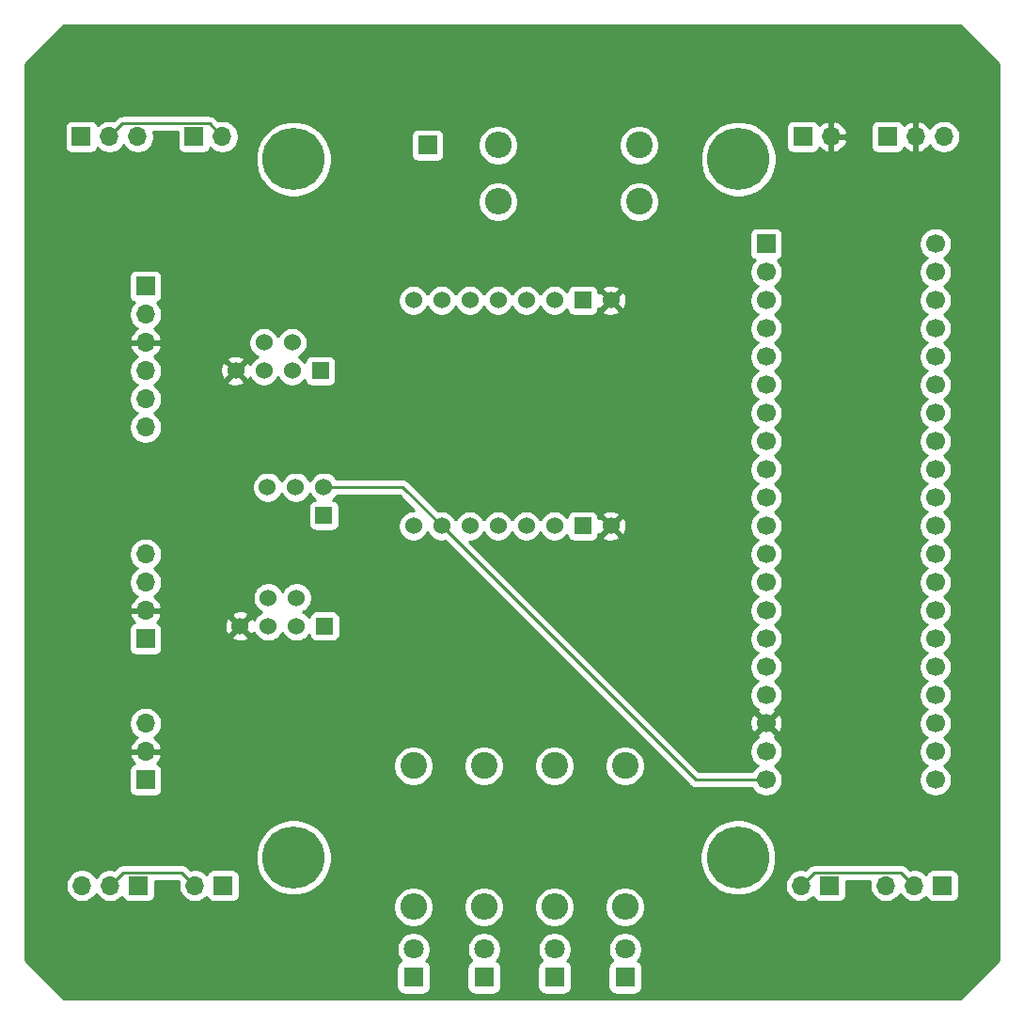
<source format=gbr>
%TF.GenerationSoftware,KiCad,Pcbnew,(5.1.10)-1*%
%TF.CreationDate,2021-12-09T15:29:56+01:00*%
%TF.ProjectId,flight controller,666c6967-6874-4206-936f-6e74726f6c6c,rev?*%
%TF.SameCoordinates,Original*%
%TF.FileFunction,Copper,L2,Inr*%
%TF.FilePolarity,Positive*%
%FSLAX46Y46*%
G04 Gerber Fmt 4.6, Leading zero omitted, Abs format (unit mm)*
G04 Created by KiCad (PCBNEW (5.1.10)-1) date 2021-12-09 15:29:56*
%MOMM*%
%LPD*%
G01*
G04 APERTURE LIST*
%TA.AperFunction,ComponentPad*%
%ADD10C,1.524000*%
%TD*%
%TA.AperFunction,ComponentPad*%
%ADD11R,1.524000X1.524000*%
%TD*%
%TA.AperFunction,ComponentPad*%
%ADD12C,5.600000*%
%TD*%
%TA.AperFunction,ComponentPad*%
%ADD13C,1.800000*%
%TD*%
%TA.AperFunction,ComponentPad*%
%ADD14R,1.800000X1.800000*%
%TD*%
%TA.AperFunction,ComponentPad*%
%ADD15O,1.700000X1.700000*%
%TD*%
%TA.AperFunction,ComponentPad*%
%ADD16R,1.700000X1.700000*%
%TD*%
%TA.AperFunction,ComponentPad*%
%ADD17O,2.400000X2.400000*%
%TD*%
%TA.AperFunction,ComponentPad*%
%ADD18C,2.400000*%
%TD*%
%TA.AperFunction,ComponentPad*%
%ADD19C,1.700000*%
%TD*%
%TA.AperFunction,Conductor*%
%ADD20C,0.250000*%
%TD*%
%TA.AperFunction,Conductor*%
%ADD21C,0.254000*%
%TD*%
%TA.AperFunction,Conductor*%
%ADD22C,0.100000*%
%TD*%
G04 APERTURE END LIST*
D10*
%TO.N,Net-(U5-Pad6)*%
%TO.C,U5*%
X131318000Y-86360000D03*
%TO.N,Net-(U5-Pad5)*%
X128778000Y-86360000D03*
D11*
%TO.N,Earth*%
X133858000Y-88900000D03*
D10*
%TO.N,/TX*%
X131318000Y-88900000D03*
%TO.N,/RX*%
X128778000Y-88900000D03*
%TO.N,/5V*%
X126238000Y-88900000D03*
%TD*%
%TO.N,/SDA*%
%TO.C,U4*%
X131699000Y-109347000D03*
%TO.N,/SCL*%
X129159000Y-109347000D03*
D11*
%TO.N,Earth*%
X134239000Y-111887000D03*
D10*
%TO.N,/TX2*%
X131699000Y-111887000D03*
%TO.N,/RX2*%
X129159000Y-111887000D03*
%TO.N,/5V*%
X126619000Y-111887000D03*
%TD*%
D12*
%TO.N,N/C*%
%TO.C,REF\u002A\u002A*%
X171450000Y-132715000D03*
%TD*%
%TO.N,N/C*%
%TO.C,REF\u002A\u002A*%
X131445000Y-132715000D03*
%TD*%
%TO.N,N/C*%
%TO.C,REF\u002A\u002A*%
X171513500Y-69850000D03*
%TD*%
%TO.N,N/C*%
%TO.C,REF\u002A\u002A*%
X131445000Y-69850000D03*
%TD*%
D11*
%TO.N,Earth*%
%TO.C,U6*%
X134175500Y-101917500D03*
D10*
%TO.N,/3V3*%
X134175500Y-99377500D03*
%TO.N,/SDA*%
X131635500Y-99377500D03*
%TO.N,/SCL*%
X129095500Y-99377500D03*
%TD*%
D13*
%TO.N,Net-(D1-Pad2)*%
%TO.C,D1*%
X148590000Y-140970000D03*
D14*
%TO.N,Earth*%
X148590000Y-143510000D03*
%TD*%
D13*
%TO.N,Net-(D2-Pad2)*%
%TO.C,D2*%
X142240000Y-140970000D03*
D14*
%TO.N,Earth*%
X142240000Y-143510000D03*
%TD*%
D13*
%TO.N,Net-(D3-Pad2)*%
%TO.C,D3*%
X154940000Y-140970000D03*
D14*
%TO.N,Earth*%
X154940000Y-143510000D03*
%TD*%
D13*
%TO.N,Net-(D4-Pad2)*%
%TO.C,D4*%
X161290000Y-140970000D03*
D14*
%TO.N,Earth*%
X161290000Y-143510000D03*
%TD*%
D15*
%TO.N,/ESC3*%
%TO.C,J1*%
X112395000Y-135255000D03*
%TO.N,Net-(J1-Pad2)*%
X114935000Y-135255000D03*
D16*
%TO.N,Earth*%
X117475000Y-135255000D03*
%TD*%
D15*
%TO.N,/ESC4*%
%TO.C,J2*%
X117411500Y-67818000D03*
%TO.N,Net-(J2-Pad2)*%
X114871500Y-67818000D03*
D16*
%TO.N,Earth*%
X112331500Y-67818000D03*
%TD*%
D15*
%TO.N,Net-(J2-Pad2)*%
%TO.C,J3*%
X125031500Y-67818000D03*
D16*
%TO.N,Earth*%
X122491500Y-67818000D03*
%TD*%
D15*
%TO.N,Net-(J1-Pad2)*%
%TO.C,J4*%
X122555000Y-135255000D03*
D16*
%TO.N,Earth*%
X125095000Y-135255000D03*
%TD*%
D15*
%TO.N,/5V*%
%TO.C,J5*%
X179832000Y-67818000D03*
D16*
%TO.N,Earth*%
X177292000Y-67818000D03*
%TD*%
D15*
%TO.N,/ESC1*%
%TO.C,J6*%
X189992000Y-67818000D03*
%TO.N,/5V*%
X187452000Y-67818000D03*
D16*
%TO.N,Earth*%
X184912000Y-67818000D03*
%TD*%
D15*
%TO.N,Net-(J7-Pad2)*%
%TO.C,J7*%
X177165000Y-135255000D03*
D16*
%TO.N,Earth*%
X179705000Y-135255000D03*
%TD*%
D15*
%TO.N,/ESC2*%
%TO.C,J8*%
X184785000Y-135255000D03*
%TO.N,Net-(J7-Pad2)*%
X187325000Y-135255000D03*
D16*
%TO.N,Earth*%
X189865000Y-135255000D03*
%TD*%
D15*
%TO.N,/SDA*%
%TO.C,J9*%
X118110000Y-105410000D03*
%TO.N,/SCL*%
X118110000Y-107950000D03*
%TO.N,/5V*%
X118110000Y-110490000D03*
D16*
%TO.N,Earth*%
X118110000Y-113030000D03*
%TD*%
D15*
%TO.N,/PPM*%
%TO.C,J10*%
X118110000Y-120650000D03*
%TO.N,/5V*%
X118110000Y-123190000D03*
D16*
%TO.N,Earth*%
X118110000Y-125730000D03*
%TD*%
%TO.N,Net-(J11-Pad1)*%
%TO.C,J11*%
X143510000Y-68580000D03*
%TD*%
D17*
%TO.N,Net-(D1-Pad2)*%
%TO.C,R1*%
X148590000Y-137160000D03*
D18*
%TO.N,/RED_LED*%
X148590000Y-124460000D03*
%TD*%
D17*
%TO.N,Net-(D2-Pad2)*%
%TO.C,R2*%
X142240000Y-137160000D03*
D18*
%TO.N,/GREEN_LED*%
X142240000Y-124460000D03*
%TD*%
D17*
%TO.N,Net-(D3-Pad2)*%
%TO.C,R3*%
X154940000Y-137160000D03*
D18*
%TO.N,/YELLOW_LED*%
X154940000Y-124460000D03*
%TD*%
D17*
%TO.N,Net-(D4-Pad2)*%
%TO.C,R4*%
X161290000Y-137160000D03*
D18*
%TO.N,/BLUE_LED*%
X161290000Y-124460000D03*
%TD*%
D17*
%TO.N,Earth*%
%TO.C,R5*%
X149860000Y-73660000D03*
D18*
%TO.N,/VOLTAGE*%
X162560000Y-73660000D03*
%TD*%
D17*
%TO.N,Net-(J11-Pad1)*%
%TO.C,R6*%
X149860000Y-68580000D03*
D18*
%TO.N,/VOLTAGE*%
X162560000Y-68580000D03*
%TD*%
D19*
%TO.N,/3V3*%
%TO.C,U1*%
X173990000Y-125730000D03*
%TO.N,Net-(U1-Pad21)*%
X189230000Y-125730000D03*
%TO.N,Earth*%
X173990000Y-123190000D03*
%TO.N,Net-(U1-Pad22)*%
X189230000Y-123190000D03*
%TO.N,/5V*%
X173990000Y-120650000D03*
%TO.N,Net-(U1-Pad23)*%
X189230000Y-120650000D03*
%TO.N,/ESC4*%
X173990000Y-118110000D03*
%TO.N,Net-(U1-Pad24)*%
X189230000Y-118110000D03*
%TO.N,/ESC3*%
X173990000Y-115570000D03*
%TO.N,/PPM*%
X189230000Y-115570000D03*
%TO.N,/ESC2*%
X173990000Y-113030000D03*
%TO.N,Net-(U1-Pad26)*%
X189230000Y-113030000D03*
%TO.N,/ESC1*%
X173990000Y-110490000D03*
%TO.N,/RX2*%
X189230000Y-110490000D03*
%TO.N,Net-(U1-Pad13)*%
X173990000Y-107950000D03*
%TO.N,/TX2*%
X189230000Y-107950000D03*
%TO.N,Net-(U1-Pad12)*%
X173990000Y-105410000D03*
%TO.N,/VOLTAGE*%
X189230000Y-105410000D03*
%TO.N,/BLUE_LED*%
X173990000Y-102870000D03*
%TO.N,Net-(U1-Pad30)*%
X189230000Y-102870000D03*
%TO.N,/YELLOW_LED*%
X173990000Y-100330000D03*
%TO.N,Net-(U1-Pad31)*%
X189230000Y-100330000D03*
%TO.N,/RED_LED*%
X173990000Y-97790000D03*
%TO.N,Net-(U1-Pad32)*%
X189230000Y-97790000D03*
%TO.N,/GREEN_LED*%
X173990000Y-95250000D03*
%TO.N,Net-(U1-Pad33)*%
X189230000Y-95250000D03*
%TO.N,/TX*%
X173990000Y-92710000D03*
%TO.N,Net-(U1-Pad34)*%
X189230000Y-92710000D03*
%TO.N,/RX*%
X173990000Y-90170000D03*
%TO.N,/SCL*%
X189230000Y-90170000D03*
%TO.N,Net-(U1-Pad5)*%
X173990000Y-87630000D03*
%TO.N,/SDA*%
X189230000Y-87630000D03*
%TO.N,Net-(U1-Pad4)*%
X173990000Y-85090000D03*
%TO.N,Net-(U1-Pad37)*%
X189230000Y-85090000D03*
%TO.N,Net-(U1-Pad3)*%
X173990000Y-82550000D03*
%TO.N,Net-(U1-Pad38)*%
X189230000Y-82550000D03*
%TO.N,Net-(U1-Pad2)*%
X173990000Y-80010000D03*
%TO.N,Earth*%
X189230000Y-80010000D03*
D16*
%TO.N,Net-(U1-Pad1)*%
X173990000Y-77470000D03*
D19*
%TO.N,Earth*%
X189230000Y-77470000D03*
%TD*%
D10*
%TO.N,/5V*%
%TO.C,U2*%
X160020000Y-82550000D03*
D11*
%TO.N,Earth*%
X157480000Y-82550000D03*
D10*
%TO.N,/SCL*%
X154940000Y-82550000D03*
%TO.N,Net-(U2-Pad8)*%
X142240000Y-82550000D03*
%TO.N,Net-(U2-Pad7)*%
X144780000Y-82550000D03*
%TO.N,Net-(U2-Pad6)*%
X147320000Y-82550000D03*
%TO.N,Net-(U2-Pad5)*%
X149860000Y-82550000D03*
%TO.N,/SDA*%
X152400000Y-82550000D03*
%TD*%
D15*
%TO.N,Net-(U3-Pad6)*%
%TO.C,U3*%
X118110000Y-93980000D03*
%TO.N,/RX*%
X118110000Y-91440000D03*
%TO.N,/TX*%
X118110000Y-88900000D03*
%TO.N,/5V*%
X118110000Y-86360000D03*
%TO.N,Net-(U3-Pad2)*%
X118110000Y-83820000D03*
D16*
%TO.N,Earth*%
X118110000Y-81280000D03*
%TD*%
D10*
%TO.N,/5V*%
%TO.C,U7*%
X160020000Y-102870000D03*
D11*
%TO.N,Earth*%
X157480000Y-102870000D03*
D10*
%TO.N,/SCL*%
X154940000Y-102870000D03*
%TO.N,Net-(U7-Pad8)*%
X142240000Y-102870000D03*
%TO.N,/3V3*%
X144780000Y-102870000D03*
%TO.N,Net-(U7-Pad6)*%
X147320000Y-102870000D03*
%TO.N,Net-(U7-Pad5)*%
X149860000Y-102870000D03*
%TO.N,/SDA*%
X152400000Y-102870000D03*
%TD*%
D20*
%TO.N,Net-(J1-Pad2)*%
X116110001Y-134079999D02*
X114935000Y-135255000D01*
X121379999Y-134079999D02*
X116110001Y-134079999D01*
X122555000Y-135255000D02*
X121379999Y-134079999D01*
%TO.N,Net-(J2-Pad2)*%
X116046501Y-66642999D02*
X114871500Y-67818000D01*
X123856499Y-66642999D02*
X116046501Y-66642999D01*
X125031500Y-67818000D02*
X123856499Y-66642999D01*
%TO.N,/3V3*%
X167640000Y-125730000D02*
X144780000Y-102870000D01*
X173990000Y-125730000D02*
X167640000Y-125730000D01*
X141287500Y-99377500D02*
X134175500Y-99377500D01*
X144780000Y-102870000D02*
X141287500Y-99377500D01*
%TO.N,Net-(J7-Pad2)*%
X178340001Y-134079999D02*
X177165000Y-135255000D01*
X186149999Y-134079999D02*
X178340001Y-134079999D01*
X187325000Y-135255000D02*
X186149999Y-134079999D01*
%TD*%
D21*
%TO.N,/5V*%
X194920000Y-61233381D02*
X194920001Y-141966618D01*
X191496620Y-145390000D01*
X110763381Y-145390000D01*
X107983381Y-142610000D01*
X140701928Y-142610000D01*
X140701928Y-144410000D01*
X140714188Y-144534482D01*
X140750498Y-144654180D01*
X140809463Y-144764494D01*
X140888815Y-144861185D01*
X140985506Y-144940537D01*
X141095820Y-144999502D01*
X141215518Y-145035812D01*
X141340000Y-145048072D01*
X143140000Y-145048072D01*
X143264482Y-145035812D01*
X143384180Y-144999502D01*
X143494494Y-144940537D01*
X143591185Y-144861185D01*
X143670537Y-144764494D01*
X143729502Y-144654180D01*
X143765812Y-144534482D01*
X143778072Y-144410000D01*
X143778072Y-142610000D01*
X147051928Y-142610000D01*
X147051928Y-144410000D01*
X147064188Y-144534482D01*
X147100498Y-144654180D01*
X147159463Y-144764494D01*
X147238815Y-144861185D01*
X147335506Y-144940537D01*
X147445820Y-144999502D01*
X147565518Y-145035812D01*
X147690000Y-145048072D01*
X149490000Y-145048072D01*
X149614482Y-145035812D01*
X149734180Y-144999502D01*
X149844494Y-144940537D01*
X149941185Y-144861185D01*
X150020537Y-144764494D01*
X150079502Y-144654180D01*
X150115812Y-144534482D01*
X150128072Y-144410000D01*
X150128072Y-142610000D01*
X153401928Y-142610000D01*
X153401928Y-144410000D01*
X153414188Y-144534482D01*
X153450498Y-144654180D01*
X153509463Y-144764494D01*
X153588815Y-144861185D01*
X153685506Y-144940537D01*
X153795820Y-144999502D01*
X153915518Y-145035812D01*
X154040000Y-145048072D01*
X155840000Y-145048072D01*
X155964482Y-145035812D01*
X156084180Y-144999502D01*
X156194494Y-144940537D01*
X156291185Y-144861185D01*
X156370537Y-144764494D01*
X156429502Y-144654180D01*
X156465812Y-144534482D01*
X156478072Y-144410000D01*
X156478072Y-142610000D01*
X159751928Y-142610000D01*
X159751928Y-144410000D01*
X159764188Y-144534482D01*
X159800498Y-144654180D01*
X159859463Y-144764494D01*
X159938815Y-144861185D01*
X160035506Y-144940537D01*
X160145820Y-144999502D01*
X160265518Y-145035812D01*
X160390000Y-145048072D01*
X162190000Y-145048072D01*
X162314482Y-145035812D01*
X162434180Y-144999502D01*
X162544494Y-144940537D01*
X162641185Y-144861185D01*
X162720537Y-144764494D01*
X162779502Y-144654180D01*
X162815812Y-144534482D01*
X162828072Y-144410000D01*
X162828072Y-142610000D01*
X162815812Y-142485518D01*
X162779502Y-142365820D01*
X162720537Y-142255506D01*
X162641185Y-142158815D01*
X162544494Y-142079463D01*
X162434180Y-142020498D01*
X162415873Y-142014944D01*
X162482312Y-141948505D01*
X162650299Y-141697095D01*
X162766011Y-141417743D01*
X162825000Y-141121184D01*
X162825000Y-140818816D01*
X162766011Y-140522257D01*
X162650299Y-140242905D01*
X162482312Y-139991495D01*
X162268505Y-139777688D01*
X162017095Y-139609701D01*
X161737743Y-139493989D01*
X161441184Y-139435000D01*
X161138816Y-139435000D01*
X160842257Y-139493989D01*
X160562905Y-139609701D01*
X160311495Y-139777688D01*
X160097688Y-139991495D01*
X159929701Y-140242905D01*
X159813989Y-140522257D01*
X159755000Y-140818816D01*
X159755000Y-141121184D01*
X159813989Y-141417743D01*
X159929701Y-141697095D01*
X160097688Y-141948505D01*
X160164127Y-142014944D01*
X160145820Y-142020498D01*
X160035506Y-142079463D01*
X159938815Y-142158815D01*
X159859463Y-142255506D01*
X159800498Y-142365820D01*
X159764188Y-142485518D01*
X159751928Y-142610000D01*
X156478072Y-142610000D01*
X156465812Y-142485518D01*
X156429502Y-142365820D01*
X156370537Y-142255506D01*
X156291185Y-142158815D01*
X156194494Y-142079463D01*
X156084180Y-142020498D01*
X156065873Y-142014944D01*
X156132312Y-141948505D01*
X156300299Y-141697095D01*
X156416011Y-141417743D01*
X156475000Y-141121184D01*
X156475000Y-140818816D01*
X156416011Y-140522257D01*
X156300299Y-140242905D01*
X156132312Y-139991495D01*
X155918505Y-139777688D01*
X155667095Y-139609701D01*
X155387743Y-139493989D01*
X155091184Y-139435000D01*
X154788816Y-139435000D01*
X154492257Y-139493989D01*
X154212905Y-139609701D01*
X153961495Y-139777688D01*
X153747688Y-139991495D01*
X153579701Y-140242905D01*
X153463989Y-140522257D01*
X153405000Y-140818816D01*
X153405000Y-141121184D01*
X153463989Y-141417743D01*
X153579701Y-141697095D01*
X153747688Y-141948505D01*
X153814127Y-142014944D01*
X153795820Y-142020498D01*
X153685506Y-142079463D01*
X153588815Y-142158815D01*
X153509463Y-142255506D01*
X153450498Y-142365820D01*
X153414188Y-142485518D01*
X153401928Y-142610000D01*
X150128072Y-142610000D01*
X150115812Y-142485518D01*
X150079502Y-142365820D01*
X150020537Y-142255506D01*
X149941185Y-142158815D01*
X149844494Y-142079463D01*
X149734180Y-142020498D01*
X149715873Y-142014944D01*
X149782312Y-141948505D01*
X149950299Y-141697095D01*
X150066011Y-141417743D01*
X150125000Y-141121184D01*
X150125000Y-140818816D01*
X150066011Y-140522257D01*
X149950299Y-140242905D01*
X149782312Y-139991495D01*
X149568505Y-139777688D01*
X149317095Y-139609701D01*
X149037743Y-139493989D01*
X148741184Y-139435000D01*
X148438816Y-139435000D01*
X148142257Y-139493989D01*
X147862905Y-139609701D01*
X147611495Y-139777688D01*
X147397688Y-139991495D01*
X147229701Y-140242905D01*
X147113989Y-140522257D01*
X147055000Y-140818816D01*
X147055000Y-141121184D01*
X147113989Y-141417743D01*
X147229701Y-141697095D01*
X147397688Y-141948505D01*
X147464127Y-142014944D01*
X147445820Y-142020498D01*
X147335506Y-142079463D01*
X147238815Y-142158815D01*
X147159463Y-142255506D01*
X147100498Y-142365820D01*
X147064188Y-142485518D01*
X147051928Y-142610000D01*
X143778072Y-142610000D01*
X143765812Y-142485518D01*
X143729502Y-142365820D01*
X143670537Y-142255506D01*
X143591185Y-142158815D01*
X143494494Y-142079463D01*
X143384180Y-142020498D01*
X143365873Y-142014944D01*
X143432312Y-141948505D01*
X143600299Y-141697095D01*
X143716011Y-141417743D01*
X143775000Y-141121184D01*
X143775000Y-140818816D01*
X143716011Y-140522257D01*
X143600299Y-140242905D01*
X143432312Y-139991495D01*
X143218505Y-139777688D01*
X142967095Y-139609701D01*
X142687743Y-139493989D01*
X142391184Y-139435000D01*
X142088816Y-139435000D01*
X141792257Y-139493989D01*
X141512905Y-139609701D01*
X141261495Y-139777688D01*
X141047688Y-139991495D01*
X140879701Y-140242905D01*
X140763989Y-140522257D01*
X140705000Y-140818816D01*
X140705000Y-141121184D01*
X140763989Y-141417743D01*
X140879701Y-141697095D01*
X141047688Y-141948505D01*
X141114127Y-142014944D01*
X141095820Y-142020498D01*
X140985506Y-142079463D01*
X140888815Y-142158815D01*
X140809463Y-142255506D01*
X140750498Y-142365820D01*
X140714188Y-142485518D01*
X140701928Y-142610000D01*
X107983381Y-142610000D01*
X107340000Y-141966620D01*
X107340000Y-136979268D01*
X140405000Y-136979268D01*
X140405000Y-137340732D01*
X140475518Y-137695250D01*
X140613844Y-138029199D01*
X140814662Y-138329744D01*
X141070256Y-138585338D01*
X141370801Y-138786156D01*
X141704750Y-138924482D01*
X142059268Y-138995000D01*
X142420732Y-138995000D01*
X142775250Y-138924482D01*
X143109199Y-138786156D01*
X143409744Y-138585338D01*
X143665338Y-138329744D01*
X143866156Y-138029199D01*
X144004482Y-137695250D01*
X144075000Y-137340732D01*
X144075000Y-136979268D01*
X146755000Y-136979268D01*
X146755000Y-137340732D01*
X146825518Y-137695250D01*
X146963844Y-138029199D01*
X147164662Y-138329744D01*
X147420256Y-138585338D01*
X147720801Y-138786156D01*
X148054750Y-138924482D01*
X148409268Y-138995000D01*
X148770732Y-138995000D01*
X149125250Y-138924482D01*
X149459199Y-138786156D01*
X149759744Y-138585338D01*
X150015338Y-138329744D01*
X150216156Y-138029199D01*
X150354482Y-137695250D01*
X150425000Y-137340732D01*
X150425000Y-136979268D01*
X153105000Y-136979268D01*
X153105000Y-137340732D01*
X153175518Y-137695250D01*
X153313844Y-138029199D01*
X153514662Y-138329744D01*
X153770256Y-138585338D01*
X154070801Y-138786156D01*
X154404750Y-138924482D01*
X154759268Y-138995000D01*
X155120732Y-138995000D01*
X155475250Y-138924482D01*
X155809199Y-138786156D01*
X156109744Y-138585338D01*
X156365338Y-138329744D01*
X156566156Y-138029199D01*
X156704482Y-137695250D01*
X156775000Y-137340732D01*
X156775000Y-136979268D01*
X159455000Y-136979268D01*
X159455000Y-137340732D01*
X159525518Y-137695250D01*
X159663844Y-138029199D01*
X159864662Y-138329744D01*
X160120256Y-138585338D01*
X160420801Y-138786156D01*
X160754750Y-138924482D01*
X161109268Y-138995000D01*
X161470732Y-138995000D01*
X161825250Y-138924482D01*
X162159199Y-138786156D01*
X162459744Y-138585338D01*
X162715338Y-138329744D01*
X162916156Y-138029199D01*
X163054482Y-137695250D01*
X163125000Y-137340732D01*
X163125000Y-136979268D01*
X163054482Y-136624750D01*
X162916156Y-136290801D01*
X162715338Y-135990256D01*
X162459744Y-135734662D01*
X162159199Y-135533844D01*
X161825250Y-135395518D01*
X161470732Y-135325000D01*
X161109268Y-135325000D01*
X160754750Y-135395518D01*
X160420801Y-135533844D01*
X160120256Y-135734662D01*
X159864662Y-135990256D01*
X159663844Y-136290801D01*
X159525518Y-136624750D01*
X159455000Y-136979268D01*
X156775000Y-136979268D01*
X156704482Y-136624750D01*
X156566156Y-136290801D01*
X156365338Y-135990256D01*
X156109744Y-135734662D01*
X155809199Y-135533844D01*
X155475250Y-135395518D01*
X155120732Y-135325000D01*
X154759268Y-135325000D01*
X154404750Y-135395518D01*
X154070801Y-135533844D01*
X153770256Y-135734662D01*
X153514662Y-135990256D01*
X153313844Y-136290801D01*
X153175518Y-136624750D01*
X153105000Y-136979268D01*
X150425000Y-136979268D01*
X150354482Y-136624750D01*
X150216156Y-136290801D01*
X150015338Y-135990256D01*
X149759744Y-135734662D01*
X149459199Y-135533844D01*
X149125250Y-135395518D01*
X148770732Y-135325000D01*
X148409268Y-135325000D01*
X148054750Y-135395518D01*
X147720801Y-135533844D01*
X147420256Y-135734662D01*
X147164662Y-135990256D01*
X146963844Y-136290801D01*
X146825518Y-136624750D01*
X146755000Y-136979268D01*
X144075000Y-136979268D01*
X144004482Y-136624750D01*
X143866156Y-136290801D01*
X143665338Y-135990256D01*
X143409744Y-135734662D01*
X143109199Y-135533844D01*
X142775250Y-135395518D01*
X142420732Y-135325000D01*
X142059268Y-135325000D01*
X141704750Y-135395518D01*
X141370801Y-135533844D01*
X141070256Y-135734662D01*
X140814662Y-135990256D01*
X140613844Y-136290801D01*
X140475518Y-136624750D01*
X140405000Y-136979268D01*
X107340000Y-136979268D01*
X107340000Y-135108740D01*
X110910000Y-135108740D01*
X110910000Y-135401260D01*
X110967068Y-135688158D01*
X111079010Y-135958411D01*
X111241525Y-136201632D01*
X111448368Y-136408475D01*
X111691589Y-136570990D01*
X111961842Y-136682932D01*
X112248740Y-136740000D01*
X112541260Y-136740000D01*
X112828158Y-136682932D01*
X113098411Y-136570990D01*
X113341632Y-136408475D01*
X113548475Y-136201632D01*
X113665000Y-136027240D01*
X113781525Y-136201632D01*
X113988368Y-136408475D01*
X114231589Y-136570990D01*
X114501842Y-136682932D01*
X114788740Y-136740000D01*
X115081260Y-136740000D01*
X115368158Y-136682932D01*
X115638411Y-136570990D01*
X115881632Y-136408475D01*
X116013487Y-136276620D01*
X116035498Y-136349180D01*
X116094463Y-136459494D01*
X116173815Y-136556185D01*
X116270506Y-136635537D01*
X116380820Y-136694502D01*
X116500518Y-136730812D01*
X116625000Y-136743072D01*
X118325000Y-136743072D01*
X118449482Y-136730812D01*
X118569180Y-136694502D01*
X118679494Y-136635537D01*
X118776185Y-136556185D01*
X118855537Y-136459494D01*
X118914502Y-136349180D01*
X118950812Y-136229482D01*
X118963072Y-136105000D01*
X118963072Y-134839999D01*
X121065198Y-134839999D01*
X121113791Y-134888592D01*
X121070000Y-135108740D01*
X121070000Y-135401260D01*
X121127068Y-135688158D01*
X121239010Y-135958411D01*
X121401525Y-136201632D01*
X121608368Y-136408475D01*
X121851589Y-136570990D01*
X122121842Y-136682932D01*
X122408740Y-136740000D01*
X122701260Y-136740000D01*
X122988158Y-136682932D01*
X123258411Y-136570990D01*
X123501632Y-136408475D01*
X123633487Y-136276620D01*
X123655498Y-136349180D01*
X123714463Y-136459494D01*
X123793815Y-136556185D01*
X123890506Y-136635537D01*
X124000820Y-136694502D01*
X124120518Y-136730812D01*
X124245000Y-136743072D01*
X125945000Y-136743072D01*
X126069482Y-136730812D01*
X126189180Y-136694502D01*
X126299494Y-136635537D01*
X126396185Y-136556185D01*
X126475537Y-136459494D01*
X126534502Y-136349180D01*
X126570812Y-136229482D01*
X126583072Y-136105000D01*
X126583072Y-134405000D01*
X126570812Y-134280518D01*
X126534502Y-134160820D01*
X126475537Y-134050506D01*
X126396185Y-133953815D01*
X126299494Y-133874463D01*
X126189180Y-133815498D01*
X126069482Y-133779188D01*
X125945000Y-133766928D01*
X124245000Y-133766928D01*
X124120518Y-133779188D01*
X124000820Y-133815498D01*
X123890506Y-133874463D01*
X123793815Y-133953815D01*
X123714463Y-134050506D01*
X123655498Y-134160820D01*
X123633487Y-134233380D01*
X123501632Y-134101525D01*
X123258411Y-133939010D01*
X122988158Y-133827068D01*
X122701260Y-133770000D01*
X122408740Y-133770000D01*
X122188592Y-133813791D01*
X121943803Y-133569002D01*
X121920000Y-133539998D01*
X121804275Y-133445025D01*
X121672246Y-133374453D01*
X121528985Y-133330996D01*
X121417332Y-133319999D01*
X121417321Y-133319999D01*
X121379999Y-133316323D01*
X121342677Y-133319999D01*
X116147323Y-133319999D01*
X116110000Y-133316323D01*
X116072677Y-133319999D01*
X116072668Y-133319999D01*
X115961015Y-133330996D01*
X115817754Y-133374453D01*
X115685725Y-133445025D01*
X115570000Y-133539998D01*
X115546202Y-133568996D01*
X115301408Y-133813790D01*
X115081260Y-133770000D01*
X114788740Y-133770000D01*
X114501842Y-133827068D01*
X114231589Y-133939010D01*
X113988368Y-134101525D01*
X113781525Y-134308368D01*
X113665000Y-134482760D01*
X113548475Y-134308368D01*
X113341632Y-134101525D01*
X113098411Y-133939010D01*
X112828158Y-133827068D01*
X112541260Y-133770000D01*
X112248740Y-133770000D01*
X111961842Y-133827068D01*
X111691589Y-133939010D01*
X111448368Y-134101525D01*
X111241525Y-134308368D01*
X111079010Y-134551589D01*
X110967068Y-134821842D01*
X110910000Y-135108740D01*
X107340000Y-135108740D01*
X107340000Y-132376682D01*
X128010000Y-132376682D01*
X128010000Y-133053318D01*
X128142006Y-133716952D01*
X128400943Y-134342082D01*
X128776862Y-134904685D01*
X129255315Y-135383138D01*
X129817918Y-135759057D01*
X130443048Y-136017994D01*
X131106682Y-136150000D01*
X131783318Y-136150000D01*
X132446952Y-136017994D01*
X133072082Y-135759057D01*
X133634685Y-135383138D01*
X134113138Y-134904685D01*
X134489057Y-134342082D01*
X134747994Y-133716952D01*
X134880000Y-133053318D01*
X134880000Y-132376682D01*
X168015000Y-132376682D01*
X168015000Y-133053318D01*
X168147006Y-133716952D01*
X168405943Y-134342082D01*
X168781862Y-134904685D01*
X169260315Y-135383138D01*
X169822918Y-135759057D01*
X170448048Y-136017994D01*
X171111682Y-136150000D01*
X171788318Y-136150000D01*
X172451952Y-136017994D01*
X173077082Y-135759057D01*
X173639685Y-135383138D01*
X173914083Y-135108740D01*
X175680000Y-135108740D01*
X175680000Y-135401260D01*
X175737068Y-135688158D01*
X175849010Y-135958411D01*
X176011525Y-136201632D01*
X176218368Y-136408475D01*
X176461589Y-136570990D01*
X176731842Y-136682932D01*
X177018740Y-136740000D01*
X177311260Y-136740000D01*
X177598158Y-136682932D01*
X177868411Y-136570990D01*
X178111632Y-136408475D01*
X178243487Y-136276620D01*
X178265498Y-136349180D01*
X178324463Y-136459494D01*
X178403815Y-136556185D01*
X178500506Y-136635537D01*
X178610820Y-136694502D01*
X178730518Y-136730812D01*
X178855000Y-136743072D01*
X180555000Y-136743072D01*
X180679482Y-136730812D01*
X180799180Y-136694502D01*
X180909494Y-136635537D01*
X181006185Y-136556185D01*
X181085537Y-136459494D01*
X181144502Y-136349180D01*
X181180812Y-136229482D01*
X181193072Y-136105000D01*
X181193072Y-134839999D01*
X183353456Y-134839999D01*
X183300000Y-135108740D01*
X183300000Y-135401260D01*
X183357068Y-135688158D01*
X183469010Y-135958411D01*
X183631525Y-136201632D01*
X183838368Y-136408475D01*
X184081589Y-136570990D01*
X184351842Y-136682932D01*
X184638740Y-136740000D01*
X184931260Y-136740000D01*
X185218158Y-136682932D01*
X185488411Y-136570990D01*
X185731632Y-136408475D01*
X185938475Y-136201632D01*
X186055000Y-136027240D01*
X186171525Y-136201632D01*
X186378368Y-136408475D01*
X186621589Y-136570990D01*
X186891842Y-136682932D01*
X187178740Y-136740000D01*
X187471260Y-136740000D01*
X187758158Y-136682932D01*
X188028411Y-136570990D01*
X188271632Y-136408475D01*
X188403487Y-136276620D01*
X188425498Y-136349180D01*
X188484463Y-136459494D01*
X188563815Y-136556185D01*
X188660506Y-136635537D01*
X188770820Y-136694502D01*
X188890518Y-136730812D01*
X189015000Y-136743072D01*
X190715000Y-136743072D01*
X190839482Y-136730812D01*
X190959180Y-136694502D01*
X191069494Y-136635537D01*
X191166185Y-136556185D01*
X191245537Y-136459494D01*
X191304502Y-136349180D01*
X191340812Y-136229482D01*
X191353072Y-136105000D01*
X191353072Y-134405000D01*
X191340812Y-134280518D01*
X191304502Y-134160820D01*
X191245537Y-134050506D01*
X191166185Y-133953815D01*
X191069494Y-133874463D01*
X190959180Y-133815498D01*
X190839482Y-133779188D01*
X190715000Y-133766928D01*
X189015000Y-133766928D01*
X188890518Y-133779188D01*
X188770820Y-133815498D01*
X188660506Y-133874463D01*
X188563815Y-133953815D01*
X188484463Y-134050506D01*
X188425498Y-134160820D01*
X188403487Y-134233380D01*
X188271632Y-134101525D01*
X188028411Y-133939010D01*
X187758158Y-133827068D01*
X187471260Y-133770000D01*
X187178740Y-133770000D01*
X186958592Y-133813791D01*
X186713803Y-133569002D01*
X186690000Y-133539998D01*
X186574275Y-133445025D01*
X186442246Y-133374453D01*
X186298985Y-133330996D01*
X186187332Y-133319999D01*
X186187321Y-133319999D01*
X186149999Y-133316323D01*
X186112677Y-133319999D01*
X178377323Y-133319999D01*
X178340000Y-133316323D01*
X178302677Y-133319999D01*
X178302668Y-133319999D01*
X178191015Y-133330996D01*
X178047754Y-133374453D01*
X177915725Y-133445025D01*
X177800000Y-133539998D01*
X177776202Y-133568996D01*
X177531408Y-133813790D01*
X177311260Y-133770000D01*
X177018740Y-133770000D01*
X176731842Y-133827068D01*
X176461589Y-133939010D01*
X176218368Y-134101525D01*
X176011525Y-134308368D01*
X175849010Y-134551589D01*
X175737068Y-134821842D01*
X175680000Y-135108740D01*
X173914083Y-135108740D01*
X174118138Y-134904685D01*
X174494057Y-134342082D01*
X174752994Y-133716952D01*
X174885000Y-133053318D01*
X174885000Y-132376682D01*
X174752994Y-131713048D01*
X174494057Y-131087918D01*
X174118138Y-130525315D01*
X173639685Y-130046862D01*
X173077082Y-129670943D01*
X172451952Y-129412006D01*
X171788318Y-129280000D01*
X171111682Y-129280000D01*
X170448048Y-129412006D01*
X169822918Y-129670943D01*
X169260315Y-130046862D01*
X168781862Y-130525315D01*
X168405943Y-131087918D01*
X168147006Y-131713048D01*
X168015000Y-132376682D01*
X134880000Y-132376682D01*
X134747994Y-131713048D01*
X134489057Y-131087918D01*
X134113138Y-130525315D01*
X133634685Y-130046862D01*
X133072082Y-129670943D01*
X132446952Y-129412006D01*
X131783318Y-129280000D01*
X131106682Y-129280000D01*
X130443048Y-129412006D01*
X129817918Y-129670943D01*
X129255315Y-130046862D01*
X128776862Y-130525315D01*
X128400943Y-131087918D01*
X128142006Y-131713048D01*
X128010000Y-132376682D01*
X107340000Y-132376682D01*
X107340000Y-124880000D01*
X116621928Y-124880000D01*
X116621928Y-126580000D01*
X116634188Y-126704482D01*
X116670498Y-126824180D01*
X116729463Y-126934494D01*
X116808815Y-127031185D01*
X116905506Y-127110537D01*
X117015820Y-127169502D01*
X117135518Y-127205812D01*
X117260000Y-127218072D01*
X118960000Y-127218072D01*
X119084482Y-127205812D01*
X119204180Y-127169502D01*
X119314494Y-127110537D01*
X119411185Y-127031185D01*
X119490537Y-126934494D01*
X119549502Y-126824180D01*
X119585812Y-126704482D01*
X119598072Y-126580000D01*
X119598072Y-124880000D01*
X119585812Y-124755518D01*
X119549502Y-124635820D01*
X119490537Y-124525506D01*
X119411185Y-124428815D01*
X119314494Y-124349463D01*
X119204180Y-124290498D01*
X119167161Y-124279268D01*
X140405000Y-124279268D01*
X140405000Y-124640732D01*
X140475518Y-124995250D01*
X140613844Y-125329199D01*
X140814662Y-125629744D01*
X141070256Y-125885338D01*
X141370801Y-126086156D01*
X141704750Y-126224482D01*
X142059268Y-126295000D01*
X142420732Y-126295000D01*
X142775250Y-126224482D01*
X143109199Y-126086156D01*
X143409744Y-125885338D01*
X143665338Y-125629744D01*
X143866156Y-125329199D01*
X144004482Y-124995250D01*
X144075000Y-124640732D01*
X144075000Y-124279268D01*
X146755000Y-124279268D01*
X146755000Y-124640732D01*
X146825518Y-124995250D01*
X146963844Y-125329199D01*
X147164662Y-125629744D01*
X147420256Y-125885338D01*
X147720801Y-126086156D01*
X148054750Y-126224482D01*
X148409268Y-126295000D01*
X148770732Y-126295000D01*
X149125250Y-126224482D01*
X149459199Y-126086156D01*
X149759744Y-125885338D01*
X150015338Y-125629744D01*
X150216156Y-125329199D01*
X150354482Y-124995250D01*
X150425000Y-124640732D01*
X150425000Y-124279268D01*
X153105000Y-124279268D01*
X153105000Y-124640732D01*
X153175518Y-124995250D01*
X153313844Y-125329199D01*
X153514662Y-125629744D01*
X153770256Y-125885338D01*
X154070801Y-126086156D01*
X154404750Y-126224482D01*
X154759268Y-126295000D01*
X155120732Y-126295000D01*
X155475250Y-126224482D01*
X155809199Y-126086156D01*
X156109744Y-125885338D01*
X156365338Y-125629744D01*
X156566156Y-125329199D01*
X156704482Y-124995250D01*
X156775000Y-124640732D01*
X156775000Y-124279268D01*
X159455000Y-124279268D01*
X159455000Y-124640732D01*
X159525518Y-124995250D01*
X159663844Y-125329199D01*
X159864662Y-125629744D01*
X160120256Y-125885338D01*
X160420801Y-126086156D01*
X160754750Y-126224482D01*
X161109268Y-126295000D01*
X161470732Y-126295000D01*
X161825250Y-126224482D01*
X162159199Y-126086156D01*
X162459744Y-125885338D01*
X162715338Y-125629744D01*
X162916156Y-125329199D01*
X163054482Y-124995250D01*
X163125000Y-124640732D01*
X163125000Y-124279268D01*
X163054482Y-123924750D01*
X162916156Y-123590801D01*
X162715338Y-123290256D01*
X162459744Y-123034662D01*
X162159199Y-122833844D01*
X161825250Y-122695518D01*
X161470732Y-122625000D01*
X161109268Y-122625000D01*
X160754750Y-122695518D01*
X160420801Y-122833844D01*
X160120256Y-123034662D01*
X159864662Y-123290256D01*
X159663844Y-123590801D01*
X159525518Y-123924750D01*
X159455000Y-124279268D01*
X156775000Y-124279268D01*
X156704482Y-123924750D01*
X156566156Y-123590801D01*
X156365338Y-123290256D01*
X156109744Y-123034662D01*
X155809199Y-122833844D01*
X155475250Y-122695518D01*
X155120732Y-122625000D01*
X154759268Y-122625000D01*
X154404750Y-122695518D01*
X154070801Y-122833844D01*
X153770256Y-123034662D01*
X153514662Y-123290256D01*
X153313844Y-123590801D01*
X153175518Y-123924750D01*
X153105000Y-124279268D01*
X150425000Y-124279268D01*
X150354482Y-123924750D01*
X150216156Y-123590801D01*
X150015338Y-123290256D01*
X149759744Y-123034662D01*
X149459199Y-122833844D01*
X149125250Y-122695518D01*
X148770732Y-122625000D01*
X148409268Y-122625000D01*
X148054750Y-122695518D01*
X147720801Y-122833844D01*
X147420256Y-123034662D01*
X147164662Y-123290256D01*
X146963844Y-123590801D01*
X146825518Y-123924750D01*
X146755000Y-124279268D01*
X144075000Y-124279268D01*
X144004482Y-123924750D01*
X143866156Y-123590801D01*
X143665338Y-123290256D01*
X143409744Y-123034662D01*
X143109199Y-122833844D01*
X142775250Y-122695518D01*
X142420732Y-122625000D01*
X142059268Y-122625000D01*
X141704750Y-122695518D01*
X141370801Y-122833844D01*
X141070256Y-123034662D01*
X140814662Y-123290256D01*
X140613844Y-123590801D01*
X140475518Y-123924750D01*
X140405000Y-124279268D01*
X119167161Y-124279268D01*
X119123534Y-124266034D01*
X119207588Y-124190269D01*
X119381641Y-123956920D01*
X119506825Y-123694099D01*
X119551476Y-123546890D01*
X119430155Y-123317000D01*
X118237000Y-123317000D01*
X118237000Y-123337000D01*
X117983000Y-123337000D01*
X117983000Y-123317000D01*
X116789845Y-123317000D01*
X116668524Y-123546890D01*
X116713175Y-123694099D01*
X116838359Y-123956920D01*
X117012412Y-124190269D01*
X117096466Y-124266034D01*
X117015820Y-124290498D01*
X116905506Y-124349463D01*
X116808815Y-124428815D01*
X116729463Y-124525506D01*
X116670498Y-124635820D01*
X116634188Y-124755518D01*
X116621928Y-124880000D01*
X107340000Y-124880000D01*
X107340000Y-120503740D01*
X116625000Y-120503740D01*
X116625000Y-120796260D01*
X116682068Y-121083158D01*
X116794010Y-121353411D01*
X116956525Y-121596632D01*
X117163368Y-121803475D01*
X117345534Y-121925195D01*
X117228645Y-121994822D01*
X117012412Y-122189731D01*
X116838359Y-122423080D01*
X116713175Y-122685901D01*
X116668524Y-122833110D01*
X116789845Y-123063000D01*
X117983000Y-123063000D01*
X117983000Y-123043000D01*
X118237000Y-123043000D01*
X118237000Y-123063000D01*
X119430155Y-123063000D01*
X119551476Y-122833110D01*
X119506825Y-122685901D01*
X119381641Y-122423080D01*
X119207588Y-122189731D01*
X118991355Y-121994822D01*
X118874466Y-121925195D01*
X119056632Y-121803475D01*
X119263475Y-121596632D01*
X119425990Y-121353411D01*
X119537932Y-121083158D01*
X119595000Y-120796260D01*
X119595000Y-120503740D01*
X119537932Y-120216842D01*
X119425990Y-119946589D01*
X119263475Y-119703368D01*
X119056632Y-119496525D01*
X118813411Y-119334010D01*
X118543158Y-119222068D01*
X118256260Y-119165000D01*
X117963740Y-119165000D01*
X117676842Y-119222068D01*
X117406589Y-119334010D01*
X117163368Y-119496525D01*
X116956525Y-119703368D01*
X116794010Y-119946589D01*
X116682068Y-120216842D01*
X116625000Y-120503740D01*
X107340000Y-120503740D01*
X107340000Y-112180000D01*
X116621928Y-112180000D01*
X116621928Y-113880000D01*
X116634188Y-114004482D01*
X116670498Y-114124180D01*
X116729463Y-114234494D01*
X116808815Y-114331185D01*
X116905506Y-114410537D01*
X117015820Y-114469502D01*
X117135518Y-114505812D01*
X117260000Y-114518072D01*
X118960000Y-114518072D01*
X119084482Y-114505812D01*
X119204180Y-114469502D01*
X119314494Y-114410537D01*
X119411185Y-114331185D01*
X119490537Y-114234494D01*
X119549502Y-114124180D01*
X119585812Y-114004482D01*
X119598072Y-113880000D01*
X119598072Y-112852565D01*
X125833040Y-112852565D01*
X125900020Y-113092656D01*
X126149048Y-113209756D01*
X126416135Y-113276023D01*
X126691017Y-113288910D01*
X126963133Y-113247922D01*
X127222023Y-113154636D01*
X127337980Y-113092656D01*
X127404960Y-112852565D01*
X126619000Y-112066605D01*
X125833040Y-112852565D01*
X119598072Y-112852565D01*
X119598072Y-112180000D01*
X119585812Y-112055518D01*
X119556539Y-111959017D01*
X125217090Y-111959017D01*
X125258078Y-112231133D01*
X125351364Y-112490023D01*
X125413344Y-112605980D01*
X125653435Y-112672960D01*
X126439395Y-111887000D01*
X126798605Y-111887000D01*
X127584565Y-112672960D01*
X127824656Y-112605980D01*
X127888485Y-112470240D01*
X127920995Y-112548727D01*
X128073880Y-112777535D01*
X128268465Y-112972120D01*
X128497273Y-113125005D01*
X128751510Y-113230314D01*
X129021408Y-113284000D01*
X129296592Y-113284000D01*
X129566490Y-113230314D01*
X129820727Y-113125005D01*
X130049535Y-112972120D01*
X130244120Y-112777535D01*
X130397005Y-112548727D01*
X130429000Y-112471485D01*
X130460995Y-112548727D01*
X130613880Y-112777535D01*
X130808465Y-112972120D01*
X131037273Y-113125005D01*
X131291510Y-113230314D01*
X131561408Y-113284000D01*
X131836592Y-113284000D01*
X132106490Y-113230314D01*
X132360727Y-113125005D01*
X132589535Y-112972120D01*
X132784120Y-112777535D01*
X132842920Y-112689535D01*
X132851188Y-112773482D01*
X132887498Y-112893180D01*
X132946463Y-113003494D01*
X133025815Y-113100185D01*
X133122506Y-113179537D01*
X133232820Y-113238502D01*
X133352518Y-113274812D01*
X133477000Y-113287072D01*
X135001000Y-113287072D01*
X135125482Y-113274812D01*
X135245180Y-113238502D01*
X135355494Y-113179537D01*
X135452185Y-113100185D01*
X135531537Y-113003494D01*
X135590502Y-112893180D01*
X135626812Y-112773482D01*
X135639072Y-112649000D01*
X135639072Y-111125000D01*
X135626812Y-111000518D01*
X135590502Y-110880820D01*
X135531537Y-110770506D01*
X135452185Y-110673815D01*
X135355494Y-110594463D01*
X135245180Y-110535498D01*
X135125482Y-110499188D01*
X135001000Y-110486928D01*
X133477000Y-110486928D01*
X133352518Y-110499188D01*
X133232820Y-110535498D01*
X133122506Y-110594463D01*
X133025815Y-110673815D01*
X132946463Y-110770506D01*
X132887498Y-110880820D01*
X132851188Y-111000518D01*
X132842920Y-111084465D01*
X132784120Y-110996465D01*
X132589535Y-110801880D01*
X132360727Y-110648995D01*
X132283485Y-110617000D01*
X132360727Y-110585005D01*
X132589535Y-110432120D01*
X132784120Y-110237535D01*
X132937005Y-110008727D01*
X133042314Y-109754490D01*
X133096000Y-109484592D01*
X133096000Y-109209408D01*
X133042314Y-108939510D01*
X132937005Y-108685273D01*
X132784120Y-108456465D01*
X132589535Y-108261880D01*
X132360727Y-108108995D01*
X132106490Y-108003686D01*
X131836592Y-107950000D01*
X131561408Y-107950000D01*
X131291510Y-108003686D01*
X131037273Y-108108995D01*
X130808465Y-108261880D01*
X130613880Y-108456465D01*
X130460995Y-108685273D01*
X130429000Y-108762515D01*
X130397005Y-108685273D01*
X130244120Y-108456465D01*
X130049535Y-108261880D01*
X129820727Y-108108995D01*
X129566490Y-108003686D01*
X129296592Y-107950000D01*
X129021408Y-107950000D01*
X128751510Y-108003686D01*
X128497273Y-108108995D01*
X128268465Y-108261880D01*
X128073880Y-108456465D01*
X127920995Y-108685273D01*
X127815686Y-108939510D01*
X127762000Y-109209408D01*
X127762000Y-109484592D01*
X127815686Y-109754490D01*
X127920995Y-110008727D01*
X128073880Y-110237535D01*
X128268465Y-110432120D01*
X128497273Y-110585005D01*
X128574515Y-110617000D01*
X128497273Y-110648995D01*
X128268465Y-110801880D01*
X128073880Y-110996465D01*
X127920995Y-111225273D01*
X127891308Y-111296943D01*
X127886636Y-111283977D01*
X127824656Y-111168020D01*
X127584565Y-111101040D01*
X126798605Y-111887000D01*
X126439395Y-111887000D01*
X125653435Y-111101040D01*
X125413344Y-111168020D01*
X125296244Y-111417048D01*
X125229977Y-111684135D01*
X125217090Y-111959017D01*
X119556539Y-111959017D01*
X119549502Y-111935820D01*
X119490537Y-111825506D01*
X119411185Y-111728815D01*
X119314494Y-111649463D01*
X119204180Y-111590498D01*
X119123534Y-111566034D01*
X119207588Y-111490269D01*
X119381641Y-111256920D01*
X119506825Y-110994099D01*
X119528865Y-110921435D01*
X125833040Y-110921435D01*
X126619000Y-111707395D01*
X127404960Y-110921435D01*
X127337980Y-110681344D01*
X127088952Y-110564244D01*
X126821865Y-110497977D01*
X126546983Y-110485090D01*
X126274867Y-110526078D01*
X126015977Y-110619364D01*
X125900020Y-110681344D01*
X125833040Y-110921435D01*
X119528865Y-110921435D01*
X119551476Y-110846890D01*
X119430155Y-110617000D01*
X118237000Y-110617000D01*
X118237000Y-110637000D01*
X117983000Y-110637000D01*
X117983000Y-110617000D01*
X116789845Y-110617000D01*
X116668524Y-110846890D01*
X116713175Y-110994099D01*
X116838359Y-111256920D01*
X117012412Y-111490269D01*
X117096466Y-111566034D01*
X117015820Y-111590498D01*
X116905506Y-111649463D01*
X116808815Y-111728815D01*
X116729463Y-111825506D01*
X116670498Y-111935820D01*
X116634188Y-112055518D01*
X116621928Y-112180000D01*
X107340000Y-112180000D01*
X107340000Y-105263740D01*
X116625000Y-105263740D01*
X116625000Y-105556260D01*
X116682068Y-105843158D01*
X116794010Y-106113411D01*
X116956525Y-106356632D01*
X117163368Y-106563475D01*
X117337760Y-106680000D01*
X117163368Y-106796525D01*
X116956525Y-107003368D01*
X116794010Y-107246589D01*
X116682068Y-107516842D01*
X116625000Y-107803740D01*
X116625000Y-108096260D01*
X116682068Y-108383158D01*
X116794010Y-108653411D01*
X116956525Y-108896632D01*
X117163368Y-109103475D01*
X117345534Y-109225195D01*
X117228645Y-109294822D01*
X117012412Y-109489731D01*
X116838359Y-109723080D01*
X116713175Y-109985901D01*
X116668524Y-110133110D01*
X116789845Y-110363000D01*
X117983000Y-110363000D01*
X117983000Y-110343000D01*
X118237000Y-110343000D01*
X118237000Y-110363000D01*
X119430155Y-110363000D01*
X119551476Y-110133110D01*
X119506825Y-109985901D01*
X119381641Y-109723080D01*
X119207588Y-109489731D01*
X118991355Y-109294822D01*
X118874466Y-109225195D01*
X119056632Y-109103475D01*
X119263475Y-108896632D01*
X119425990Y-108653411D01*
X119537932Y-108383158D01*
X119595000Y-108096260D01*
X119595000Y-107803740D01*
X119537932Y-107516842D01*
X119425990Y-107246589D01*
X119263475Y-107003368D01*
X119056632Y-106796525D01*
X118882240Y-106680000D01*
X119056632Y-106563475D01*
X119263475Y-106356632D01*
X119425990Y-106113411D01*
X119537932Y-105843158D01*
X119595000Y-105556260D01*
X119595000Y-105263740D01*
X119537932Y-104976842D01*
X119425990Y-104706589D01*
X119263475Y-104463368D01*
X119056632Y-104256525D01*
X118813411Y-104094010D01*
X118543158Y-103982068D01*
X118256260Y-103925000D01*
X117963740Y-103925000D01*
X117676842Y-103982068D01*
X117406589Y-104094010D01*
X117163368Y-104256525D01*
X116956525Y-104463368D01*
X116794010Y-104706589D01*
X116682068Y-104976842D01*
X116625000Y-105263740D01*
X107340000Y-105263740D01*
X107340000Y-99239908D01*
X127698500Y-99239908D01*
X127698500Y-99515092D01*
X127752186Y-99784990D01*
X127857495Y-100039227D01*
X128010380Y-100268035D01*
X128204965Y-100462620D01*
X128433773Y-100615505D01*
X128688010Y-100720814D01*
X128957908Y-100774500D01*
X129233092Y-100774500D01*
X129502990Y-100720814D01*
X129757227Y-100615505D01*
X129986035Y-100462620D01*
X130180620Y-100268035D01*
X130333505Y-100039227D01*
X130365500Y-99961985D01*
X130397495Y-100039227D01*
X130550380Y-100268035D01*
X130744965Y-100462620D01*
X130973773Y-100615505D01*
X131228010Y-100720814D01*
X131497908Y-100774500D01*
X131773092Y-100774500D01*
X132042990Y-100720814D01*
X132297227Y-100615505D01*
X132526035Y-100462620D01*
X132720620Y-100268035D01*
X132873505Y-100039227D01*
X132905500Y-99961985D01*
X132937495Y-100039227D01*
X133090380Y-100268035D01*
X133284965Y-100462620D01*
X133372965Y-100521420D01*
X133289018Y-100529688D01*
X133169320Y-100565998D01*
X133059006Y-100624963D01*
X132962315Y-100704315D01*
X132882963Y-100801006D01*
X132823998Y-100911320D01*
X132787688Y-101031018D01*
X132775428Y-101155500D01*
X132775428Y-102679500D01*
X132787688Y-102803982D01*
X132823998Y-102923680D01*
X132882963Y-103033994D01*
X132962315Y-103130685D01*
X133059006Y-103210037D01*
X133169320Y-103269002D01*
X133289018Y-103305312D01*
X133413500Y-103317572D01*
X134937500Y-103317572D01*
X135061982Y-103305312D01*
X135181680Y-103269002D01*
X135291994Y-103210037D01*
X135388685Y-103130685D01*
X135468037Y-103033994D01*
X135527002Y-102923680D01*
X135563312Y-102803982D01*
X135575572Y-102679500D01*
X135575572Y-101155500D01*
X135563312Y-101031018D01*
X135527002Y-100911320D01*
X135468037Y-100801006D01*
X135388685Y-100704315D01*
X135291994Y-100624963D01*
X135181680Y-100565998D01*
X135061982Y-100529688D01*
X134978035Y-100521420D01*
X135066035Y-100462620D01*
X135260620Y-100268035D01*
X135347841Y-100137500D01*
X140972699Y-100137500D01*
X142308199Y-101473000D01*
X142102408Y-101473000D01*
X141832510Y-101526686D01*
X141578273Y-101631995D01*
X141349465Y-101784880D01*
X141154880Y-101979465D01*
X141001995Y-102208273D01*
X140896686Y-102462510D01*
X140843000Y-102732408D01*
X140843000Y-103007592D01*
X140896686Y-103277490D01*
X141001995Y-103531727D01*
X141154880Y-103760535D01*
X141349465Y-103955120D01*
X141578273Y-104108005D01*
X141832510Y-104213314D01*
X142102408Y-104267000D01*
X142377592Y-104267000D01*
X142647490Y-104213314D01*
X142901727Y-104108005D01*
X143130535Y-103955120D01*
X143325120Y-103760535D01*
X143478005Y-103531727D01*
X143510000Y-103454485D01*
X143541995Y-103531727D01*
X143694880Y-103760535D01*
X143889465Y-103955120D01*
X144118273Y-104108005D01*
X144372510Y-104213314D01*
X144642408Y-104267000D01*
X144917592Y-104267000D01*
X145071571Y-104236372D01*
X167076201Y-126241003D01*
X167099999Y-126270001D01*
X167128997Y-126293799D01*
X167215723Y-126364974D01*
X167343759Y-126433411D01*
X167347753Y-126435546D01*
X167491014Y-126479003D01*
X167602667Y-126490000D01*
X167602676Y-126490000D01*
X167639999Y-126493676D01*
X167677322Y-126490000D01*
X172711822Y-126490000D01*
X172836525Y-126676632D01*
X173043368Y-126883475D01*
X173286589Y-127045990D01*
X173556842Y-127157932D01*
X173843740Y-127215000D01*
X174136260Y-127215000D01*
X174423158Y-127157932D01*
X174693411Y-127045990D01*
X174936632Y-126883475D01*
X175143475Y-126676632D01*
X175305990Y-126433411D01*
X175417932Y-126163158D01*
X175475000Y-125876260D01*
X175475000Y-125583740D01*
X175417932Y-125296842D01*
X175305990Y-125026589D01*
X175143475Y-124783368D01*
X174936632Y-124576525D01*
X174762240Y-124460000D01*
X174936632Y-124343475D01*
X175143475Y-124136632D01*
X175305990Y-123893411D01*
X175417932Y-123623158D01*
X175475000Y-123336260D01*
X175475000Y-123043740D01*
X175417932Y-122756842D01*
X175305990Y-122486589D01*
X175143475Y-122243368D01*
X174936632Y-122036525D01*
X174763271Y-121920689D01*
X174838792Y-121678397D01*
X173990000Y-120829605D01*
X173141208Y-121678397D01*
X173216729Y-121920689D01*
X173043368Y-122036525D01*
X172836525Y-122243368D01*
X172674010Y-122486589D01*
X172562068Y-122756842D01*
X172505000Y-123043740D01*
X172505000Y-123336260D01*
X172562068Y-123623158D01*
X172674010Y-123893411D01*
X172836525Y-124136632D01*
X173043368Y-124343475D01*
X173217760Y-124460000D01*
X173043368Y-124576525D01*
X172836525Y-124783368D01*
X172711822Y-124970000D01*
X167954802Y-124970000D01*
X163703333Y-120718531D01*
X172499389Y-120718531D01*
X172541401Y-121008019D01*
X172639081Y-121283747D01*
X172712528Y-121421157D01*
X172961603Y-121498792D01*
X173810395Y-120650000D01*
X174169605Y-120650000D01*
X175018397Y-121498792D01*
X175267472Y-121421157D01*
X175393371Y-121157117D01*
X175465339Y-120873589D01*
X175480611Y-120581469D01*
X175438599Y-120291981D01*
X175340919Y-120016253D01*
X175267472Y-119878843D01*
X175018397Y-119801208D01*
X174169605Y-120650000D01*
X173810395Y-120650000D01*
X172961603Y-119801208D01*
X172712528Y-119878843D01*
X172586629Y-120142883D01*
X172514661Y-120426411D01*
X172499389Y-120718531D01*
X163703333Y-120718531D01*
X147251801Y-104267000D01*
X147457592Y-104267000D01*
X147727490Y-104213314D01*
X147981727Y-104108005D01*
X148210535Y-103955120D01*
X148405120Y-103760535D01*
X148558005Y-103531727D01*
X148590000Y-103454485D01*
X148621995Y-103531727D01*
X148774880Y-103760535D01*
X148969465Y-103955120D01*
X149198273Y-104108005D01*
X149452510Y-104213314D01*
X149722408Y-104267000D01*
X149997592Y-104267000D01*
X150267490Y-104213314D01*
X150521727Y-104108005D01*
X150750535Y-103955120D01*
X150945120Y-103760535D01*
X151098005Y-103531727D01*
X151130000Y-103454485D01*
X151161995Y-103531727D01*
X151314880Y-103760535D01*
X151509465Y-103955120D01*
X151738273Y-104108005D01*
X151992510Y-104213314D01*
X152262408Y-104267000D01*
X152537592Y-104267000D01*
X152807490Y-104213314D01*
X153061727Y-104108005D01*
X153290535Y-103955120D01*
X153485120Y-103760535D01*
X153638005Y-103531727D01*
X153670000Y-103454485D01*
X153701995Y-103531727D01*
X153854880Y-103760535D01*
X154049465Y-103955120D01*
X154278273Y-104108005D01*
X154532510Y-104213314D01*
X154802408Y-104267000D01*
X155077592Y-104267000D01*
X155347490Y-104213314D01*
X155601727Y-104108005D01*
X155830535Y-103955120D01*
X156025120Y-103760535D01*
X156083920Y-103672535D01*
X156092188Y-103756482D01*
X156128498Y-103876180D01*
X156187463Y-103986494D01*
X156266815Y-104083185D01*
X156363506Y-104162537D01*
X156473820Y-104221502D01*
X156593518Y-104257812D01*
X156718000Y-104270072D01*
X158242000Y-104270072D01*
X158366482Y-104257812D01*
X158486180Y-104221502D01*
X158596494Y-104162537D01*
X158693185Y-104083185D01*
X158772537Y-103986494D01*
X158831502Y-103876180D01*
X158843822Y-103835565D01*
X159234040Y-103835565D01*
X159301020Y-104075656D01*
X159550048Y-104192756D01*
X159817135Y-104259023D01*
X160092017Y-104271910D01*
X160364133Y-104230922D01*
X160623023Y-104137636D01*
X160738980Y-104075656D01*
X160805960Y-103835565D01*
X160020000Y-103049605D01*
X159234040Y-103835565D01*
X158843822Y-103835565D01*
X158867812Y-103756482D01*
X158880072Y-103632000D01*
X158880072Y-103607317D01*
X159054435Y-103655960D01*
X159840395Y-102870000D01*
X160199605Y-102870000D01*
X160985565Y-103655960D01*
X161225656Y-103588980D01*
X161342756Y-103339952D01*
X161409023Y-103072865D01*
X161421910Y-102797983D01*
X161380922Y-102525867D01*
X161287636Y-102266977D01*
X161225656Y-102151020D01*
X160985565Y-102084040D01*
X160199605Y-102870000D01*
X159840395Y-102870000D01*
X159054435Y-102084040D01*
X158880072Y-102132683D01*
X158880072Y-102108000D01*
X158867812Y-101983518D01*
X158843823Y-101904435D01*
X159234040Y-101904435D01*
X160020000Y-102690395D01*
X160805960Y-101904435D01*
X160738980Y-101664344D01*
X160489952Y-101547244D01*
X160222865Y-101480977D01*
X159947983Y-101468090D01*
X159675867Y-101509078D01*
X159416977Y-101602364D01*
X159301020Y-101664344D01*
X159234040Y-101904435D01*
X158843823Y-101904435D01*
X158831502Y-101863820D01*
X158772537Y-101753506D01*
X158693185Y-101656815D01*
X158596494Y-101577463D01*
X158486180Y-101518498D01*
X158366482Y-101482188D01*
X158242000Y-101469928D01*
X156718000Y-101469928D01*
X156593518Y-101482188D01*
X156473820Y-101518498D01*
X156363506Y-101577463D01*
X156266815Y-101656815D01*
X156187463Y-101753506D01*
X156128498Y-101863820D01*
X156092188Y-101983518D01*
X156083920Y-102067465D01*
X156025120Y-101979465D01*
X155830535Y-101784880D01*
X155601727Y-101631995D01*
X155347490Y-101526686D01*
X155077592Y-101473000D01*
X154802408Y-101473000D01*
X154532510Y-101526686D01*
X154278273Y-101631995D01*
X154049465Y-101784880D01*
X153854880Y-101979465D01*
X153701995Y-102208273D01*
X153670000Y-102285515D01*
X153638005Y-102208273D01*
X153485120Y-101979465D01*
X153290535Y-101784880D01*
X153061727Y-101631995D01*
X152807490Y-101526686D01*
X152537592Y-101473000D01*
X152262408Y-101473000D01*
X151992510Y-101526686D01*
X151738273Y-101631995D01*
X151509465Y-101784880D01*
X151314880Y-101979465D01*
X151161995Y-102208273D01*
X151130000Y-102285515D01*
X151098005Y-102208273D01*
X150945120Y-101979465D01*
X150750535Y-101784880D01*
X150521727Y-101631995D01*
X150267490Y-101526686D01*
X149997592Y-101473000D01*
X149722408Y-101473000D01*
X149452510Y-101526686D01*
X149198273Y-101631995D01*
X148969465Y-101784880D01*
X148774880Y-101979465D01*
X148621995Y-102208273D01*
X148590000Y-102285515D01*
X148558005Y-102208273D01*
X148405120Y-101979465D01*
X148210535Y-101784880D01*
X147981727Y-101631995D01*
X147727490Y-101526686D01*
X147457592Y-101473000D01*
X147182408Y-101473000D01*
X146912510Y-101526686D01*
X146658273Y-101631995D01*
X146429465Y-101784880D01*
X146234880Y-101979465D01*
X146081995Y-102208273D01*
X146050000Y-102285515D01*
X146018005Y-102208273D01*
X145865120Y-101979465D01*
X145670535Y-101784880D01*
X145441727Y-101631995D01*
X145187490Y-101526686D01*
X144917592Y-101473000D01*
X144642408Y-101473000D01*
X144488430Y-101503628D01*
X141851304Y-98866503D01*
X141827501Y-98837499D01*
X141711776Y-98742526D01*
X141579747Y-98671954D01*
X141436486Y-98628497D01*
X141324833Y-98617500D01*
X141324822Y-98617500D01*
X141287500Y-98613824D01*
X141250178Y-98617500D01*
X135347841Y-98617500D01*
X135260620Y-98486965D01*
X135066035Y-98292380D01*
X134837227Y-98139495D01*
X134582990Y-98034186D01*
X134313092Y-97980500D01*
X134037908Y-97980500D01*
X133768010Y-98034186D01*
X133513773Y-98139495D01*
X133284965Y-98292380D01*
X133090380Y-98486965D01*
X132937495Y-98715773D01*
X132905500Y-98793015D01*
X132873505Y-98715773D01*
X132720620Y-98486965D01*
X132526035Y-98292380D01*
X132297227Y-98139495D01*
X132042990Y-98034186D01*
X131773092Y-97980500D01*
X131497908Y-97980500D01*
X131228010Y-98034186D01*
X130973773Y-98139495D01*
X130744965Y-98292380D01*
X130550380Y-98486965D01*
X130397495Y-98715773D01*
X130365500Y-98793015D01*
X130333505Y-98715773D01*
X130180620Y-98486965D01*
X129986035Y-98292380D01*
X129757227Y-98139495D01*
X129502990Y-98034186D01*
X129233092Y-97980500D01*
X128957908Y-97980500D01*
X128688010Y-98034186D01*
X128433773Y-98139495D01*
X128204965Y-98292380D01*
X128010380Y-98486965D01*
X127857495Y-98715773D01*
X127752186Y-98970010D01*
X127698500Y-99239908D01*
X107340000Y-99239908D01*
X107340000Y-88753740D01*
X116625000Y-88753740D01*
X116625000Y-89046260D01*
X116682068Y-89333158D01*
X116794010Y-89603411D01*
X116956525Y-89846632D01*
X117163368Y-90053475D01*
X117337760Y-90170000D01*
X117163368Y-90286525D01*
X116956525Y-90493368D01*
X116794010Y-90736589D01*
X116682068Y-91006842D01*
X116625000Y-91293740D01*
X116625000Y-91586260D01*
X116682068Y-91873158D01*
X116794010Y-92143411D01*
X116956525Y-92386632D01*
X117163368Y-92593475D01*
X117337760Y-92710000D01*
X117163368Y-92826525D01*
X116956525Y-93033368D01*
X116794010Y-93276589D01*
X116682068Y-93546842D01*
X116625000Y-93833740D01*
X116625000Y-94126260D01*
X116682068Y-94413158D01*
X116794010Y-94683411D01*
X116956525Y-94926632D01*
X117163368Y-95133475D01*
X117406589Y-95295990D01*
X117676842Y-95407932D01*
X117963740Y-95465000D01*
X118256260Y-95465000D01*
X118543158Y-95407932D01*
X118813411Y-95295990D01*
X119056632Y-95133475D01*
X119263475Y-94926632D01*
X119425990Y-94683411D01*
X119537932Y-94413158D01*
X119595000Y-94126260D01*
X119595000Y-93833740D01*
X119537932Y-93546842D01*
X119425990Y-93276589D01*
X119263475Y-93033368D01*
X119056632Y-92826525D01*
X118882240Y-92710000D01*
X119056632Y-92593475D01*
X119263475Y-92386632D01*
X119425990Y-92143411D01*
X119537932Y-91873158D01*
X119595000Y-91586260D01*
X119595000Y-91293740D01*
X119537932Y-91006842D01*
X119425990Y-90736589D01*
X119263475Y-90493368D01*
X119056632Y-90286525D01*
X118882240Y-90170000D01*
X119056632Y-90053475D01*
X119244542Y-89865565D01*
X125452040Y-89865565D01*
X125519020Y-90105656D01*
X125768048Y-90222756D01*
X126035135Y-90289023D01*
X126310017Y-90301910D01*
X126582133Y-90260922D01*
X126841023Y-90167636D01*
X126956980Y-90105656D01*
X127023960Y-89865565D01*
X126238000Y-89079605D01*
X125452040Y-89865565D01*
X119244542Y-89865565D01*
X119263475Y-89846632D01*
X119425990Y-89603411D01*
X119537932Y-89333158D01*
X119595000Y-89046260D01*
X119595000Y-88972017D01*
X124836090Y-88972017D01*
X124877078Y-89244133D01*
X124970364Y-89503023D01*
X125032344Y-89618980D01*
X125272435Y-89685960D01*
X126058395Y-88900000D01*
X126417605Y-88900000D01*
X127203565Y-89685960D01*
X127443656Y-89618980D01*
X127507485Y-89483240D01*
X127539995Y-89561727D01*
X127692880Y-89790535D01*
X127887465Y-89985120D01*
X128116273Y-90138005D01*
X128370510Y-90243314D01*
X128640408Y-90297000D01*
X128915592Y-90297000D01*
X129185490Y-90243314D01*
X129439727Y-90138005D01*
X129668535Y-89985120D01*
X129863120Y-89790535D01*
X130016005Y-89561727D01*
X130048000Y-89484485D01*
X130079995Y-89561727D01*
X130232880Y-89790535D01*
X130427465Y-89985120D01*
X130656273Y-90138005D01*
X130910510Y-90243314D01*
X131180408Y-90297000D01*
X131455592Y-90297000D01*
X131725490Y-90243314D01*
X131979727Y-90138005D01*
X132208535Y-89985120D01*
X132403120Y-89790535D01*
X132461920Y-89702535D01*
X132470188Y-89786482D01*
X132506498Y-89906180D01*
X132565463Y-90016494D01*
X132644815Y-90113185D01*
X132741506Y-90192537D01*
X132851820Y-90251502D01*
X132971518Y-90287812D01*
X133096000Y-90300072D01*
X134620000Y-90300072D01*
X134744482Y-90287812D01*
X134864180Y-90251502D01*
X134974494Y-90192537D01*
X135071185Y-90113185D01*
X135150537Y-90016494D01*
X135209502Y-89906180D01*
X135245812Y-89786482D01*
X135258072Y-89662000D01*
X135258072Y-88138000D01*
X135245812Y-88013518D01*
X135209502Y-87893820D01*
X135150537Y-87783506D01*
X135071185Y-87686815D01*
X134974494Y-87607463D01*
X134864180Y-87548498D01*
X134744482Y-87512188D01*
X134620000Y-87499928D01*
X133096000Y-87499928D01*
X132971518Y-87512188D01*
X132851820Y-87548498D01*
X132741506Y-87607463D01*
X132644815Y-87686815D01*
X132565463Y-87783506D01*
X132506498Y-87893820D01*
X132470188Y-88013518D01*
X132461920Y-88097465D01*
X132403120Y-88009465D01*
X132208535Y-87814880D01*
X131979727Y-87661995D01*
X131902485Y-87630000D01*
X131979727Y-87598005D01*
X132208535Y-87445120D01*
X132403120Y-87250535D01*
X132556005Y-87021727D01*
X132661314Y-86767490D01*
X132715000Y-86497592D01*
X132715000Y-86222408D01*
X132661314Y-85952510D01*
X132556005Y-85698273D01*
X132403120Y-85469465D01*
X132208535Y-85274880D01*
X131979727Y-85121995D01*
X131725490Y-85016686D01*
X131455592Y-84963000D01*
X131180408Y-84963000D01*
X130910510Y-85016686D01*
X130656273Y-85121995D01*
X130427465Y-85274880D01*
X130232880Y-85469465D01*
X130079995Y-85698273D01*
X130048000Y-85775515D01*
X130016005Y-85698273D01*
X129863120Y-85469465D01*
X129668535Y-85274880D01*
X129439727Y-85121995D01*
X129185490Y-85016686D01*
X128915592Y-84963000D01*
X128640408Y-84963000D01*
X128370510Y-85016686D01*
X128116273Y-85121995D01*
X127887465Y-85274880D01*
X127692880Y-85469465D01*
X127539995Y-85698273D01*
X127434686Y-85952510D01*
X127381000Y-86222408D01*
X127381000Y-86497592D01*
X127434686Y-86767490D01*
X127539995Y-87021727D01*
X127692880Y-87250535D01*
X127887465Y-87445120D01*
X128116273Y-87598005D01*
X128193515Y-87630000D01*
X128116273Y-87661995D01*
X127887465Y-87814880D01*
X127692880Y-88009465D01*
X127539995Y-88238273D01*
X127510308Y-88309943D01*
X127505636Y-88296977D01*
X127443656Y-88181020D01*
X127203565Y-88114040D01*
X126417605Y-88900000D01*
X126058395Y-88900000D01*
X125272435Y-88114040D01*
X125032344Y-88181020D01*
X124915244Y-88430048D01*
X124848977Y-88697135D01*
X124836090Y-88972017D01*
X119595000Y-88972017D01*
X119595000Y-88753740D01*
X119537932Y-88466842D01*
X119425990Y-88196589D01*
X119263475Y-87953368D01*
X119244542Y-87934435D01*
X125452040Y-87934435D01*
X126238000Y-88720395D01*
X127023960Y-87934435D01*
X126956980Y-87694344D01*
X126707952Y-87577244D01*
X126440865Y-87510977D01*
X126165983Y-87498090D01*
X125893867Y-87539078D01*
X125634977Y-87632364D01*
X125519020Y-87694344D01*
X125452040Y-87934435D01*
X119244542Y-87934435D01*
X119056632Y-87746525D01*
X118874466Y-87624805D01*
X118991355Y-87555178D01*
X119207588Y-87360269D01*
X119381641Y-87126920D01*
X119506825Y-86864099D01*
X119551476Y-86716890D01*
X119430155Y-86487000D01*
X118237000Y-86487000D01*
X118237000Y-86507000D01*
X117983000Y-86507000D01*
X117983000Y-86487000D01*
X116789845Y-86487000D01*
X116668524Y-86716890D01*
X116713175Y-86864099D01*
X116838359Y-87126920D01*
X117012412Y-87360269D01*
X117228645Y-87555178D01*
X117345534Y-87624805D01*
X117163368Y-87746525D01*
X116956525Y-87953368D01*
X116794010Y-88196589D01*
X116682068Y-88466842D01*
X116625000Y-88753740D01*
X107340000Y-88753740D01*
X107340000Y-80430000D01*
X116621928Y-80430000D01*
X116621928Y-82130000D01*
X116634188Y-82254482D01*
X116670498Y-82374180D01*
X116729463Y-82484494D01*
X116808815Y-82581185D01*
X116905506Y-82660537D01*
X117015820Y-82719502D01*
X117088380Y-82741513D01*
X116956525Y-82873368D01*
X116794010Y-83116589D01*
X116682068Y-83386842D01*
X116625000Y-83673740D01*
X116625000Y-83966260D01*
X116682068Y-84253158D01*
X116794010Y-84523411D01*
X116956525Y-84766632D01*
X117163368Y-84973475D01*
X117345534Y-85095195D01*
X117228645Y-85164822D01*
X117012412Y-85359731D01*
X116838359Y-85593080D01*
X116713175Y-85855901D01*
X116668524Y-86003110D01*
X116789845Y-86233000D01*
X117983000Y-86233000D01*
X117983000Y-86213000D01*
X118237000Y-86213000D01*
X118237000Y-86233000D01*
X119430155Y-86233000D01*
X119551476Y-86003110D01*
X119506825Y-85855901D01*
X119381641Y-85593080D01*
X119207588Y-85359731D01*
X118991355Y-85164822D01*
X118874466Y-85095195D01*
X119056632Y-84973475D01*
X119263475Y-84766632D01*
X119425990Y-84523411D01*
X119537932Y-84253158D01*
X119595000Y-83966260D01*
X119595000Y-83673740D01*
X119537932Y-83386842D01*
X119425990Y-83116589D01*
X119263475Y-82873368D01*
X119131620Y-82741513D01*
X119204180Y-82719502D01*
X119314494Y-82660537D01*
X119411185Y-82581185D01*
X119490537Y-82484494D01*
X119529068Y-82412408D01*
X140843000Y-82412408D01*
X140843000Y-82687592D01*
X140896686Y-82957490D01*
X141001995Y-83211727D01*
X141154880Y-83440535D01*
X141349465Y-83635120D01*
X141578273Y-83788005D01*
X141832510Y-83893314D01*
X142102408Y-83947000D01*
X142377592Y-83947000D01*
X142647490Y-83893314D01*
X142901727Y-83788005D01*
X143130535Y-83635120D01*
X143325120Y-83440535D01*
X143478005Y-83211727D01*
X143510000Y-83134485D01*
X143541995Y-83211727D01*
X143694880Y-83440535D01*
X143889465Y-83635120D01*
X144118273Y-83788005D01*
X144372510Y-83893314D01*
X144642408Y-83947000D01*
X144917592Y-83947000D01*
X145187490Y-83893314D01*
X145441727Y-83788005D01*
X145670535Y-83635120D01*
X145865120Y-83440535D01*
X146018005Y-83211727D01*
X146050000Y-83134485D01*
X146081995Y-83211727D01*
X146234880Y-83440535D01*
X146429465Y-83635120D01*
X146658273Y-83788005D01*
X146912510Y-83893314D01*
X147182408Y-83947000D01*
X147457592Y-83947000D01*
X147727490Y-83893314D01*
X147981727Y-83788005D01*
X148210535Y-83635120D01*
X148405120Y-83440535D01*
X148558005Y-83211727D01*
X148590000Y-83134485D01*
X148621995Y-83211727D01*
X148774880Y-83440535D01*
X148969465Y-83635120D01*
X149198273Y-83788005D01*
X149452510Y-83893314D01*
X149722408Y-83947000D01*
X149997592Y-83947000D01*
X150267490Y-83893314D01*
X150521727Y-83788005D01*
X150750535Y-83635120D01*
X150945120Y-83440535D01*
X151098005Y-83211727D01*
X151130000Y-83134485D01*
X151161995Y-83211727D01*
X151314880Y-83440535D01*
X151509465Y-83635120D01*
X151738273Y-83788005D01*
X151992510Y-83893314D01*
X152262408Y-83947000D01*
X152537592Y-83947000D01*
X152807490Y-83893314D01*
X153061727Y-83788005D01*
X153290535Y-83635120D01*
X153485120Y-83440535D01*
X153638005Y-83211727D01*
X153670000Y-83134485D01*
X153701995Y-83211727D01*
X153854880Y-83440535D01*
X154049465Y-83635120D01*
X154278273Y-83788005D01*
X154532510Y-83893314D01*
X154802408Y-83947000D01*
X155077592Y-83947000D01*
X155347490Y-83893314D01*
X155601727Y-83788005D01*
X155830535Y-83635120D01*
X156025120Y-83440535D01*
X156083920Y-83352535D01*
X156092188Y-83436482D01*
X156128498Y-83556180D01*
X156187463Y-83666494D01*
X156266815Y-83763185D01*
X156363506Y-83842537D01*
X156473820Y-83901502D01*
X156593518Y-83937812D01*
X156718000Y-83950072D01*
X158242000Y-83950072D01*
X158366482Y-83937812D01*
X158486180Y-83901502D01*
X158596494Y-83842537D01*
X158693185Y-83763185D01*
X158772537Y-83666494D01*
X158831502Y-83556180D01*
X158843822Y-83515565D01*
X159234040Y-83515565D01*
X159301020Y-83755656D01*
X159550048Y-83872756D01*
X159817135Y-83939023D01*
X160092017Y-83951910D01*
X160364133Y-83910922D01*
X160623023Y-83817636D01*
X160738980Y-83755656D01*
X160805960Y-83515565D01*
X160020000Y-82729605D01*
X159234040Y-83515565D01*
X158843822Y-83515565D01*
X158867812Y-83436482D01*
X158880072Y-83312000D01*
X158880072Y-83287317D01*
X159054435Y-83335960D01*
X159840395Y-82550000D01*
X160199605Y-82550000D01*
X160985565Y-83335960D01*
X161225656Y-83268980D01*
X161342756Y-83019952D01*
X161409023Y-82752865D01*
X161421910Y-82477983D01*
X161380922Y-82205867D01*
X161287636Y-81946977D01*
X161225656Y-81831020D01*
X160985565Y-81764040D01*
X160199605Y-82550000D01*
X159840395Y-82550000D01*
X159054435Y-81764040D01*
X158880072Y-81812683D01*
X158880072Y-81788000D01*
X158867812Y-81663518D01*
X158843823Y-81584435D01*
X159234040Y-81584435D01*
X160020000Y-82370395D01*
X160805960Y-81584435D01*
X160738980Y-81344344D01*
X160489952Y-81227244D01*
X160222865Y-81160977D01*
X159947983Y-81148090D01*
X159675867Y-81189078D01*
X159416977Y-81282364D01*
X159301020Y-81344344D01*
X159234040Y-81584435D01*
X158843823Y-81584435D01*
X158831502Y-81543820D01*
X158772537Y-81433506D01*
X158693185Y-81336815D01*
X158596494Y-81257463D01*
X158486180Y-81198498D01*
X158366482Y-81162188D01*
X158242000Y-81149928D01*
X156718000Y-81149928D01*
X156593518Y-81162188D01*
X156473820Y-81198498D01*
X156363506Y-81257463D01*
X156266815Y-81336815D01*
X156187463Y-81433506D01*
X156128498Y-81543820D01*
X156092188Y-81663518D01*
X156083920Y-81747465D01*
X156025120Y-81659465D01*
X155830535Y-81464880D01*
X155601727Y-81311995D01*
X155347490Y-81206686D01*
X155077592Y-81153000D01*
X154802408Y-81153000D01*
X154532510Y-81206686D01*
X154278273Y-81311995D01*
X154049465Y-81464880D01*
X153854880Y-81659465D01*
X153701995Y-81888273D01*
X153670000Y-81965515D01*
X153638005Y-81888273D01*
X153485120Y-81659465D01*
X153290535Y-81464880D01*
X153061727Y-81311995D01*
X152807490Y-81206686D01*
X152537592Y-81153000D01*
X152262408Y-81153000D01*
X151992510Y-81206686D01*
X151738273Y-81311995D01*
X151509465Y-81464880D01*
X151314880Y-81659465D01*
X151161995Y-81888273D01*
X151130000Y-81965515D01*
X151098005Y-81888273D01*
X150945120Y-81659465D01*
X150750535Y-81464880D01*
X150521727Y-81311995D01*
X150267490Y-81206686D01*
X149997592Y-81153000D01*
X149722408Y-81153000D01*
X149452510Y-81206686D01*
X149198273Y-81311995D01*
X148969465Y-81464880D01*
X148774880Y-81659465D01*
X148621995Y-81888273D01*
X148590000Y-81965515D01*
X148558005Y-81888273D01*
X148405120Y-81659465D01*
X148210535Y-81464880D01*
X147981727Y-81311995D01*
X147727490Y-81206686D01*
X147457592Y-81153000D01*
X147182408Y-81153000D01*
X146912510Y-81206686D01*
X146658273Y-81311995D01*
X146429465Y-81464880D01*
X146234880Y-81659465D01*
X146081995Y-81888273D01*
X146050000Y-81965515D01*
X146018005Y-81888273D01*
X145865120Y-81659465D01*
X145670535Y-81464880D01*
X145441727Y-81311995D01*
X145187490Y-81206686D01*
X144917592Y-81153000D01*
X144642408Y-81153000D01*
X144372510Y-81206686D01*
X144118273Y-81311995D01*
X143889465Y-81464880D01*
X143694880Y-81659465D01*
X143541995Y-81888273D01*
X143510000Y-81965515D01*
X143478005Y-81888273D01*
X143325120Y-81659465D01*
X143130535Y-81464880D01*
X142901727Y-81311995D01*
X142647490Y-81206686D01*
X142377592Y-81153000D01*
X142102408Y-81153000D01*
X141832510Y-81206686D01*
X141578273Y-81311995D01*
X141349465Y-81464880D01*
X141154880Y-81659465D01*
X141001995Y-81888273D01*
X140896686Y-82142510D01*
X140843000Y-82412408D01*
X119529068Y-82412408D01*
X119549502Y-82374180D01*
X119585812Y-82254482D01*
X119598072Y-82130000D01*
X119598072Y-80430000D01*
X119585812Y-80305518D01*
X119549502Y-80185820D01*
X119490537Y-80075506D01*
X119411185Y-79978815D01*
X119314494Y-79899463D01*
X119204180Y-79840498D01*
X119084482Y-79804188D01*
X118960000Y-79791928D01*
X117260000Y-79791928D01*
X117135518Y-79804188D01*
X117015820Y-79840498D01*
X116905506Y-79899463D01*
X116808815Y-79978815D01*
X116729463Y-80075506D01*
X116670498Y-80185820D01*
X116634188Y-80305518D01*
X116621928Y-80430000D01*
X107340000Y-80430000D01*
X107340000Y-76620000D01*
X172501928Y-76620000D01*
X172501928Y-78320000D01*
X172514188Y-78444482D01*
X172550498Y-78564180D01*
X172609463Y-78674494D01*
X172688815Y-78771185D01*
X172785506Y-78850537D01*
X172895820Y-78909502D01*
X172968380Y-78931513D01*
X172836525Y-79063368D01*
X172674010Y-79306589D01*
X172562068Y-79576842D01*
X172505000Y-79863740D01*
X172505000Y-80156260D01*
X172562068Y-80443158D01*
X172674010Y-80713411D01*
X172836525Y-80956632D01*
X173043368Y-81163475D01*
X173217760Y-81280000D01*
X173043368Y-81396525D01*
X172836525Y-81603368D01*
X172674010Y-81846589D01*
X172562068Y-82116842D01*
X172505000Y-82403740D01*
X172505000Y-82696260D01*
X172562068Y-82983158D01*
X172674010Y-83253411D01*
X172836525Y-83496632D01*
X173043368Y-83703475D01*
X173217760Y-83820000D01*
X173043368Y-83936525D01*
X172836525Y-84143368D01*
X172674010Y-84386589D01*
X172562068Y-84656842D01*
X172505000Y-84943740D01*
X172505000Y-85236260D01*
X172562068Y-85523158D01*
X172674010Y-85793411D01*
X172836525Y-86036632D01*
X173043368Y-86243475D01*
X173217760Y-86360000D01*
X173043368Y-86476525D01*
X172836525Y-86683368D01*
X172674010Y-86926589D01*
X172562068Y-87196842D01*
X172505000Y-87483740D01*
X172505000Y-87776260D01*
X172562068Y-88063158D01*
X172674010Y-88333411D01*
X172836525Y-88576632D01*
X173043368Y-88783475D01*
X173217760Y-88900000D01*
X173043368Y-89016525D01*
X172836525Y-89223368D01*
X172674010Y-89466589D01*
X172562068Y-89736842D01*
X172505000Y-90023740D01*
X172505000Y-90316260D01*
X172562068Y-90603158D01*
X172674010Y-90873411D01*
X172836525Y-91116632D01*
X173043368Y-91323475D01*
X173217760Y-91440000D01*
X173043368Y-91556525D01*
X172836525Y-91763368D01*
X172674010Y-92006589D01*
X172562068Y-92276842D01*
X172505000Y-92563740D01*
X172505000Y-92856260D01*
X172562068Y-93143158D01*
X172674010Y-93413411D01*
X172836525Y-93656632D01*
X173043368Y-93863475D01*
X173217760Y-93980000D01*
X173043368Y-94096525D01*
X172836525Y-94303368D01*
X172674010Y-94546589D01*
X172562068Y-94816842D01*
X172505000Y-95103740D01*
X172505000Y-95396260D01*
X172562068Y-95683158D01*
X172674010Y-95953411D01*
X172836525Y-96196632D01*
X173043368Y-96403475D01*
X173217760Y-96520000D01*
X173043368Y-96636525D01*
X172836525Y-96843368D01*
X172674010Y-97086589D01*
X172562068Y-97356842D01*
X172505000Y-97643740D01*
X172505000Y-97936260D01*
X172562068Y-98223158D01*
X172674010Y-98493411D01*
X172836525Y-98736632D01*
X173043368Y-98943475D01*
X173217760Y-99060000D01*
X173043368Y-99176525D01*
X172836525Y-99383368D01*
X172674010Y-99626589D01*
X172562068Y-99896842D01*
X172505000Y-100183740D01*
X172505000Y-100476260D01*
X172562068Y-100763158D01*
X172674010Y-101033411D01*
X172836525Y-101276632D01*
X173043368Y-101483475D01*
X173217760Y-101600000D01*
X173043368Y-101716525D01*
X172836525Y-101923368D01*
X172674010Y-102166589D01*
X172562068Y-102436842D01*
X172505000Y-102723740D01*
X172505000Y-103016260D01*
X172562068Y-103303158D01*
X172674010Y-103573411D01*
X172836525Y-103816632D01*
X173043368Y-104023475D01*
X173217760Y-104140000D01*
X173043368Y-104256525D01*
X172836525Y-104463368D01*
X172674010Y-104706589D01*
X172562068Y-104976842D01*
X172505000Y-105263740D01*
X172505000Y-105556260D01*
X172562068Y-105843158D01*
X172674010Y-106113411D01*
X172836525Y-106356632D01*
X173043368Y-106563475D01*
X173217760Y-106680000D01*
X173043368Y-106796525D01*
X172836525Y-107003368D01*
X172674010Y-107246589D01*
X172562068Y-107516842D01*
X172505000Y-107803740D01*
X172505000Y-108096260D01*
X172562068Y-108383158D01*
X172674010Y-108653411D01*
X172836525Y-108896632D01*
X173043368Y-109103475D01*
X173217760Y-109220000D01*
X173043368Y-109336525D01*
X172836525Y-109543368D01*
X172674010Y-109786589D01*
X172562068Y-110056842D01*
X172505000Y-110343740D01*
X172505000Y-110636260D01*
X172562068Y-110923158D01*
X172674010Y-111193411D01*
X172836525Y-111436632D01*
X173043368Y-111643475D01*
X173217760Y-111760000D01*
X173043368Y-111876525D01*
X172836525Y-112083368D01*
X172674010Y-112326589D01*
X172562068Y-112596842D01*
X172505000Y-112883740D01*
X172505000Y-113176260D01*
X172562068Y-113463158D01*
X172674010Y-113733411D01*
X172836525Y-113976632D01*
X173043368Y-114183475D01*
X173217760Y-114300000D01*
X173043368Y-114416525D01*
X172836525Y-114623368D01*
X172674010Y-114866589D01*
X172562068Y-115136842D01*
X172505000Y-115423740D01*
X172505000Y-115716260D01*
X172562068Y-116003158D01*
X172674010Y-116273411D01*
X172836525Y-116516632D01*
X173043368Y-116723475D01*
X173217760Y-116840000D01*
X173043368Y-116956525D01*
X172836525Y-117163368D01*
X172674010Y-117406589D01*
X172562068Y-117676842D01*
X172505000Y-117963740D01*
X172505000Y-118256260D01*
X172562068Y-118543158D01*
X172674010Y-118813411D01*
X172836525Y-119056632D01*
X173043368Y-119263475D01*
X173216729Y-119379311D01*
X173141208Y-119621603D01*
X173990000Y-120470395D01*
X174838792Y-119621603D01*
X174763271Y-119379311D01*
X174936632Y-119263475D01*
X175143475Y-119056632D01*
X175305990Y-118813411D01*
X175417932Y-118543158D01*
X175475000Y-118256260D01*
X175475000Y-117963740D01*
X175417932Y-117676842D01*
X175305990Y-117406589D01*
X175143475Y-117163368D01*
X174936632Y-116956525D01*
X174762240Y-116840000D01*
X174936632Y-116723475D01*
X175143475Y-116516632D01*
X175305990Y-116273411D01*
X175417932Y-116003158D01*
X175475000Y-115716260D01*
X175475000Y-115423740D01*
X175417932Y-115136842D01*
X175305990Y-114866589D01*
X175143475Y-114623368D01*
X174936632Y-114416525D01*
X174762240Y-114300000D01*
X174936632Y-114183475D01*
X175143475Y-113976632D01*
X175305990Y-113733411D01*
X175417932Y-113463158D01*
X175475000Y-113176260D01*
X175475000Y-112883740D01*
X175417932Y-112596842D01*
X175305990Y-112326589D01*
X175143475Y-112083368D01*
X174936632Y-111876525D01*
X174762240Y-111760000D01*
X174936632Y-111643475D01*
X175143475Y-111436632D01*
X175305990Y-111193411D01*
X175417932Y-110923158D01*
X175475000Y-110636260D01*
X175475000Y-110343740D01*
X175417932Y-110056842D01*
X175305990Y-109786589D01*
X175143475Y-109543368D01*
X174936632Y-109336525D01*
X174762240Y-109220000D01*
X174936632Y-109103475D01*
X175143475Y-108896632D01*
X175305990Y-108653411D01*
X175417932Y-108383158D01*
X175475000Y-108096260D01*
X175475000Y-107803740D01*
X175417932Y-107516842D01*
X175305990Y-107246589D01*
X175143475Y-107003368D01*
X174936632Y-106796525D01*
X174762240Y-106680000D01*
X174936632Y-106563475D01*
X175143475Y-106356632D01*
X175305990Y-106113411D01*
X175417932Y-105843158D01*
X175475000Y-105556260D01*
X175475000Y-105263740D01*
X175417932Y-104976842D01*
X175305990Y-104706589D01*
X175143475Y-104463368D01*
X174936632Y-104256525D01*
X174762240Y-104140000D01*
X174936632Y-104023475D01*
X175143475Y-103816632D01*
X175305990Y-103573411D01*
X175417932Y-103303158D01*
X175475000Y-103016260D01*
X175475000Y-102723740D01*
X175417932Y-102436842D01*
X175305990Y-102166589D01*
X175143475Y-101923368D01*
X174936632Y-101716525D01*
X174762240Y-101600000D01*
X174936632Y-101483475D01*
X175143475Y-101276632D01*
X175305990Y-101033411D01*
X175417932Y-100763158D01*
X175475000Y-100476260D01*
X175475000Y-100183740D01*
X175417932Y-99896842D01*
X175305990Y-99626589D01*
X175143475Y-99383368D01*
X174936632Y-99176525D01*
X174762240Y-99060000D01*
X174936632Y-98943475D01*
X175143475Y-98736632D01*
X175305990Y-98493411D01*
X175417932Y-98223158D01*
X175475000Y-97936260D01*
X175475000Y-97643740D01*
X175417932Y-97356842D01*
X175305990Y-97086589D01*
X175143475Y-96843368D01*
X174936632Y-96636525D01*
X174762240Y-96520000D01*
X174936632Y-96403475D01*
X175143475Y-96196632D01*
X175305990Y-95953411D01*
X175417932Y-95683158D01*
X175475000Y-95396260D01*
X175475000Y-95103740D01*
X175417932Y-94816842D01*
X175305990Y-94546589D01*
X175143475Y-94303368D01*
X174936632Y-94096525D01*
X174762240Y-93980000D01*
X174936632Y-93863475D01*
X175143475Y-93656632D01*
X175305990Y-93413411D01*
X175417932Y-93143158D01*
X175475000Y-92856260D01*
X175475000Y-92563740D01*
X175417932Y-92276842D01*
X175305990Y-92006589D01*
X175143475Y-91763368D01*
X174936632Y-91556525D01*
X174762240Y-91440000D01*
X174936632Y-91323475D01*
X175143475Y-91116632D01*
X175305990Y-90873411D01*
X175417932Y-90603158D01*
X175475000Y-90316260D01*
X175475000Y-90023740D01*
X175417932Y-89736842D01*
X175305990Y-89466589D01*
X175143475Y-89223368D01*
X174936632Y-89016525D01*
X174762240Y-88900000D01*
X174936632Y-88783475D01*
X175143475Y-88576632D01*
X175305990Y-88333411D01*
X175417932Y-88063158D01*
X175475000Y-87776260D01*
X175475000Y-87483740D01*
X175417932Y-87196842D01*
X175305990Y-86926589D01*
X175143475Y-86683368D01*
X174936632Y-86476525D01*
X174762240Y-86360000D01*
X174936632Y-86243475D01*
X175143475Y-86036632D01*
X175305990Y-85793411D01*
X175417932Y-85523158D01*
X175475000Y-85236260D01*
X175475000Y-84943740D01*
X175417932Y-84656842D01*
X175305990Y-84386589D01*
X175143475Y-84143368D01*
X174936632Y-83936525D01*
X174762240Y-83820000D01*
X174936632Y-83703475D01*
X175143475Y-83496632D01*
X175305990Y-83253411D01*
X175417932Y-82983158D01*
X175475000Y-82696260D01*
X175475000Y-82403740D01*
X175417932Y-82116842D01*
X175305990Y-81846589D01*
X175143475Y-81603368D01*
X174936632Y-81396525D01*
X174762240Y-81280000D01*
X174936632Y-81163475D01*
X175143475Y-80956632D01*
X175305990Y-80713411D01*
X175417932Y-80443158D01*
X175475000Y-80156260D01*
X175475000Y-79863740D01*
X175417932Y-79576842D01*
X175305990Y-79306589D01*
X175143475Y-79063368D01*
X175011620Y-78931513D01*
X175084180Y-78909502D01*
X175194494Y-78850537D01*
X175291185Y-78771185D01*
X175370537Y-78674494D01*
X175429502Y-78564180D01*
X175465812Y-78444482D01*
X175478072Y-78320000D01*
X175478072Y-77323740D01*
X187745000Y-77323740D01*
X187745000Y-77616260D01*
X187802068Y-77903158D01*
X187914010Y-78173411D01*
X188076525Y-78416632D01*
X188283368Y-78623475D01*
X188457760Y-78740000D01*
X188283368Y-78856525D01*
X188076525Y-79063368D01*
X187914010Y-79306589D01*
X187802068Y-79576842D01*
X187745000Y-79863740D01*
X187745000Y-80156260D01*
X187802068Y-80443158D01*
X187914010Y-80713411D01*
X188076525Y-80956632D01*
X188283368Y-81163475D01*
X188457760Y-81280000D01*
X188283368Y-81396525D01*
X188076525Y-81603368D01*
X187914010Y-81846589D01*
X187802068Y-82116842D01*
X187745000Y-82403740D01*
X187745000Y-82696260D01*
X187802068Y-82983158D01*
X187914010Y-83253411D01*
X188076525Y-83496632D01*
X188283368Y-83703475D01*
X188457760Y-83820000D01*
X188283368Y-83936525D01*
X188076525Y-84143368D01*
X187914010Y-84386589D01*
X187802068Y-84656842D01*
X187745000Y-84943740D01*
X187745000Y-85236260D01*
X187802068Y-85523158D01*
X187914010Y-85793411D01*
X188076525Y-86036632D01*
X188283368Y-86243475D01*
X188457760Y-86360000D01*
X188283368Y-86476525D01*
X188076525Y-86683368D01*
X187914010Y-86926589D01*
X187802068Y-87196842D01*
X187745000Y-87483740D01*
X187745000Y-87776260D01*
X187802068Y-88063158D01*
X187914010Y-88333411D01*
X188076525Y-88576632D01*
X188283368Y-88783475D01*
X188457760Y-88900000D01*
X188283368Y-89016525D01*
X188076525Y-89223368D01*
X187914010Y-89466589D01*
X187802068Y-89736842D01*
X187745000Y-90023740D01*
X187745000Y-90316260D01*
X187802068Y-90603158D01*
X187914010Y-90873411D01*
X188076525Y-91116632D01*
X188283368Y-91323475D01*
X188457760Y-91440000D01*
X188283368Y-91556525D01*
X188076525Y-91763368D01*
X187914010Y-92006589D01*
X187802068Y-92276842D01*
X187745000Y-92563740D01*
X187745000Y-92856260D01*
X187802068Y-93143158D01*
X187914010Y-93413411D01*
X188076525Y-93656632D01*
X188283368Y-93863475D01*
X188457760Y-93980000D01*
X188283368Y-94096525D01*
X188076525Y-94303368D01*
X187914010Y-94546589D01*
X187802068Y-94816842D01*
X187745000Y-95103740D01*
X187745000Y-95396260D01*
X187802068Y-95683158D01*
X187914010Y-95953411D01*
X188076525Y-96196632D01*
X188283368Y-96403475D01*
X188457760Y-96520000D01*
X188283368Y-96636525D01*
X188076525Y-96843368D01*
X187914010Y-97086589D01*
X187802068Y-97356842D01*
X187745000Y-97643740D01*
X187745000Y-97936260D01*
X187802068Y-98223158D01*
X187914010Y-98493411D01*
X188076525Y-98736632D01*
X188283368Y-98943475D01*
X188457760Y-99060000D01*
X188283368Y-99176525D01*
X188076525Y-99383368D01*
X187914010Y-99626589D01*
X187802068Y-99896842D01*
X187745000Y-100183740D01*
X187745000Y-100476260D01*
X187802068Y-100763158D01*
X187914010Y-101033411D01*
X188076525Y-101276632D01*
X188283368Y-101483475D01*
X188457760Y-101600000D01*
X188283368Y-101716525D01*
X188076525Y-101923368D01*
X187914010Y-102166589D01*
X187802068Y-102436842D01*
X187745000Y-102723740D01*
X187745000Y-103016260D01*
X187802068Y-103303158D01*
X187914010Y-103573411D01*
X188076525Y-103816632D01*
X188283368Y-104023475D01*
X188457760Y-104140000D01*
X188283368Y-104256525D01*
X188076525Y-104463368D01*
X187914010Y-104706589D01*
X187802068Y-104976842D01*
X187745000Y-105263740D01*
X187745000Y-105556260D01*
X187802068Y-105843158D01*
X187914010Y-106113411D01*
X188076525Y-106356632D01*
X188283368Y-106563475D01*
X188457760Y-106680000D01*
X188283368Y-106796525D01*
X188076525Y-107003368D01*
X187914010Y-107246589D01*
X187802068Y-107516842D01*
X187745000Y-107803740D01*
X187745000Y-108096260D01*
X187802068Y-108383158D01*
X187914010Y-108653411D01*
X188076525Y-108896632D01*
X188283368Y-109103475D01*
X188457760Y-109220000D01*
X188283368Y-109336525D01*
X188076525Y-109543368D01*
X187914010Y-109786589D01*
X187802068Y-110056842D01*
X187745000Y-110343740D01*
X187745000Y-110636260D01*
X187802068Y-110923158D01*
X187914010Y-111193411D01*
X188076525Y-111436632D01*
X188283368Y-111643475D01*
X188457760Y-111760000D01*
X188283368Y-111876525D01*
X188076525Y-112083368D01*
X187914010Y-112326589D01*
X187802068Y-112596842D01*
X187745000Y-112883740D01*
X187745000Y-113176260D01*
X187802068Y-113463158D01*
X187914010Y-113733411D01*
X188076525Y-113976632D01*
X188283368Y-114183475D01*
X188457760Y-114300000D01*
X188283368Y-114416525D01*
X188076525Y-114623368D01*
X187914010Y-114866589D01*
X187802068Y-115136842D01*
X187745000Y-115423740D01*
X187745000Y-115716260D01*
X187802068Y-116003158D01*
X187914010Y-116273411D01*
X188076525Y-116516632D01*
X188283368Y-116723475D01*
X188457760Y-116840000D01*
X188283368Y-116956525D01*
X188076525Y-117163368D01*
X187914010Y-117406589D01*
X187802068Y-117676842D01*
X187745000Y-117963740D01*
X187745000Y-118256260D01*
X187802068Y-118543158D01*
X187914010Y-118813411D01*
X188076525Y-119056632D01*
X188283368Y-119263475D01*
X188457760Y-119380000D01*
X188283368Y-119496525D01*
X188076525Y-119703368D01*
X187914010Y-119946589D01*
X187802068Y-120216842D01*
X187745000Y-120503740D01*
X187745000Y-120796260D01*
X187802068Y-121083158D01*
X187914010Y-121353411D01*
X188076525Y-121596632D01*
X188283368Y-121803475D01*
X188457760Y-121920000D01*
X188283368Y-122036525D01*
X188076525Y-122243368D01*
X187914010Y-122486589D01*
X187802068Y-122756842D01*
X187745000Y-123043740D01*
X187745000Y-123336260D01*
X187802068Y-123623158D01*
X187914010Y-123893411D01*
X188076525Y-124136632D01*
X188283368Y-124343475D01*
X188457760Y-124460000D01*
X188283368Y-124576525D01*
X188076525Y-124783368D01*
X187914010Y-125026589D01*
X187802068Y-125296842D01*
X187745000Y-125583740D01*
X187745000Y-125876260D01*
X187802068Y-126163158D01*
X187914010Y-126433411D01*
X188076525Y-126676632D01*
X188283368Y-126883475D01*
X188526589Y-127045990D01*
X188796842Y-127157932D01*
X189083740Y-127215000D01*
X189376260Y-127215000D01*
X189663158Y-127157932D01*
X189933411Y-127045990D01*
X190176632Y-126883475D01*
X190383475Y-126676632D01*
X190545990Y-126433411D01*
X190657932Y-126163158D01*
X190715000Y-125876260D01*
X190715000Y-125583740D01*
X190657932Y-125296842D01*
X190545990Y-125026589D01*
X190383475Y-124783368D01*
X190176632Y-124576525D01*
X190002240Y-124460000D01*
X190176632Y-124343475D01*
X190383475Y-124136632D01*
X190545990Y-123893411D01*
X190657932Y-123623158D01*
X190715000Y-123336260D01*
X190715000Y-123043740D01*
X190657932Y-122756842D01*
X190545990Y-122486589D01*
X190383475Y-122243368D01*
X190176632Y-122036525D01*
X190002240Y-121920000D01*
X190176632Y-121803475D01*
X190383475Y-121596632D01*
X190545990Y-121353411D01*
X190657932Y-121083158D01*
X190715000Y-120796260D01*
X190715000Y-120503740D01*
X190657932Y-120216842D01*
X190545990Y-119946589D01*
X190383475Y-119703368D01*
X190176632Y-119496525D01*
X190002240Y-119380000D01*
X190176632Y-119263475D01*
X190383475Y-119056632D01*
X190545990Y-118813411D01*
X190657932Y-118543158D01*
X190715000Y-118256260D01*
X190715000Y-117963740D01*
X190657932Y-117676842D01*
X190545990Y-117406589D01*
X190383475Y-117163368D01*
X190176632Y-116956525D01*
X190002240Y-116840000D01*
X190176632Y-116723475D01*
X190383475Y-116516632D01*
X190545990Y-116273411D01*
X190657932Y-116003158D01*
X190715000Y-115716260D01*
X190715000Y-115423740D01*
X190657932Y-115136842D01*
X190545990Y-114866589D01*
X190383475Y-114623368D01*
X190176632Y-114416525D01*
X190002240Y-114300000D01*
X190176632Y-114183475D01*
X190383475Y-113976632D01*
X190545990Y-113733411D01*
X190657932Y-113463158D01*
X190715000Y-113176260D01*
X190715000Y-112883740D01*
X190657932Y-112596842D01*
X190545990Y-112326589D01*
X190383475Y-112083368D01*
X190176632Y-111876525D01*
X190002240Y-111760000D01*
X190176632Y-111643475D01*
X190383475Y-111436632D01*
X190545990Y-111193411D01*
X190657932Y-110923158D01*
X190715000Y-110636260D01*
X190715000Y-110343740D01*
X190657932Y-110056842D01*
X190545990Y-109786589D01*
X190383475Y-109543368D01*
X190176632Y-109336525D01*
X190002240Y-109220000D01*
X190176632Y-109103475D01*
X190383475Y-108896632D01*
X190545990Y-108653411D01*
X190657932Y-108383158D01*
X190715000Y-108096260D01*
X190715000Y-107803740D01*
X190657932Y-107516842D01*
X190545990Y-107246589D01*
X190383475Y-107003368D01*
X190176632Y-106796525D01*
X190002240Y-106680000D01*
X190176632Y-106563475D01*
X190383475Y-106356632D01*
X190545990Y-106113411D01*
X190657932Y-105843158D01*
X190715000Y-105556260D01*
X190715000Y-105263740D01*
X190657932Y-104976842D01*
X190545990Y-104706589D01*
X190383475Y-104463368D01*
X190176632Y-104256525D01*
X190002240Y-104140000D01*
X190176632Y-104023475D01*
X190383475Y-103816632D01*
X190545990Y-103573411D01*
X190657932Y-103303158D01*
X190715000Y-103016260D01*
X190715000Y-102723740D01*
X190657932Y-102436842D01*
X190545990Y-102166589D01*
X190383475Y-101923368D01*
X190176632Y-101716525D01*
X190002240Y-101600000D01*
X190176632Y-101483475D01*
X190383475Y-101276632D01*
X190545990Y-101033411D01*
X190657932Y-100763158D01*
X190715000Y-100476260D01*
X190715000Y-100183740D01*
X190657932Y-99896842D01*
X190545990Y-99626589D01*
X190383475Y-99383368D01*
X190176632Y-99176525D01*
X190002240Y-99060000D01*
X190176632Y-98943475D01*
X190383475Y-98736632D01*
X190545990Y-98493411D01*
X190657932Y-98223158D01*
X190715000Y-97936260D01*
X190715000Y-97643740D01*
X190657932Y-97356842D01*
X190545990Y-97086589D01*
X190383475Y-96843368D01*
X190176632Y-96636525D01*
X190002240Y-96520000D01*
X190176632Y-96403475D01*
X190383475Y-96196632D01*
X190545990Y-95953411D01*
X190657932Y-95683158D01*
X190715000Y-95396260D01*
X190715000Y-95103740D01*
X190657932Y-94816842D01*
X190545990Y-94546589D01*
X190383475Y-94303368D01*
X190176632Y-94096525D01*
X190002240Y-93980000D01*
X190176632Y-93863475D01*
X190383475Y-93656632D01*
X190545990Y-93413411D01*
X190657932Y-93143158D01*
X190715000Y-92856260D01*
X190715000Y-92563740D01*
X190657932Y-92276842D01*
X190545990Y-92006589D01*
X190383475Y-91763368D01*
X190176632Y-91556525D01*
X190002240Y-91440000D01*
X190176632Y-91323475D01*
X190383475Y-91116632D01*
X190545990Y-90873411D01*
X190657932Y-90603158D01*
X190715000Y-90316260D01*
X190715000Y-90023740D01*
X190657932Y-89736842D01*
X190545990Y-89466589D01*
X190383475Y-89223368D01*
X190176632Y-89016525D01*
X190002240Y-88900000D01*
X190176632Y-88783475D01*
X190383475Y-88576632D01*
X190545990Y-88333411D01*
X190657932Y-88063158D01*
X190715000Y-87776260D01*
X190715000Y-87483740D01*
X190657932Y-87196842D01*
X190545990Y-86926589D01*
X190383475Y-86683368D01*
X190176632Y-86476525D01*
X190002240Y-86360000D01*
X190176632Y-86243475D01*
X190383475Y-86036632D01*
X190545990Y-85793411D01*
X190657932Y-85523158D01*
X190715000Y-85236260D01*
X190715000Y-84943740D01*
X190657932Y-84656842D01*
X190545990Y-84386589D01*
X190383475Y-84143368D01*
X190176632Y-83936525D01*
X190002240Y-83820000D01*
X190176632Y-83703475D01*
X190383475Y-83496632D01*
X190545990Y-83253411D01*
X190657932Y-82983158D01*
X190715000Y-82696260D01*
X190715000Y-82403740D01*
X190657932Y-82116842D01*
X190545990Y-81846589D01*
X190383475Y-81603368D01*
X190176632Y-81396525D01*
X190002240Y-81280000D01*
X190176632Y-81163475D01*
X190383475Y-80956632D01*
X190545990Y-80713411D01*
X190657932Y-80443158D01*
X190715000Y-80156260D01*
X190715000Y-79863740D01*
X190657932Y-79576842D01*
X190545990Y-79306589D01*
X190383475Y-79063368D01*
X190176632Y-78856525D01*
X190002240Y-78740000D01*
X190176632Y-78623475D01*
X190383475Y-78416632D01*
X190545990Y-78173411D01*
X190657932Y-77903158D01*
X190715000Y-77616260D01*
X190715000Y-77323740D01*
X190657932Y-77036842D01*
X190545990Y-76766589D01*
X190383475Y-76523368D01*
X190176632Y-76316525D01*
X189933411Y-76154010D01*
X189663158Y-76042068D01*
X189376260Y-75985000D01*
X189083740Y-75985000D01*
X188796842Y-76042068D01*
X188526589Y-76154010D01*
X188283368Y-76316525D01*
X188076525Y-76523368D01*
X187914010Y-76766589D01*
X187802068Y-77036842D01*
X187745000Y-77323740D01*
X175478072Y-77323740D01*
X175478072Y-76620000D01*
X175465812Y-76495518D01*
X175429502Y-76375820D01*
X175370537Y-76265506D01*
X175291185Y-76168815D01*
X175194494Y-76089463D01*
X175084180Y-76030498D01*
X174964482Y-75994188D01*
X174840000Y-75981928D01*
X173140000Y-75981928D01*
X173015518Y-75994188D01*
X172895820Y-76030498D01*
X172785506Y-76089463D01*
X172688815Y-76168815D01*
X172609463Y-76265506D01*
X172550498Y-76375820D01*
X172514188Y-76495518D01*
X172501928Y-76620000D01*
X107340000Y-76620000D01*
X107340000Y-73479268D01*
X148025000Y-73479268D01*
X148025000Y-73840732D01*
X148095518Y-74195250D01*
X148233844Y-74529199D01*
X148434662Y-74829744D01*
X148690256Y-75085338D01*
X148990801Y-75286156D01*
X149324750Y-75424482D01*
X149679268Y-75495000D01*
X150040732Y-75495000D01*
X150395250Y-75424482D01*
X150729199Y-75286156D01*
X151029744Y-75085338D01*
X151285338Y-74829744D01*
X151486156Y-74529199D01*
X151624482Y-74195250D01*
X151695000Y-73840732D01*
X151695000Y-73479268D01*
X160725000Y-73479268D01*
X160725000Y-73840732D01*
X160795518Y-74195250D01*
X160933844Y-74529199D01*
X161134662Y-74829744D01*
X161390256Y-75085338D01*
X161690801Y-75286156D01*
X162024750Y-75424482D01*
X162379268Y-75495000D01*
X162740732Y-75495000D01*
X163095250Y-75424482D01*
X163429199Y-75286156D01*
X163729744Y-75085338D01*
X163985338Y-74829744D01*
X164186156Y-74529199D01*
X164324482Y-74195250D01*
X164395000Y-73840732D01*
X164395000Y-73479268D01*
X164324482Y-73124750D01*
X164186156Y-72790801D01*
X163985338Y-72490256D01*
X163729744Y-72234662D01*
X163429199Y-72033844D01*
X163095250Y-71895518D01*
X162740732Y-71825000D01*
X162379268Y-71825000D01*
X162024750Y-71895518D01*
X161690801Y-72033844D01*
X161390256Y-72234662D01*
X161134662Y-72490256D01*
X160933844Y-72790801D01*
X160795518Y-73124750D01*
X160725000Y-73479268D01*
X151695000Y-73479268D01*
X151624482Y-73124750D01*
X151486156Y-72790801D01*
X151285338Y-72490256D01*
X151029744Y-72234662D01*
X150729199Y-72033844D01*
X150395250Y-71895518D01*
X150040732Y-71825000D01*
X149679268Y-71825000D01*
X149324750Y-71895518D01*
X148990801Y-72033844D01*
X148690256Y-72234662D01*
X148434662Y-72490256D01*
X148233844Y-72790801D01*
X148095518Y-73124750D01*
X148025000Y-73479268D01*
X107340000Y-73479268D01*
X107340000Y-69511682D01*
X128010000Y-69511682D01*
X128010000Y-70188318D01*
X128142006Y-70851952D01*
X128400943Y-71477082D01*
X128776862Y-72039685D01*
X129255315Y-72518138D01*
X129817918Y-72894057D01*
X130443048Y-73152994D01*
X131106682Y-73285000D01*
X131783318Y-73285000D01*
X132446952Y-73152994D01*
X133072082Y-72894057D01*
X133634685Y-72518138D01*
X134113138Y-72039685D01*
X134489057Y-71477082D01*
X134747994Y-70851952D01*
X134880000Y-70188318D01*
X134880000Y-69511682D01*
X134747994Y-68848048D01*
X134489057Y-68222918D01*
X134159700Y-67730000D01*
X142021928Y-67730000D01*
X142021928Y-69430000D01*
X142034188Y-69554482D01*
X142070498Y-69674180D01*
X142129463Y-69784494D01*
X142208815Y-69881185D01*
X142305506Y-69960537D01*
X142415820Y-70019502D01*
X142535518Y-70055812D01*
X142660000Y-70068072D01*
X144360000Y-70068072D01*
X144484482Y-70055812D01*
X144604180Y-70019502D01*
X144714494Y-69960537D01*
X144811185Y-69881185D01*
X144890537Y-69784494D01*
X144949502Y-69674180D01*
X144985812Y-69554482D01*
X144998072Y-69430000D01*
X144998072Y-68399268D01*
X148025000Y-68399268D01*
X148025000Y-68760732D01*
X148095518Y-69115250D01*
X148233844Y-69449199D01*
X148434662Y-69749744D01*
X148690256Y-70005338D01*
X148990801Y-70206156D01*
X149324750Y-70344482D01*
X149679268Y-70415000D01*
X150040732Y-70415000D01*
X150395250Y-70344482D01*
X150729199Y-70206156D01*
X151029744Y-70005338D01*
X151285338Y-69749744D01*
X151486156Y-69449199D01*
X151624482Y-69115250D01*
X151695000Y-68760732D01*
X151695000Y-68399268D01*
X160725000Y-68399268D01*
X160725000Y-68760732D01*
X160795518Y-69115250D01*
X160933844Y-69449199D01*
X161134662Y-69749744D01*
X161390256Y-70005338D01*
X161690801Y-70206156D01*
X162024750Y-70344482D01*
X162379268Y-70415000D01*
X162740732Y-70415000D01*
X163095250Y-70344482D01*
X163429199Y-70206156D01*
X163729744Y-70005338D01*
X163985338Y-69749744D01*
X164144406Y-69511682D01*
X168078500Y-69511682D01*
X168078500Y-70188318D01*
X168210506Y-70851952D01*
X168469443Y-71477082D01*
X168845362Y-72039685D01*
X169323815Y-72518138D01*
X169886418Y-72894057D01*
X170511548Y-73152994D01*
X171175182Y-73285000D01*
X171851818Y-73285000D01*
X172515452Y-73152994D01*
X173140582Y-72894057D01*
X173703185Y-72518138D01*
X174181638Y-72039685D01*
X174557557Y-71477082D01*
X174816494Y-70851952D01*
X174948500Y-70188318D01*
X174948500Y-69511682D01*
X174816494Y-68848048D01*
X174557557Y-68222918D01*
X174181638Y-67660315D01*
X173703185Y-67181862D01*
X173383118Y-66968000D01*
X175803928Y-66968000D01*
X175803928Y-68668000D01*
X175816188Y-68792482D01*
X175852498Y-68912180D01*
X175911463Y-69022494D01*
X175990815Y-69119185D01*
X176087506Y-69198537D01*
X176197820Y-69257502D01*
X176317518Y-69293812D01*
X176442000Y-69306072D01*
X178142000Y-69306072D01*
X178266482Y-69293812D01*
X178386180Y-69257502D01*
X178496494Y-69198537D01*
X178593185Y-69119185D01*
X178672537Y-69022494D01*
X178731502Y-68912180D01*
X178755966Y-68831534D01*
X178831731Y-68915588D01*
X179065080Y-69089641D01*
X179327901Y-69214825D01*
X179475110Y-69259476D01*
X179705000Y-69138155D01*
X179705000Y-67945000D01*
X179959000Y-67945000D01*
X179959000Y-69138155D01*
X180188890Y-69259476D01*
X180336099Y-69214825D01*
X180598920Y-69089641D01*
X180832269Y-68915588D01*
X181027178Y-68699355D01*
X181176157Y-68449252D01*
X181273481Y-68174891D01*
X181152814Y-67945000D01*
X179959000Y-67945000D01*
X179705000Y-67945000D01*
X179685000Y-67945000D01*
X179685000Y-67691000D01*
X179705000Y-67691000D01*
X179705000Y-66497845D01*
X179959000Y-66497845D01*
X179959000Y-67691000D01*
X181152814Y-67691000D01*
X181273481Y-67461109D01*
X181176157Y-67186748D01*
X181045856Y-66968000D01*
X183423928Y-66968000D01*
X183423928Y-68668000D01*
X183436188Y-68792482D01*
X183472498Y-68912180D01*
X183531463Y-69022494D01*
X183610815Y-69119185D01*
X183707506Y-69198537D01*
X183817820Y-69257502D01*
X183937518Y-69293812D01*
X184062000Y-69306072D01*
X185762000Y-69306072D01*
X185886482Y-69293812D01*
X186006180Y-69257502D01*
X186116494Y-69198537D01*
X186213185Y-69119185D01*
X186292537Y-69022494D01*
X186351502Y-68912180D01*
X186375966Y-68831534D01*
X186451731Y-68915588D01*
X186685080Y-69089641D01*
X186947901Y-69214825D01*
X187095110Y-69259476D01*
X187325000Y-69138155D01*
X187325000Y-67945000D01*
X187305000Y-67945000D01*
X187305000Y-67691000D01*
X187325000Y-67691000D01*
X187325000Y-66497845D01*
X187579000Y-66497845D01*
X187579000Y-67691000D01*
X187599000Y-67691000D01*
X187599000Y-67945000D01*
X187579000Y-67945000D01*
X187579000Y-69138155D01*
X187808890Y-69259476D01*
X187956099Y-69214825D01*
X188218920Y-69089641D01*
X188452269Y-68915588D01*
X188647178Y-68699355D01*
X188716805Y-68582466D01*
X188838525Y-68764632D01*
X189045368Y-68971475D01*
X189288589Y-69133990D01*
X189558842Y-69245932D01*
X189845740Y-69303000D01*
X190138260Y-69303000D01*
X190425158Y-69245932D01*
X190695411Y-69133990D01*
X190938632Y-68971475D01*
X191145475Y-68764632D01*
X191307990Y-68521411D01*
X191419932Y-68251158D01*
X191477000Y-67964260D01*
X191477000Y-67671740D01*
X191419932Y-67384842D01*
X191307990Y-67114589D01*
X191145475Y-66871368D01*
X190938632Y-66664525D01*
X190695411Y-66502010D01*
X190425158Y-66390068D01*
X190138260Y-66333000D01*
X189845740Y-66333000D01*
X189558842Y-66390068D01*
X189288589Y-66502010D01*
X189045368Y-66664525D01*
X188838525Y-66871368D01*
X188716805Y-67053534D01*
X188647178Y-66936645D01*
X188452269Y-66720412D01*
X188218920Y-66546359D01*
X187956099Y-66421175D01*
X187808890Y-66376524D01*
X187579000Y-66497845D01*
X187325000Y-66497845D01*
X187095110Y-66376524D01*
X186947901Y-66421175D01*
X186685080Y-66546359D01*
X186451731Y-66720412D01*
X186375966Y-66804466D01*
X186351502Y-66723820D01*
X186292537Y-66613506D01*
X186213185Y-66516815D01*
X186116494Y-66437463D01*
X186006180Y-66378498D01*
X185886482Y-66342188D01*
X185762000Y-66329928D01*
X184062000Y-66329928D01*
X183937518Y-66342188D01*
X183817820Y-66378498D01*
X183707506Y-66437463D01*
X183610815Y-66516815D01*
X183531463Y-66613506D01*
X183472498Y-66723820D01*
X183436188Y-66843518D01*
X183423928Y-66968000D01*
X181045856Y-66968000D01*
X181027178Y-66936645D01*
X180832269Y-66720412D01*
X180598920Y-66546359D01*
X180336099Y-66421175D01*
X180188890Y-66376524D01*
X179959000Y-66497845D01*
X179705000Y-66497845D01*
X179475110Y-66376524D01*
X179327901Y-66421175D01*
X179065080Y-66546359D01*
X178831731Y-66720412D01*
X178755966Y-66804466D01*
X178731502Y-66723820D01*
X178672537Y-66613506D01*
X178593185Y-66516815D01*
X178496494Y-66437463D01*
X178386180Y-66378498D01*
X178266482Y-66342188D01*
X178142000Y-66329928D01*
X176442000Y-66329928D01*
X176317518Y-66342188D01*
X176197820Y-66378498D01*
X176087506Y-66437463D01*
X175990815Y-66516815D01*
X175911463Y-66613506D01*
X175852498Y-66723820D01*
X175816188Y-66843518D01*
X175803928Y-66968000D01*
X173383118Y-66968000D01*
X173140582Y-66805943D01*
X172515452Y-66547006D01*
X171851818Y-66415000D01*
X171175182Y-66415000D01*
X170511548Y-66547006D01*
X169886418Y-66805943D01*
X169323815Y-67181862D01*
X168845362Y-67660315D01*
X168469443Y-68222918D01*
X168210506Y-68848048D01*
X168078500Y-69511682D01*
X164144406Y-69511682D01*
X164186156Y-69449199D01*
X164324482Y-69115250D01*
X164395000Y-68760732D01*
X164395000Y-68399268D01*
X164324482Y-68044750D01*
X164186156Y-67710801D01*
X163985338Y-67410256D01*
X163729744Y-67154662D01*
X163429199Y-66953844D01*
X163095250Y-66815518D01*
X162740732Y-66745000D01*
X162379268Y-66745000D01*
X162024750Y-66815518D01*
X161690801Y-66953844D01*
X161390256Y-67154662D01*
X161134662Y-67410256D01*
X160933844Y-67710801D01*
X160795518Y-68044750D01*
X160725000Y-68399268D01*
X151695000Y-68399268D01*
X151624482Y-68044750D01*
X151486156Y-67710801D01*
X151285338Y-67410256D01*
X151029744Y-67154662D01*
X150729199Y-66953844D01*
X150395250Y-66815518D01*
X150040732Y-66745000D01*
X149679268Y-66745000D01*
X149324750Y-66815518D01*
X148990801Y-66953844D01*
X148690256Y-67154662D01*
X148434662Y-67410256D01*
X148233844Y-67710801D01*
X148095518Y-68044750D01*
X148025000Y-68399268D01*
X144998072Y-68399268D01*
X144998072Y-67730000D01*
X144985812Y-67605518D01*
X144949502Y-67485820D01*
X144890537Y-67375506D01*
X144811185Y-67278815D01*
X144714494Y-67199463D01*
X144604180Y-67140498D01*
X144484482Y-67104188D01*
X144360000Y-67091928D01*
X142660000Y-67091928D01*
X142535518Y-67104188D01*
X142415820Y-67140498D01*
X142305506Y-67199463D01*
X142208815Y-67278815D01*
X142129463Y-67375506D01*
X142070498Y-67485820D01*
X142034188Y-67605518D01*
X142021928Y-67730000D01*
X134159700Y-67730000D01*
X134113138Y-67660315D01*
X133634685Y-67181862D01*
X133072082Y-66805943D01*
X132446952Y-66547006D01*
X131783318Y-66415000D01*
X131106682Y-66415000D01*
X130443048Y-66547006D01*
X129817918Y-66805943D01*
X129255315Y-67181862D01*
X128776862Y-67660315D01*
X128400943Y-68222918D01*
X128142006Y-68848048D01*
X128010000Y-69511682D01*
X107340000Y-69511682D01*
X107340000Y-66968000D01*
X110843428Y-66968000D01*
X110843428Y-68668000D01*
X110855688Y-68792482D01*
X110891998Y-68912180D01*
X110950963Y-69022494D01*
X111030315Y-69119185D01*
X111127006Y-69198537D01*
X111237320Y-69257502D01*
X111357018Y-69293812D01*
X111481500Y-69306072D01*
X113181500Y-69306072D01*
X113305982Y-69293812D01*
X113425680Y-69257502D01*
X113535994Y-69198537D01*
X113632685Y-69119185D01*
X113712037Y-69022494D01*
X113771002Y-68912180D01*
X113793013Y-68839620D01*
X113924868Y-68971475D01*
X114168089Y-69133990D01*
X114438342Y-69245932D01*
X114725240Y-69303000D01*
X115017760Y-69303000D01*
X115304658Y-69245932D01*
X115574911Y-69133990D01*
X115818132Y-68971475D01*
X116024975Y-68764632D01*
X116141500Y-68590240D01*
X116258025Y-68764632D01*
X116464868Y-68971475D01*
X116708089Y-69133990D01*
X116978342Y-69245932D01*
X117265240Y-69303000D01*
X117557760Y-69303000D01*
X117844658Y-69245932D01*
X118114911Y-69133990D01*
X118358132Y-68971475D01*
X118564975Y-68764632D01*
X118727490Y-68521411D01*
X118839432Y-68251158D01*
X118896500Y-67964260D01*
X118896500Y-67671740D01*
X118843044Y-67402999D01*
X121003428Y-67402999D01*
X121003428Y-68668000D01*
X121015688Y-68792482D01*
X121051998Y-68912180D01*
X121110963Y-69022494D01*
X121190315Y-69119185D01*
X121287006Y-69198537D01*
X121397320Y-69257502D01*
X121517018Y-69293812D01*
X121641500Y-69306072D01*
X123341500Y-69306072D01*
X123465982Y-69293812D01*
X123585680Y-69257502D01*
X123695994Y-69198537D01*
X123792685Y-69119185D01*
X123872037Y-69022494D01*
X123931002Y-68912180D01*
X123953013Y-68839620D01*
X124084868Y-68971475D01*
X124328089Y-69133990D01*
X124598342Y-69245932D01*
X124885240Y-69303000D01*
X125177760Y-69303000D01*
X125464658Y-69245932D01*
X125734911Y-69133990D01*
X125978132Y-68971475D01*
X126184975Y-68764632D01*
X126347490Y-68521411D01*
X126459432Y-68251158D01*
X126516500Y-67964260D01*
X126516500Y-67671740D01*
X126459432Y-67384842D01*
X126347490Y-67114589D01*
X126184975Y-66871368D01*
X125978132Y-66664525D01*
X125734911Y-66502010D01*
X125464658Y-66390068D01*
X125177760Y-66333000D01*
X124885240Y-66333000D01*
X124665092Y-66376791D01*
X124420303Y-66132002D01*
X124396500Y-66102998D01*
X124280775Y-66008025D01*
X124148746Y-65937453D01*
X124005485Y-65893996D01*
X123893832Y-65882999D01*
X123893821Y-65882999D01*
X123856499Y-65879323D01*
X123819177Y-65882999D01*
X116083823Y-65882999D01*
X116046500Y-65879323D01*
X116009177Y-65882999D01*
X116009168Y-65882999D01*
X115897515Y-65893996D01*
X115754254Y-65937453D01*
X115622225Y-66008025D01*
X115506500Y-66102998D01*
X115482702Y-66131996D01*
X115237908Y-66376790D01*
X115017760Y-66333000D01*
X114725240Y-66333000D01*
X114438342Y-66390068D01*
X114168089Y-66502010D01*
X113924868Y-66664525D01*
X113793013Y-66796380D01*
X113771002Y-66723820D01*
X113712037Y-66613506D01*
X113632685Y-66516815D01*
X113535994Y-66437463D01*
X113425680Y-66378498D01*
X113305982Y-66342188D01*
X113181500Y-66329928D01*
X111481500Y-66329928D01*
X111357018Y-66342188D01*
X111237320Y-66378498D01*
X111127006Y-66437463D01*
X111030315Y-66516815D01*
X110950963Y-66613506D01*
X110891998Y-66723820D01*
X110855688Y-66843518D01*
X110843428Y-66968000D01*
X107340000Y-66968000D01*
X107340000Y-61233380D01*
X110763381Y-57810000D01*
X191496620Y-57810000D01*
X194920000Y-61233381D01*
%TA.AperFunction,Conductor*%
D22*
G36*
X194920000Y-61233381D02*
G01*
X194920001Y-141966618D01*
X191496620Y-145390000D01*
X110763381Y-145390000D01*
X107983381Y-142610000D01*
X140701928Y-142610000D01*
X140701928Y-144410000D01*
X140714188Y-144534482D01*
X140750498Y-144654180D01*
X140809463Y-144764494D01*
X140888815Y-144861185D01*
X140985506Y-144940537D01*
X141095820Y-144999502D01*
X141215518Y-145035812D01*
X141340000Y-145048072D01*
X143140000Y-145048072D01*
X143264482Y-145035812D01*
X143384180Y-144999502D01*
X143494494Y-144940537D01*
X143591185Y-144861185D01*
X143670537Y-144764494D01*
X143729502Y-144654180D01*
X143765812Y-144534482D01*
X143778072Y-144410000D01*
X143778072Y-142610000D01*
X147051928Y-142610000D01*
X147051928Y-144410000D01*
X147064188Y-144534482D01*
X147100498Y-144654180D01*
X147159463Y-144764494D01*
X147238815Y-144861185D01*
X147335506Y-144940537D01*
X147445820Y-144999502D01*
X147565518Y-145035812D01*
X147690000Y-145048072D01*
X149490000Y-145048072D01*
X149614482Y-145035812D01*
X149734180Y-144999502D01*
X149844494Y-144940537D01*
X149941185Y-144861185D01*
X150020537Y-144764494D01*
X150079502Y-144654180D01*
X150115812Y-144534482D01*
X150128072Y-144410000D01*
X150128072Y-142610000D01*
X153401928Y-142610000D01*
X153401928Y-144410000D01*
X153414188Y-144534482D01*
X153450498Y-144654180D01*
X153509463Y-144764494D01*
X153588815Y-144861185D01*
X153685506Y-144940537D01*
X153795820Y-144999502D01*
X153915518Y-145035812D01*
X154040000Y-145048072D01*
X155840000Y-145048072D01*
X155964482Y-145035812D01*
X156084180Y-144999502D01*
X156194494Y-144940537D01*
X156291185Y-144861185D01*
X156370537Y-144764494D01*
X156429502Y-144654180D01*
X156465812Y-144534482D01*
X156478072Y-144410000D01*
X156478072Y-142610000D01*
X159751928Y-142610000D01*
X159751928Y-144410000D01*
X159764188Y-144534482D01*
X159800498Y-144654180D01*
X159859463Y-144764494D01*
X159938815Y-144861185D01*
X160035506Y-144940537D01*
X160145820Y-144999502D01*
X160265518Y-145035812D01*
X160390000Y-145048072D01*
X162190000Y-145048072D01*
X162314482Y-145035812D01*
X162434180Y-144999502D01*
X162544494Y-144940537D01*
X162641185Y-144861185D01*
X162720537Y-144764494D01*
X162779502Y-144654180D01*
X162815812Y-144534482D01*
X162828072Y-144410000D01*
X162828072Y-142610000D01*
X162815812Y-142485518D01*
X162779502Y-142365820D01*
X162720537Y-142255506D01*
X162641185Y-142158815D01*
X162544494Y-142079463D01*
X162434180Y-142020498D01*
X162415873Y-142014944D01*
X162482312Y-141948505D01*
X162650299Y-141697095D01*
X162766011Y-141417743D01*
X162825000Y-141121184D01*
X162825000Y-140818816D01*
X162766011Y-140522257D01*
X162650299Y-140242905D01*
X162482312Y-139991495D01*
X162268505Y-139777688D01*
X162017095Y-139609701D01*
X161737743Y-139493989D01*
X161441184Y-139435000D01*
X161138816Y-139435000D01*
X160842257Y-139493989D01*
X160562905Y-139609701D01*
X160311495Y-139777688D01*
X160097688Y-139991495D01*
X159929701Y-140242905D01*
X159813989Y-140522257D01*
X159755000Y-140818816D01*
X159755000Y-141121184D01*
X159813989Y-141417743D01*
X159929701Y-141697095D01*
X160097688Y-141948505D01*
X160164127Y-142014944D01*
X160145820Y-142020498D01*
X160035506Y-142079463D01*
X159938815Y-142158815D01*
X159859463Y-142255506D01*
X159800498Y-142365820D01*
X159764188Y-142485518D01*
X159751928Y-142610000D01*
X156478072Y-142610000D01*
X156465812Y-142485518D01*
X156429502Y-142365820D01*
X156370537Y-142255506D01*
X156291185Y-142158815D01*
X156194494Y-142079463D01*
X156084180Y-142020498D01*
X156065873Y-142014944D01*
X156132312Y-141948505D01*
X156300299Y-141697095D01*
X156416011Y-141417743D01*
X156475000Y-141121184D01*
X156475000Y-140818816D01*
X156416011Y-140522257D01*
X156300299Y-140242905D01*
X156132312Y-139991495D01*
X155918505Y-139777688D01*
X155667095Y-139609701D01*
X155387743Y-139493989D01*
X155091184Y-139435000D01*
X154788816Y-139435000D01*
X154492257Y-139493989D01*
X154212905Y-139609701D01*
X153961495Y-139777688D01*
X153747688Y-139991495D01*
X153579701Y-140242905D01*
X153463989Y-140522257D01*
X153405000Y-140818816D01*
X153405000Y-141121184D01*
X153463989Y-141417743D01*
X153579701Y-141697095D01*
X153747688Y-141948505D01*
X153814127Y-142014944D01*
X153795820Y-142020498D01*
X153685506Y-142079463D01*
X153588815Y-142158815D01*
X153509463Y-142255506D01*
X153450498Y-142365820D01*
X153414188Y-142485518D01*
X153401928Y-142610000D01*
X150128072Y-142610000D01*
X150115812Y-142485518D01*
X150079502Y-142365820D01*
X150020537Y-142255506D01*
X149941185Y-142158815D01*
X149844494Y-142079463D01*
X149734180Y-142020498D01*
X149715873Y-142014944D01*
X149782312Y-141948505D01*
X149950299Y-141697095D01*
X150066011Y-141417743D01*
X150125000Y-141121184D01*
X150125000Y-140818816D01*
X150066011Y-140522257D01*
X149950299Y-140242905D01*
X149782312Y-139991495D01*
X149568505Y-139777688D01*
X149317095Y-139609701D01*
X149037743Y-139493989D01*
X148741184Y-139435000D01*
X148438816Y-139435000D01*
X148142257Y-139493989D01*
X147862905Y-139609701D01*
X147611495Y-139777688D01*
X147397688Y-139991495D01*
X147229701Y-140242905D01*
X147113989Y-140522257D01*
X147055000Y-140818816D01*
X147055000Y-141121184D01*
X147113989Y-141417743D01*
X147229701Y-141697095D01*
X147397688Y-141948505D01*
X147464127Y-142014944D01*
X147445820Y-142020498D01*
X147335506Y-142079463D01*
X147238815Y-142158815D01*
X147159463Y-142255506D01*
X147100498Y-142365820D01*
X147064188Y-142485518D01*
X147051928Y-142610000D01*
X143778072Y-142610000D01*
X143765812Y-142485518D01*
X143729502Y-142365820D01*
X143670537Y-142255506D01*
X143591185Y-142158815D01*
X143494494Y-142079463D01*
X143384180Y-142020498D01*
X143365873Y-142014944D01*
X143432312Y-141948505D01*
X143600299Y-141697095D01*
X143716011Y-141417743D01*
X143775000Y-141121184D01*
X143775000Y-140818816D01*
X143716011Y-140522257D01*
X143600299Y-140242905D01*
X143432312Y-139991495D01*
X143218505Y-139777688D01*
X142967095Y-139609701D01*
X142687743Y-139493989D01*
X142391184Y-139435000D01*
X142088816Y-139435000D01*
X141792257Y-139493989D01*
X141512905Y-139609701D01*
X141261495Y-139777688D01*
X141047688Y-139991495D01*
X140879701Y-140242905D01*
X140763989Y-140522257D01*
X140705000Y-140818816D01*
X140705000Y-141121184D01*
X140763989Y-141417743D01*
X140879701Y-141697095D01*
X141047688Y-141948505D01*
X141114127Y-142014944D01*
X141095820Y-142020498D01*
X140985506Y-142079463D01*
X140888815Y-142158815D01*
X140809463Y-142255506D01*
X140750498Y-142365820D01*
X140714188Y-142485518D01*
X140701928Y-142610000D01*
X107983381Y-142610000D01*
X107340000Y-141966620D01*
X107340000Y-136979268D01*
X140405000Y-136979268D01*
X140405000Y-137340732D01*
X140475518Y-137695250D01*
X140613844Y-138029199D01*
X140814662Y-138329744D01*
X141070256Y-138585338D01*
X141370801Y-138786156D01*
X141704750Y-138924482D01*
X142059268Y-138995000D01*
X142420732Y-138995000D01*
X142775250Y-138924482D01*
X143109199Y-138786156D01*
X143409744Y-138585338D01*
X143665338Y-138329744D01*
X143866156Y-138029199D01*
X144004482Y-137695250D01*
X144075000Y-137340732D01*
X144075000Y-136979268D01*
X146755000Y-136979268D01*
X146755000Y-137340732D01*
X146825518Y-137695250D01*
X146963844Y-138029199D01*
X147164662Y-138329744D01*
X147420256Y-138585338D01*
X147720801Y-138786156D01*
X148054750Y-138924482D01*
X148409268Y-138995000D01*
X148770732Y-138995000D01*
X149125250Y-138924482D01*
X149459199Y-138786156D01*
X149759744Y-138585338D01*
X150015338Y-138329744D01*
X150216156Y-138029199D01*
X150354482Y-137695250D01*
X150425000Y-137340732D01*
X150425000Y-136979268D01*
X153105000Y-136979268D01*
X153105000Y-137340732D01*
X153175518Y-137695250D01*
X153313844Y-138029199D01*
X153514662Y-138329744D01*
X153770256Y-138585338D01*
X154070801Y-138786156D01*
X154404750Y-138924482D01*
X154759268Y-138995000D01*
X155120732Y-138995000D01*
X155475250Y-138924482D01*
X155809199Y-138786156D01*
X156109744Y-138585338D01*
X156365338Y-138329744D01*
X156566156Y-138029199D01*
X156704482Y-137695250D01*
X156775000Y-137340732D01*
X156775000Y-136979268D01*
X159455000Y-136979268D01*
X159455000Y-137340732D01*
X159525518Y-137695250D01*
X159663844Y-138029199D01*
X159864662Y-138329744D01*
X160120256Y-138585338D01*
X160420801Y-138786156D01*
X160754750Y-138924482D01*
X161109268Y-138995000D01*
X161470732Y-138995000D01*
X161825250Y-138924482D01*
X162159199Y-138786156D01*
X162459744Y-138585338D01*
X162715338Y-138329744D01*
X162916156Y-138029199D01*
X163054482Y-137695250D01*
X163125000Y-137340732D01*
X163125000Y-136979268D01*
X163054482Y-136624750D01*
X162916156Y-136290801D01*
X162715338Y-135990256D01*
X162459744Y-135734662D01*
X162159199Y-135533844D01*
X161825250Y-135395518D01*
X161470732Y-135325000D01*
X161109268Y-135325000D01*
X160754750Y-135395518D01*
X160420801Y-135533844D01*
X160120256Y-135734662D01*
X159864662Y-135990256D01*
X159663844Y-136290801D01*
X159525518Y-136624750D01*
X159455000Y-136979268D01*
X156775000Y-136979268D01*
X156704482Y-136624750D01*
X156566156Y-136290801D01*
X156365338Y-135990256D01*
X156109744Y-135734662D01*
X155809199Y-135533844D01*
X155475250Y-135395518D01*
X155120732Y-135325000D01*
X154759268Y-135325000D01*
X154404750Y-135395518D01*
X154070801Y-135533844D01*
X153770256Y-135734662D01*
X153514662Y-135990256D01*
X153313844Y-136290801D01*
X153175518Y-136624750D01*
X153105000Y-136979268D01*
X150425000Y-136979268D01*
X150354482Y-136624750D01*
X150216156Y-136290801D01*
X150015338Y-135990256D01*
X149759744Y-135734662D01*
X149459199Y-135533844D01*
X149125250Y-135395518D01*
X148770732Y-135325000D01*
X148409268Y-135325000D01*
X148054750Y-135395518D01*
X147720801Y-135533844D01*
X147420256Y-135734662D01*
X147164662Y-135990256D01*
X146963844Y-136290801D01*
X146825518Y-136624750D01*
X146755000Y-136979268D01*
X144075000Y-136979268D01*
X144004482Y-136624750D01*
X143866156Y-136290801D01*
X143665338Y-135990256D01*
X143409744Y-135734662D01*
X143109199Y-135533844D01*
X142775250Y-135395518D01*
X142420732Y-135325000D01*
X142059268Y-135325000D01*
X141704750Y-135395518D01*
X141370801Y-135533844D01*
X141070256Y-135734662D01*
X140814662Y-135990256D01*
X140613844Y-136290801D01*
X140475518Y-136624750D01*
X140405000Y-136979268D01*
X107340000Y-136979268D01*
X107340000Y-135108740D01*
X110910000Y-135108740D01*
X110910000Y-135401260D01*
X110967068Y-135688158D01*
X111079010Y-135958411D01*
X111241525Y-136201632D01*
X111448368Y-136408475D01*
X111691589Y-136570990D01*
X111961842Y-136682932D01*
X112248740Y-136740000D01*
X112541260Y-136740000D01*
X112828158Y-136682932D01*
X113098411Y-136570990D01*
X113341632Y-136408475D01*
X113548475Y-136201632D01*
X113665000Y-136027240D01*
X113781525Y-136201632D01*
X113988368Y-136408475D01*
X114231589Y-136570990D01*
X114501842Y-136682932D01*
X114788740Y-136740000D01*
X115081260Y-136740000D01*
X115368158Y-136682932D01*
X115638411Y-136570990D01*
X115881632Y-136408475D01*
X116013487Y-136276620D01*
X116035498Y-136349180D01*
X116094463Y-136459494D01*
X116173815Y-136556185D01*
X116270506Y-136635537D01*
X116380820Y-136694502D01*
X116500518Y-136730812D01*
X116625000Y-136743072D01*
X118325000Y-136743072D01*
X118449482Y-136730812D01*
X118569180Y-136694502D01*
X118679494Y-136635537D01*
X118776185Y-136556185D01*
X118855537Y-136459494D01*
X118914502Y-136349180D01*
X118950812Y-136229482D01*
X118963072Y-136105000D01*
X118963072Y-134839999D01*
X121065198Y-134839999D01*
X121113791Y-134888592D01*
X121070000Y-135108740D01*
X121070000Y-135401260D01*
X121127068Y-135688158D01*
X121239010Y-135958411D01*
X121401525Y-136201632D01*
X121608368Y-136408475D01*
X121851589Y-136570990D01*
X122121842Y-136682932D01*
X122408740Y-136740000D01*
X122701260Y-136740000D01*
X122988158Y-136682932D01*
X123258411Y-136570990D01*
X123501632Y-136408475D01*
X123633487Y-136276620D01*
X123655498Y-136349180D01*
X123714463Y-136459494D01*
X123793815Y-136556185D01*
X123890506Y-136635537D01*
X124000820Y-136694502D01*
X124120518Y-136730812D01*
X124245000Y-136743072D01*
X125945000Y-136743072D01*
X126069482Y-136730812D01*
X126189180Y-136694502D01*
X126299494Y-136635537D01*
X126396185Y-136556185D01*
X126475537Y-136459494D01*
X126534502Y-136349180D01*
X126570812Y-136229482D01*
X126583072Y-136105000D01*
X126583072Y-134405000D01*
X126570812Y-134280518D01*
X126534502Y-134160820D01*
X126475537Y-134050506D01*
X126396185Y-133953815D01*
X126299494Y-133874463D01*
X126189180Y-133815498D01*
X126069482Y-133779188D01*
X125945000Y-133766928D01*
X124245000Y-133766928D01*
X124120518Y-133779188D01*
X124000820Y-133815498D01*
X123890506Y-133874463D01*
X123793815Y-133953815D01*
X123714463Y-134050506D01*
X123655498Y-134160820D01*
X123633487Y-134233380D01*
X123501632Y-134101525D01*
X123258411Y-133939010D01*
X122988158Y-133827068D01*
X122701260Y-133770000D01*
X122408740Y-133770000D01*
X122188592Y-133813791D01*
X121943803Y-133569002D01*
X121920000Y-133539998D01*
X121804275Y-133445025D01*
X121672246Y-133374453D01*
X121528985Y-133330996D01*
X121417332Y-133319999D01*
X121417321Y-133319999D01*
X121379999Y-133316323D01*
X121342677Y-133319999D01*
X116147323Y-133319999D01*
X116110000Y-133316323D01*
X116072677Y-133319999D01*
X116072668Y-133319999D01*
X115961015Y-133330996D01*
X115817754Y-133374453D01*
X115685725Y-133445025D01*
X115570000Y-133539998D01*
X115546202Y-133568996D01*
X115301408Y-133813790D01*
X115081260Y-133770000D01*
X114788740Y-133770000D01*
X114501842Y-133827068D01*
X114231589Y-133939010D01*
X113988368Y-134101525D01*
X113781525Y-134308368D01*
X113665000Y-134482760D01*
X113548475Y-134308368D01*
X113341632Y-134101525D01*
X113098411Y-133939010D01*
X112828158Y-133827068D01*
X112541260Y-133770000D01*
X112248740Y-133770000D01*
X111961842Y-133827068D01*
X111691589Y-133939010D01*
X111448368Y-134101525D01*
X111241525Y-134308368D01*
X111079010Y-134551589D01*
X110967068Y-134821842D01*
X110910000Y-135108740D01*
X107340000Y-135108740D01*
X107340000Y-132376682D01*
X128010000Y-132376682D01*
X128010000Y-133053318D01*
X128142006Y-133716952D01*
X128400943Y-134342082D01*
X128776862Y-134904685D01*
X129255315Y-135383138D01*
X129817918Y-135759057D01*
X130443048Y-136017994D01*
X131106682Y-136150000D01*
X131783318Y-136150000D01*
X132446952Y-136017994D01*
X133072082Y-135759057D01*
X133634685Y-135383138D01*
X134113138Y-134904685D01*
X134489057Y-134342082D01*
X134747994Y-133716952D01*
X134880000Y-133053318D01*
X134880000Y-132376682D01*
X168015000Y-132376682D01*
X168015000Y-133053318D01*
X168147006Y-133716952D01*
X168405943Y-134342082D01*
X168781862Y-134904685D01*
X169260315Y-135383138D01*
X169822918Y-135759057D01*
X170448048Y-136017994D01*
X171111682Y-136150000D01*
X171788318Y-136150000D01*
X172451952Y-136017994D01*
X173077082Y-135759057D01*
X173639685Y-135383138D01*
X173914083Y-135108740D01*
X175680000Y-135108740D01*
X175680000Y-135401260D01*
X175737068Y-135688158D01*
X175849010Y-135958411D01*
X176011525Y-136201632D01*
X176218368Y-136408475D01*
X176461589Y-136570990D01*
X176731842Y-136682932D01*
X177018740Y-136740000D01*
X177311260Y-136740000D01*
X177598158Y-136682932D01*
X177868411Y-136570990D01*
X178111632Y-136408475D01*
X178243487Y-136276620D01*
X178265498Y-136349180D01*
X178324463Y-136459494D01*
X178403815Y-136556185D01*
X178500506Y-136635537D01*
X178610820Y-136694502D01*
X178730518Y-136730812D01*
X178855000Y-136743072D01*
X180555000Y-136743072D01*
X180679482Y-136730812D01*
X180799180Y-136694502D01*
X180909494Y-136635537D01*
X181006185Y-136556185D01*
X181085537Y-136459494D01*
X181144502Y-136349180D01*
X181180812Y-136229482D01*
X181193072Y-136105000D01*
X181193072Y-134839999D01*
X183353456Y-134839999D01*
X183300000Y-135108740D01*
X183300000Y-135401260D01*
X183357068Y-135688158D01*
X183469010Y-135958411D01*
X183631525Y-136201632D01*
X183838368Y-136408475D01*
X184081589Y-136570990D01*
X184351842Y-136682932D01*
X184638740Y-136740000D01*
X184931260Y-136740000D01*
X185218158Y-136682932D01*
X185488411Y-136570990D01*
X185731632Y-136408475D01*
X185938475Y-136201632D01*
X186055000Y-136027240D01*
X186171525Y-136201632D01*
X186378368Y-136408475D01*
X186621589Y-136570990D01*
X186891842Y-136682932D01*
X187178740Y-136740000D01*
X187471260Y-136740000D01*
X187758158Y-136682932D01*
X188028411Y-136570990D01*
X188271632Y-136408475D01*
X188403487Y-136276620D01*
X188425498Y-136349180D01*
X188484463Y-136459494D01*
X188563815Y-136556185D01*
X188660506Y-136635537D01*
X188770820Y-136694502D01*
X188890518Y-136730812D01*
X189015000Y-136743072D01*
X190715000Y-136743072D01*
X190839482Y-136730812D01*
X190959180Y-136694502D01*
X191069494Y-136635537D01*
X191166185Y-136556185D01*
X191245537Y-136459494D01*
X191304502Y-136349180D01*
X191340812Y-136229482D01*
X191353072Y-136105000D01*
X191353072Y-134405000D01*
X191340812Y-134280518D01*
X191304502Y-134160820D01*
X191245537Y-134050506D01*
X191166185Y-133953815D01*
X191069494Y-133874463D01*
X190959180Y-133815498D01*
X190839482Y-133779188D01*
X190715000Y-133766928D01*
X189015000Y-133766928D01*
X188890518Y-133779188D01*
X188770820Y-133815498D01*
X188660506Y-133874463D01*
X188563815Y-133953815D01*
X188484463Y-134050506D01*
X188425498Y-134160820D01*
X188403487Y-134233380D01*
X188271632Y-134101525D01*
X188028411Y-133939010D01*
X187758158Y-133827068D01*
X187471260Y-133770000D01*
X187178740Y-133770000D01*
X186958592Y-133813791D01*
X186713803Y-133569002D01*
X186690000Y-133539998D01*
X186574275Y-133445025D01*
X186442246Y-133374453D01*
X186298985Y-133330996D01*
X186187332Y-133319999D01*
X186187321Y-133319999D01*
X186149999Y-133316323D01*
X186112677Y-133319999D01*
X178377323Y-133319999D01*
X178340000Y-133316323D01*
X178302677Y-133319999D01*
X178302668Y-133319999D01*
X178191015Y-133330996D01*
X178047754Y-133374453D01*
X177915725Y-133445025D01*
X177800000Y-133539998D01*
X177776202Y-133568996D01*
X177531408Y-133813790D01*
X177311260Y-133770000D01*
X177018740Y-133770000D01*
X176731842Y-133827068D01*
X176461589Y-133939010D01*
X176218368Y-134101525D01*
X176011525Y-134308368D01*
X175849010Y-134551589D01*
X175737068Y-134821842D01*
X175680000Y-135108740D01*
X173914083Y-135108740D01*
X174118138Y-134904685D01*
X174494057Y-134342082D01*
X174752994Y-133716952D01*
X174885000Y-133053318D01*
X174885000Y-132376682D01*
X174752994Y-131713048D01*
X174494057Y-131087918D01*
X174118138Y-130525315D01*
X173639685Y-130046862D01*
X173077082Y-129670943D01*
X172451952Y-129412006D01*
X171788318Y-129280000D01*
X171111682Y-129280000D01*
X170448048Y-129412006D01*
X169822918Y-129670943D01*
X169260315Y-130046862D01*
X168781862Y-130525315D01*
X168405943Y-131087918D01*
X168147006Y-131713048D01*
X168015000Y-132376682D01*
X134880000Y-132376682D01*
X134747994Y-131713048D01*
X134489057Y-131087918D01*
X134113138Y-130525315D01*
X133634685Y-130046862D01*
X133072082Y-129670943D01*
X132446952Y-129412006D01*
X131783318Y-129280000D01*
X131106682Y-129280000D01*
X130443048Y-129412006D01*
X129817918Y-129670943D01*
X129255315Y-130046862D01*
X128776862Y-130525315D01*
X128400943Y-131087918D01*
X128142006Y-131713048D01*
X128010000Y-132376682D01*
X107340000Y-132376682D01*
X107340000Y-124880000D01*
X116621928Y-124880000D01*
X116621928Y-126580000D01*
X116634188Y-126704482D01*
X116670498Y-126824180D01*
X116729463Y-126934494D01*
X116808815Y-127031185D01*
X116905506Y-127110537D01*
X117015820Y-127169502D01*
X117135518Y-127205812D01*
X117260000Y-127218072D01*
X118960000Y-127218072D01*
X119084482Y-127205812D01*
X119204180Y-127169502D01*
X119314494Y-127110537D01*
X119411185Y-127031185D01*
X119490537Y-126934494D01*
X119549502Y-126824180D01*
X119585812Y-126704482D01*
X119598072Y-126580000D01*
X119598072Y-124880000D01*
X119585812Y-124755518D01*
X119549502Y-124635820D01*
X119490537Y-124525506D01*
X119411185Y-124428815D01*
X119314494Y-124349463D01*
X119204180Y-124290498D01*
X119167161Y-124279268D01*
X140405000Y-124279268D01*
X140405000Y-124640732D01*
X140475518Y-124995250D01*
X140613844Y-125329199D01*
X140814662Y-125629744D01*
X141070256Y-125885338D01*
X141370801Y-126086156D01*
X141704750Y-126224482D01*
X142059268Y-126295000D01*
X142420732Y-126295000D01*
X142775250Y-126224482D01*
X143109199Y-126086156D01*
X143409744Y-125885338D01*
X143665338Y-125629744D01*
X143866156Y-125329199D01*
X144004482Y-124995250D01*
X144075000Y-124640732D01*
X144075000Y-124279268D01*
X146755000Y-124279268D01*
X146755000Y-124640732D01*
X146825518Y-124995250D01*
X146963844Y-125329199D01*
X147164662Y-125629744D01*
X147420256Y-125885338D01*
X147720801Y-126086156D01*
X148054750Y-126224482D01*
X148409268Y-126295000D01*
X148770732Y-126295000D01*
X149125250Y-126224482D01*
X149459199Y-126086156D01*
X149759744Y-125885338D01*
X150015338Y-125629744D01*
X150216156Y-125329199D01*
X150354482Y-124995250D01*
X150425000Y-124640732D01*
X150425000Y-124279268D01*
X153105000Y-124279268D01*
X153105000Y-124640732D01*
X153175518Y-124995250D01*
X153313844Y-125329199D01*
X153514662Y-125629744D01*
X153770256Y-125885338D01*
X154070801Y-126086156D01*
X154404750Y-126224482D01*
X154759268Y-126295000D01*
X155120732Y-126295000D01*
X155475250Y-126224482D01*
X155809199Y-126086156D01*
X156109744Y-125885338D01*
X156365338Y-125629744D01*
X156566156Y-125329199D01*
X156704482Y-124995250D01*
X156775000Y-124640732D01*
X156775000Y-124279268D01*
X159455000Y-124279268D01*
X159455000Y-124640732D01*
X159525518Y-124995250D01*
X159663844Y-125329199D01*
X159864662Y-125629744D01*
X160120256Y-125885338D01*
X160420801Y-126086156D01*
X160754750Y-126224482D01*
X161109268Y-126295000D01*
X161470732Y-126295000D01*
X161825250Y-126224482D01*
X162159199Y-126086156D01*
X162459744Y-125885338D01*
X162715338Y-125629744D01*
X162916156Y-125329199D01*
X163054482Y-124995250D01*
X163125000Y-124640732D01*
X163125000Y-124279268D01*
X163054482Y-123924750D01*
X162916156Y-123590801D01*
X162715338Y-123290256D01*
X162459744Y-123034662D01*
X162159199Y-122833844D01*
X161825250Y-122695518D01*
X161470732Y-122625000D01*
X161109268Y-122625000D01*
X160754750Y-122695518D01*
X160420801Y-122833844D01*
X160120256Y-123034662D01*
X159864662Y-123290256D01*
X159663844Y-123590801D01*
X159525518Y-123924750D01*
X159455000Y-124279268D01*
X156775000Y-124279268D01*
X156704482Y-123924750D01*
X156566156Y-123590801D01*
X156365338Y-123290256D01*
X156109744Y-123034662D01*
X155809199Y-122833844D01*
X155475250Y-122695518D01*
X155120732Y-122625000D01*
X154759268Y-122625000D01*
X154404750Y-122695518D01*
X154070801Y-122833844D01*
X153770256Y-123034662D01*
X153514662Y-123290256D01*
X153313844Y-123590801D01*
X153175518Y-123924750D01*
X153105000Y-124279268D01*
X150425000Y-124279268D01*
X150354482Y-123924750D01*
X150216156Y-123590801D01*
X150015338Y-123290256D01*
X149759744Y-123034662D01*
X149459199Y-122833844D01*
X149125250Y-122695518D01*
X148770732Y-122625000D01*
X148409268Y-122625000D01*
X148054750Y-122695518D01*
X147720801Y-122833844D01*
X147420256Y-123034662D01*
X147164662Y-123290256D01*
X146963844Y-123590801D01*
X146825518Y-123924750D01*
X146755000Y-124279268D01*
X144075000Y-124279268D01*
X144004482Y-123924750D01*
X143866156Y-123590801D01*
X143665338Y-123290256D01*
X143409744Y-123034662D01*
X143109199Y-122833844D01*
X142775250Y-122695518D01*
X142420732Y-122625000D01*
X142059268Y-122625000D01*
X141704750Y-122695518D01*
X141370801Y-122833844D01*
X141070256Y-123034662D01*
X140814662Y-123290256D01*
X140613844Y-123590801D01*
X140475518Y-123924750D01*
X140405000Y-124279268D01*
X119167161Y-124279268D01*
X119123534Y-124266034D01*
X119207588Y-124190269D01*
X119381641Y-123956920D01*
X119506825Y-123694099D01*
X119551476Y-123546890D01*
X119430155Y-123317000D01*
X118237000Y-123317000D01*
X118237000Y-123337000D01*
X117983000Y-123337000D01*
X117983000Y-123317000D01*
X116789845Y-123317000D01*
X116668524Y-123546890D01*
X116713175Y-123694099D01*
X116838359Y-123956920D01*
X117012412Y-124190269D01*
X117096466Y-124266034D01*
X117015820Y-124290498D01*
X116905506Y-124349463D01*
X116808815Y-124428815D01*
X116729463Y-124525506D01*
X116670498Y-124635820D01*
X116634188Y-124755518D01*
X116621928Y-124880000D01*
X107340000Y-124880000D01*
X107340000Y-120503740D01*
X116625000Y-120503740D01*
X116625000Y-120796260D01*
X116682068Y-121083158D01*
X116794010Y-121353411D01*
X116956525Y-121596632D01*
X117163368Y-121803475D01*
X117345534Y-121925195D01*
X117228645Y-121994822D01*
X117012412Y-122189731D01*
X116838359Y-122423080D01*
X116713175Y-122685901D01*
X116668524Y-122833110D01*
X116789845Y-123063000D01*
X117983000Y-123063000D01*
X117983000Y-123043000D01*
X118237000Y-123043000D01*
X118237000Y-123063000D01*
X119430155Y-123063000D01*
X119551476Y-122833110D01*
X119506825Y-122685901D01*
X119381641Y-122423080D01*
X119207588Y-122189731D01*
X118991355Y-121994822D01*
X118874466Y-121925195D01*
X119056632Y-121803475D01*
X119263475Y-121596632D01*
X119425990Y-121353411D01*
X119537932Y-121083158D01*
X119595000Y-120796260D01*
X119595000Y-120503740D01*
X119537932Y-120216842D01*
X119425990Y-119946589D01*
X119263475Y-119703368D01*
X119056632Y-119496525D01*
X118813411Y-119334010D01*
X118543158Y-119222068D01*
X118256260Y-119165000D01*
X117963740Y-119165000D01*
X117676842Y-119222068D01*
X117406589Y-119334010D01*
X117163368Y-119496525D01*
X116956525Y-119703368D01*
X116794010Y-119946589D01*
X116682068Y-120216842D01*
X116625000Y-120503740D01*
X107340000Y-120503740D01*
X107340000Y-112180000D01*
X116621928Y-112180000D01*
X116621928Y-113880000D01*
X116634188Y-114004482D01*
X116670498Y-114124180D01*
X116729463Y-114234494D01*
X116808815Y-114331185D01*
X116905506Y-114410537D01*
X117015820Y-114469502D01*
X117135518Y-114505812D01*
X117260000Y-114518072D01*
X118960000Y-114518072D01*
X119084482Y-114505812D01*
X119204180Y-114469502D01*
X119314494Y-114410537D01*
X119411185Y-114331185D01*
X119490537Y-114234494D01*
X119549502Y-114124180D01*
X119585812Y-114004482D01*
X119598072Y-113880000D01*
X119598072Y-112852565D01*
X125833040Y-112852565D01*
X125900020Y-113092656D01*
X126149048Y-113209756D01*
X126416135Y-113276023D01*
X126691017Y-113288910D01*
X126963133Y-113247922D01*
X127222023Y-113154636D01*
X127337980Y-113092656D01*
X127404960Y-112852565D01*
X126619000Y-112066605D01*
X125833040Y-112852565D01*
X119598072Y-112852565D01*
X119598072Y-112180000D01*
X119585812Y-112055518D01*
X119556539Y-111959017D01*
X125217090Y-111959017D01*
X125258078Y-112231133D01*
X125351364Y-112490023D01*
X125413344Y-112605980D01*
X125653435Y-112672960D01*
X126439395Y-111887000D01*
X126798605Y-111887000D01*
X127584565Y-112672960D01*
X127824656Y-112605980D01*
X127888485Y-112470240D01*
X127920995Y-112548727D01*
X128073880Y-112777535D01*
X128268465Y-112972120D01*
X128497273Y-113125005D01*
X128751510Y-113230314D01*
X129021408Y-113284000D01*
X129296592Y-113284000D01*
X129566490Y-113230314D01*
X129820727Y-113125005D01*
X130049535Y-112972120D01*
X130244120Y-112777535D01*
X130397005Y-112548727D01*
X130429000Y-112471485D01*
X130460995Y-112548727D01*
X130613880Y-112777535D01*
X130808465Y-112972120D01*
X131037273Y-113125005D01*
X131291510Y-113230314D01*
X131561408Y-113284000D01*
X131836592Y-113284000D01*
X132106490Y-113230314D01*
X132360727Y-113125005D01*
X132589535Y-112972120D01*
X132784120Y-112777535D01*
X132842920Y-112689535D01*
X132851188Y-112773482D01*
X132887498Y-112893180D01*
X132946463Y-113003494D01*
X133025815Y-113100185D01*
X133122506Y-113179537D01*
X133232820Y-113238502D01*
X133352518Y-113274812D01*
X133477000Y-113287072D01*
X135001000Y-113287072D01*
X135125482Y-113274812D01*
X135245180Y-113238502D01*
X135355494Y-113179537D01*
X135452185Y-113100185D01*
X135531537Y-113003494D01*
X135590502Y-112893180D01*
X135626812Y-112773482D01*
X135639072Y-112649000D01*
X135639072Y-111125000D01*
X135626812Y-111000518D01*
X135590502Y-110880820D01*
X135531537Y-110770506D01*
X135452185Y-110673815D01*
X135355494Y-110594463D01*
X135245180Y-110535498D01*
X135125482Y-110499188D01*
X135001000Y-110486928D01*
X133477000Y-110486928D01*
X133352518Y-110499188D01*
X133232820Y-110535498D01*
X133122506Y-110594463D01*
X133025815Y-110673815D01*
X132946463Y-110770506D01*
X132887498Y-110880820D01*
X132851188Y-111000518D01*
X132842920Y-111084465D01*
X132784120Y-110996465D01*
X132589535Y-110801880D01*
X132360727Y-110648995D01*
X132283485Y-110617000D01*
X132360727Y-110585005D01*
X132589535Y-110432120D01*
X132784120Y-110237535D01*
X132937005Y-110008727D01*
X133042314Y-109754490D01*
X133096000Y-109484592D01*
X133096000Y-109209408D01*
X133042314Y-108939510D01*
X132937005Y-108685273D01*
X132784120Y-108456465D01*
X132589535Y-108261880D01*
X132360727Y-108108995D01*
X132106490Y-108003686D01*
X131836592Y-107950000D01*
X131561408Y-107950000D01*
X131291510Y-108003686D01*
X131037273Y-108108995D01*
X130808465Y-108261880D01*
X130613880Y-108456465D01*
X130460995Y-108685273D01*
X130429000Y-108762515D01*
X130397005Y-108685273D01*
X130244120Y-108456465D01*
X130049535Y-108261880D01*
X129820727Y-108108995D01*
X129566490Y-108003686D01*
X129296592Y-107950000D01*
X129021408Y-107950000D01*
X128751510Y-108003686D01*
X128497273Y-108108995D01*
X128268465Y-108261880D01*
X128073880Y-108456465D01*
X127920995Y-108685273D01*
X127815686Y-108939510D01*
X127762000Y-109209408D01*
X127762000Y-109484592D01*
X127815686Y-109754490D01*
X127920995Y-110008727D01*
X128073880Y-110237535D01*
X128268465Y-110432120D01*
X128497273Y-110585005D01*
X128574515Y-110617000D01*
X128497273Y-110648995D01*
X128268465Y-110801880D01*
X128073880Y-110996465D01*
X127920995Y-111225273D01*
X127891308Y-111296943D01*
X127886636Y-111283977D01*
X127824656Y-111168020D01*
X127584565Y-111101040D01*
X126798605Y-111887000D01*
X126439395Y-111887000D01*
X125653435Y-111101040D01*
X125413344Y-111168020D01*
X125296244Y-111417048D01*
X125229977Y-111684135D01*
X125217090Y-111959017D01*
X119556539Y-111959017D01*
X119549502Y-111935820D01*
X119490537Y-111825506D01*
X119411185Y-111728815D01*
X119314494Y-111649463D01*
X119204180Y-111590498D01*
X119123534Y-111566034D01*
X119207588Y-111490269D01*
X119381641Y-111256920D01*
X119506825Y-110994099D01*
X119528865Y-110921435D01*
X125833040Y-110921435D01*
X126619000Y-111707395D01*
X127404960Y-110921435D01*
X127337980Y-110681344D01*
X127088952Y-110564244D01*
X126821865Y-110497977D01*
X126546983Y-110485090D01*
X126274867Y-110526078D01*
X126015977Y-110619364D01*
X125900020Y-110681344D01*
X125833040Y-110921435D01*
X119528865Y-110921435D01*
X119551476Y-110846890D01*
X119430155Y-110617000D01*
X118237000Y-110617000D01*
X118237000Y-110637000D01*
X117983000Y-110637000D01*
X117983000Y-110617000D01*
X116789845Y-110617000D01*
X116668524Y-110846890D01*
X116713175Y-110994099D01*
X116838359Y-111256920D01*
X117012412Y-111490269D01*
X117096466Y-111566034D01*
X117015820Y-111590498D01*
X116905506Y-111649463D01*
X116808815Y-111728815D01*
X116729463Y-111825506D01*
X116670498Y-111935820D01*
X116634188Y-112055518D01*
X116621928Y-112180000D01*
X107340000Y-112180000D01*
X107340000Y-105263740D01*
X116625000Y-105263740D01*
X116625000Y-105556260D01*
X116682068Y-105843158D01*
X116794010Y-106113411D01*
X116956525Y-106356632D01*
X117163368Y-106563475D01*
X117337760Y-106680000D01*
X117163368Y-106796525D01*
X116956525Y-107003368D01*
X116794010Y-107246589D01*
X116682068Y-107516842D01*
X116625000Y-107803740D01*
X116625000Y-108096260D01*
X116682068Y-108383158D01*
X116794010Y-108653411D01*
X116956525Y-108896632D01*
X117163368Y-109103475D01*
X117345534Y-109225195D01*
X117228645Y-109294822D01*
X117012412Y-109489731D01*
X116838359Y-109723080D01*
X116713175Y-109985901D01*
X116668524Y-110133110D01*
X116789845Y-110363000D01*
X117983000Y-110363000D01*
X117983000Y-110343000D01*
X118237000Y-110343000D01*
X118237000Y-110363000D01*
X119430155Y-110363000D01*
X119551476Y-110133110D01*
X119506825Y-109985901D01*
X119381641Y-109723080D01*
X119207588Y-109489731D01*
X118991355Y-109294822D01*
X118874466Y-109225195D01*
X119056632Y-109103475D01*
X119263475Y-108896632D01*
X119425990Y-108653411D01*
X119537932Y-108383158D01*
X119595000Y-108096260D01*
X119595000Y-107803740D01*
X119537932Y-107516842D01*
X119425990Y-107246589D01*
X119263475Y-107003368D01*
X119056632Y-106796525D01*
X118882240Y-106680000D01*
X119056632Y-106563475D01*
X119263475Y-106356632D01*
X119425990Y-106113411D01*
X119537932Y-105843158D01*
X119595000Y-105556260D01*
X119595000Y-105263740D01*
X119537932Y-104976842D01*
X119425990Y-104706589D01*
X119263475Y-104463368D01*
X119056632Y-104256525D01*
X118813411Y-104094010D01*
X118543158Y-103982068D01*
X118256260Y-103925000D01*
X117963740Y-103925000D01*
X117676842Y-103982068D01*
X117406589Y-104094010D01*
X117163368Y-104256525D01*
X116956525Y-104463368D01*
X116794010Y-104706589D01*
X116682068Y-104976842D01*
X116625000Y-105263740D01*
X107340000Y-105263740D01*
X107340000Y-99239908D01*
X127698500Y-99239908D01*
X127698500Y-99515092D01*
X127752186Y-99784990D01*
X127857495Y-100039227D01*
X128010380Y-100268035D01*
X128204965Y-100462620D01*
X128433773Y-100615505D01*
X128688010Y-100720814D01*
X128957908Y-100774500D01*
X129233092Y-100774500D01*
X129502990Y-100720814D01*
X129757227Y-100615505D01*
X129986035Y-100462620D01*
X130180620Y-100268035D01*
X130333505Y-100039227D01*
X130365500Y-99961985D01*
X130397495Y-100039227D01*
X130550380Y-100268035D01*
X130744965Y-100462620D01*
X130973773Y-100615505D01*
X131228010Y-100720814D01*
X131497908Y-100774500D01*
X131773092Y-100774500D01*
X132042990Y-100720814D01*
X132297227Y-100615505D01*
X132526035Y-100462620D01*
X132720620Y-100268035D01*
X132873505Y-100039227D01*
X132905500Y-99961985D01*
X132937495Y-100039227D01*
X133090380Y-100268035D01*
X133284965Y-100462620D01*
X133372965Y-100521420D01*
X133289018Y-100529688D01*
X133169320Y-100565998D01*
X133059006Y-100624963D01*
X132962315Y-100704315D01*
X132882963Y-100801006D01*
X132823998Y-100911320D01*
X132787688Y-101031018D01*
X132775428Y-101155500D01*
X132775428Y-102679500D01*
X132787688Y-102803982D01*
X132823998Y-102923680D01*
X132882963Y-103033994D01*
X132962315Y-103130685D01*
X133059006Y-103210037D01*
X133169320Y-103269002D01*
X133289018Y-103305312D01*
X133413500Y-103317572D01*
X134937500Y-103317572D01*
X135061982Y-103305312D01*
X135181680Y-103269002D01*
X135291994Y-103210037D01*
X135388685Y-103130685D01*
X135468037Y-103033994D01*
X135527002Y-102923680D01*
X135563312Y-102803982D01*
X135575572Y-102679500D01*
X135575572Y-101155500D01*
X135563312Y-101031018D01*
X135527002Y-100911320D01*
X135468037Y-100801006D01*
X135388685Y-100704315D01*
X135291994Y-100624963D01*
X135181680Y-100565998D01*
X135061982Y-100529688D01*
X134978035Y-100521420D01*
X135066035Y-100462620D01*
X135260620Y-100268035D01*
X135347841Y-100137500D01*
X140972699Y-100137500D01*
X142308199Y-101473000D01*
X142102408Y-101473000D01*
X141832510Y-101526686D01*
X141578273Y-101631995D01*
X141349465Y-101784880D01*
X141154880Y-101979465D01*
X141001995Y-102208273D01*
X140896686Y-102462510D01*
X140843000Y-102732408D01*
X140843000Y-103007592D01*
X140896686Y-103277490D01*
X141001995Y-103531727D01*
X141154880Y-103760535D01*
X141349465Y-103955120D01*
X141578273Y-104108005D01*
X141832510Y-104213314D01*
X142102408Y-104267000D01*
X142377592Y-104267000D01*
X142647490Y-104213314D01*
X142901727Y-104108005D01*
X143130535Y-103955120D01*
X143325120Y-103760535D01*
X143478005Y-103531727D01*
X143510000Y-103454485D01*
X143541995Y-103531727D01*
X143694880Y-103760535D01*
X143889465Y-103955120D01*
X144118273Y-104108005D01*
X144372510Y-104213314D01*
X144642408Y-104267000D01*
X144917592Y-104267000D01*
X145071571Y-104236372D01*
X167076201Y-126241003D01*
X167099999Y-126270001D01*
X167128997Y-126293799D01*
X167215723Y-126364974D01*
X167343759Y-126433411D01*
X167347753Y-126435546D01*
X167491014Y-126479003D01*
X167602667Y-126490000D01*
X167602676Y-126490000D01*
X167639999Y-126493676D01*
X167677322Y-126490000D01*
X172711822Y-126490000D01*
X172836525Y-126676632D01*
X173043368Y-126883475D01*
X173286589Y-127045990D01*
X173556842Y-127157932D01*
X173843740Y-127215000D01*
X174136260Y-127215000D01*
X174423158Y-127157932D01*
X174693411Y-127045990D01*
X174936632Y-126883475D01*
X175143475Y-126676632D01*
X175305990Y-126433411D01*
X175417932Y-126163158D01*
X175475000Y-125876260D01*
X175475000Y-125583740D01*
X175417932Y-125296842D01*
X175305990Y-125026589D01*
X175143475Y-124783368D01*
X174936632Y-124576525D01*
X174762240Y-124460000D01*
X174936632Y-124343475D01*
X175143475Y-124136632D01*
X175305990Y-123893411D01*
X175417932Y-123623158D01*
X175475000Y-123336260D01*
X175475000Y-123043740D01*
X175417932Y-122756842D01*
X175305990Y-122486589D01*
X175143475Y-122243368D01*
X174936632Y-122036525D01*
X174763271Y-121920689D01*
X174838792Y-121678397D01*
X173990000Y-120829605D01*
X173141208Y-121678397D01*
X173216729Y-121920689D01*
X173043368Y-122036525D01*
X172836525Y-122243368D01*
X172674010Y-122486589D01*
X172562068Y-122756842D01*
X172505000Y-123043740D01*
X172505000Y-123336260D01*
X172562068Y-123623158D01*
X172674010Y-123893411D01*
X172836525Y-124136632D01*
X173043368Y-124343475D01*
X173217760Y-124460000D01*
X173043368Y-124576525D01*
X172836525Y-124783368D01*
X172711822Y-124970000D01*
X167954802Y-124970000D01*
X163703333Y-120718531D01*
X172499389Y-120718531D01*
X172541401Y-121008019D01*
X172639081Y-121283747D01*
X172712528Y-121421157D01*
X172961603Y-121498792D01*
X173810395Y-120650000D01*
X174169605Y-120650000D01*
X175018397Y-121498792D01*
X175267472Y-121421157D01*
X175393371Y-121157117D01*
X175465339Y-120873589D01*
X175480611Y-120581469D01*
X175438599Y-120291981D01*
X175340919Y-120016253D01*
X175267472Y-119878843D01*
X175018397Y-119801208D01*
X174169605Y-120650000D01*
X173810395Y-120650000D01*
X172961603Y-119801208D01*
X172712528Y-119878843D01*
X172586629Y-120142883D01*
X172514661Y-120426411D01*
X172499389Y-120718531D01*
X163703333Y-120718531D01*
X147251801Y-104267000D01*
X147457592Y-104267000D01*
X147727490Y-104213314D01*
X147981727Y-104108005D01*
X148210535Y-103955120D01*
X148405120Y-103760535D01*
X148558005Y-103531727D01*
X148590000Y-103454485D01*
X148621995Y-103531727D01*
X148774880Y-103760535D01*
X148969465Y-103955120D01*
X149198273Y-104108005D01*
X149452510Y-104213314D01*
X149722408Y-104267000D01*
X149997592Y-104267000D01*
X150267490Y-104213314D01*
X150521727Y-104108005D01*
X150750535Y-103955120D01*
X150945120Y-103760535D01*
X151098005Y-103531727D01*
X151130000Y-103454485D01*
X151161995Y-103531727D01*
X151314880Y-103760535D01*
X151509465Y-103955120D01*
X151738273Y-104108005D01*
X151992510Y-104213314D01*
X152262408Y-104267000D01*
X152537592Y-104267000D01*
X152807490Y-104213314D01*
X153061727Y-104108005D01*
X153290535Y-103955120D01*
X153485120Y-103760535D01*
X153638005Y-103531727D01*
X153670000Y-103454485D01*
X153701995Y-103531727D01*
X153854880Y-103760535D01*
X154049465Y-103955120D01*
X154278273Y-104108005D01*
X154532510Y-104213314D01*
X154802408Y-104267000D01*
X155077592Y-104267000D01*
X155347490Y-104213314D01*
X155601727Y-104108005D01*
X155830535Y-103955120D01*
X156025120Y-103760535D01*
X156083920Y-103672535D01*
X156092188Y-103756482D01*
X156128498Y-103876180D01*
X156187463Y-103986494D01*
X156266815Y-104083185D01*
X156363506Y-104162537D01*
X156473820Y-104221502D01*
X156593518Y-104257812D01*
X156718000Y-104270072D01*
X158242000Y-104270072D01*
X158366482Y-104257812D01*
X158486180Y-104221502D01*
X158596494Y-104162537D01*
X158693185Y-104083185D01*
X158772537Y-103986494D01*
X158831502Y-103876180D01*
X158843822Y-103835565D01*
X159234040Y-103835565D01*
X159301020Y-104075656D01*
X159550048Y-104192756D01*
X159817135Y-104259023D01*
X160092017Y-104271910D01*
X160364133Y-104230922D01*
X160623023Y-104137636D01*
X160738980Y-104075656D01*
X160805960Y-103835565D01*
X160020000Y-103049605D01*
X159234040Y-103835565D01*
X158843822Y-103835565D01*
X158867812Y-103756482D01*
X158880072Y-103632000D01*
X158880072Y-103607317D01*
X159054435Y-103655960D01*
X159840395Y-102870000D01*
X160199605Y-102870000D01*
X160985565Y-103655960D01*
X161225656Y-103588980D01*
X161342756Y-103339952D01*
X161409023Y-103072865D01*
X161421910Y-102797983D01*
X161380922Y-102525867D01*
X161287636Y-102266977D01*
X161225656Y-102151020D01*
X160985565Y-102084040D01*
X160199605Y-102870000D01*
X159840395Y-102870000D01*
X159054435Y-102084040D01*
X158880072Y-102132683D01*
X158880072Y-102108000D01*
X158867812Y-101983518D01*
X158843823Y-101904435D01*
X159234040Y-101904435D01*
X160020000Y-102690395D01*
X160805960Y-101904435D01*
X160738980Y-101664344D01*
X160489952Y-101547244D01*
X160222865Y-101480977D01*
X159947983Y-101468090D01*
X159675867Y-101509078D01*
X159416977Y-101602364D01*
X159301020Y-101664344D01*
X159234040Y-101904435D01*
X158843823Y-101904435D01*
X158831502Y-101863820D01*
X158772537Y-101753506D01*
X158693185Y-101656815D01*
X158596494Y-101577463D01*
X158486180Y-101518498D01*
X158366482Y-101482188D01*
X158242000Y-101469928D01*
X156718000Y-101469928D01*
X156593518Y-101482188D01*
X156473820Y-101518498D01*
X156363506Y-101577463D01*
X156266815Y-101656815D01*
X156187463Y-101753506D01*
X156128498Y-101863820D01*
X156092188Y-101983518D01*
X156083920Y-102067465D01*
X156025120Y-101979465D01*
X155830535Y-101784880D01*
X155601727Y-101631995D01*
X155347490Y-101526686D01*
X155077592Y-101473000D01*
X154802408Y-101473000D01*
X154532510Y-101526686D01*
X154278273Y-101631995D01*
X154049465Y-101784880D01*
X153854880Y-101979465D01*
X153701995Y-102208273D01*
X153670000Y-102285515D01*
X153638005Y-102208273D01*
X153485120Y-101979465D01*
X153290535Y-101784880D01*
X153061727Y-101631995D01*
X152807490Y-101526686D01*
X152537592Y-101473000D01*
X152262408Y-101473000D01*
X151992510Y-101526686D01*
X151738273Y-101631995D01*
X151509465Y-101784880D01*
X151314880Y-101979465D01*
X151161995Y-102208273D01*
X151130000Y-102285515D01*
X151098005Y-102208273D01*
X150945120Y-101979465D01*
X150750535Y-101784880D01*
X150521727Y-101631995D01*
X150267490Y-101526686D01*
X149997592Y-101473000D01*
X149722408Y-101473000D01*
X149452510Y-101526686D01*
X149198273Y-101631995D01*
X148969465Y-101784880D01*
X148774880Y-101979465D01*
X148621995Y-102208273D01*
X148590000Y-102285515D01*
X148558005Y-102208273D01*
X148405120Y-101979465D01*
X148210535Y-101784880D01*
X147981727Y-101631995D01*
X147727490Y-101526686D01*
X147457592Y-101473000D01*
X147182408Y-101473000D01*
X146912510Y-101526686D01*
X146658273Y-101631995D01*
X146429465Y-101784880D01*
X146234880Y-101979465D01*
X146081995Y-102208273D01*
X146050000Y-102285515D01*
X146018005Y-102208273D01*
X145865120Y-101979465D01*
X145670535Y-101784880D01*
X145441727Y-101631995D01*
X145187490Y-101526686D01*
X144917592Y-101473000D01*
X144642408Y-101473000D01*
X144488430Y-101503628D01*
X141851304Y-98866503D01*
X141827501Y-98837499D01*
X141711776Y-98742526D01*
X141579747Y-98671954D01*
X141436486Y-98628497D01*
X141324833Y-98617500D01*
X141324822Y-98617500D01*
X141287500Y-98613824D01*
X141250178Y-98617500D01*
X135347841Y-98617500D01*
X135260620Y-98486965D01*
X135066035Y-98292380D01*
X134837227Y-98139495D01*
X134582990Y-98034186D01*
X134313092Y-97980500D01*
X134037908Y-97980500D01*
X133768010Y-98034186D01*
X133513773Y-98139495D01*
X133284965Y-98292380D01*
X133090380Y-98486965D01*
X132937495Y-98715773D01*
X132905500Y-98793015D01*
X132873505Y-98715773D01*
X132720620Y-98486965D01*
X132526035Y-98292380D01*
X132297227Y-98139495D01*
X132042990Y-98034186D01*
X131773092Y-97980500D01*
X131497908Y-97980500D01*
X131228010Y-98034186D01*
X130973773Y-98139495D01*
X130744965Y-98292380D01*
X130550380Y-98486965D01*
X130397495Y-98715773D01*
X130365500Y-98793015D01*
X130333505Y-98715773D01*
X130180620Y-98486965D01*
X129986035Y-98292380D01*
X129757227Y-98139495D01*
X129502990Y-98034186D01*
X129233092Y-97980500D01*
X128957908Y-97980500D01*
X128688010Y-98034186D01*
X128433773Y-98139495D01*
X128204965Y-98292380D01*
X128010380Y-98486965D01*
X127857495Y-98715773D01*
X127752186Y-98970010D01*
X127698500Y-99239908D01*
X107340000Y-99239908D01*
X107340000Y-88753740D01*
X116625000Y-88753740D01*
X116625000Y-89046260D01*
X116682068Y-89333158D01*
X116794010Y-89603411D01*
X116956525Y-89846632D01*
X117163368Y-90053475D01*
X117337760Y-90170000D01*
X117163368Y-90286525D01*
X116956525Y-90493368D01*
X116794010Y-90736589D01*
X116682068Y-91006842D01*
X116625000Y-91293740D01*
X116625000Y-91586260D01*
X116682068Y-91873158D01*
X116794010Y-92143411D01*
X116956525Y-92386632D01*
X117163368Y-92593475D01*
X117337760Y-92710000D01*
X117163368Y-92826525D01*
X116956525Y-93033368D01*
X116794010Y-93276589D01*
X116682068Y-93546842D01*
X116625000Y-93833740D01*
X116625000Y-94126260D01*
X116682068Y-94413158D01*
X116794010Y-94683411D01*
X116956525Y-94926632D01*
X117163368Y-95133475D01*
X117406589Y-95295990D01*
X117676842Y-95407932D01*
X117963740Y-95465000D01*
X118256260Y-95465000D01*
X118543158Y-95407932D01*
X118813411Y-95295990D01*
X119056632Y-95133475D01*
X119263475Y-94926632D01*
X119425990Y-94683411D01*
X119537932Y-94413158D01*
X119595000Y-94126260D01*
X119595000Y-93833740D01*
X119537932Y-93546842D01*
X119425990Y-93276589D01*
X119263475Y-93033368D01*
X119056632Y-92826525D01*
X118882240Y-92710000D01*
X119056632Y-92593475D01*
X119263475Y-92386632D01*
X119425990Y-92143411D01*
X119537932Y-91873158D01*
X119595000Y-91586260D01*
X119595000Y-91293740D01*
X119537932Y-91006842D01*
X119425990Y-90736589D01*
X119263475Y-90493368D01*
X119056632Y-90286525D01*
X118882240Y-90170000D01*
X119056632Y-90053475D01*
X119244542Y-89865565D01*
X125452040Y-89865565D01*
X125519020Y-90105656D01*
X125768048Y-90222756D01*
X126035135Y-90289023D01*
X126310017Y-90301910D01*
X126582133Y-90260922D01*
X126841023Y-90167636D01*
X126956980Y-90105656D01*
X127023960Y-89865565D01*
X126238000Y-89079605D01*
X125452040Y-89865565D01*
X119244542Y-89865565D01*
X119263475Y-89846632D01*
X119425990Y-89603411D01*
X119537932Y-89333158D01*
X119595000Y-89046260D01*
X119595000Y-88972017D01*
X124836090Y-88972017D01*
X124877078Y-89244133D01*
X124970364Y-89503023D01*
X125032344Y-89618980D01*
X125272435Y-89685960D01*
X126058395Y-88900000D01*
X126417605Y-88900000D01*
X127203565Y-89685960D01*
X127443656Y-89618980D01*
X127507485Y-89483240D01*
X127539995Y-89561727D01*
X127692880Y-89790535D01*
X127887465Y-89985120D01*
X128116273Y-90138005D01*
X128370510Y-90243314D01*
X128640408Y-90297000D01*
X128915592Y-90297000D01*
X129185490Y-90243314D01*
X129439727Y-90138005D01*
X129668535Y-89985120D01*
X129863120Y-89790535D01*
X130016005Y-89561727D01*
X130048000Y-89484485D01*
X130079995Y-89561727D01*
X130232880Y-89790535D01*
X130427465Y-89985120D01*
X130656273Y-90138005D01*
X130910510Y-90243314D01*
X131180408Y-90297000D01*
X131455592Y-90297000D01*
X131725490Y-90243314D01*
X131979727Y-90138005D01*
X132208535Y-89985120D01*
X132403120Y-89790535D01*
X132461920Y-89702535D01*
X132470188Y-89786482D01*
X132506498Y-89906180D01*
X132565463Y-90016494D01*
X132644815Y-90113185D01*
X132741506Y-90192537D01*
X132851820Y-90251502D01*
X132971518Y-90287812D01*
X133096000Y-90300072D01*
X134620000Y-90300072D01*
X134744482Y-90287812D01*
X134864180Y-90251502D01*
X134974494Y-90192537D01*
X135071185Y-90113185D01*
X135150537Y-90016494D01*
X135209502Y-89906180D01*
X135245812Y-89786482D01*
X135258072Y-89662000D01*
X135258072Y-88138000D01*
X135245812Y-88013518D01*
X135209502Y-87893820D01*
X135150537Y-87783506D01*
X135071185Y-87686815D01*
X134974494Y-87607463D01*
X134864180Y-87548498D01*
X134744482Y-87512188D01*
X134620000Y-87499928D01*
X133096000Y-87499928D01*
X132971518Y-87512188D01*
X132851820Y-87548498D01*
X132741506Y-87607463D01*
X132644815Y-87686815D01*
X132565463Y-87783506D01*
X132506498Y-87893820D01*
X132470188Y-88013518D01*
X132461920Y-88097465D01*
X132403120Y-88009465D01*
X132208535Y-87814880D01*
X131979727Y-87661995D01*
X131902485Y-87630000D01*
X131979727Y-87598005D01*
X132208535Y-87445120D01*
X132403120Y-87250535D01*
X132556005Y-87021727D01*
X132661314Y-86767490D01*
X132715000Y-86497592D01*
X132715000Y-86222408D01*
X132661314Y-85952510D01*
X132556005Y-85698273D01*
X132403120Y-85469465D01*
X132208535Y-85274880D01*
X131979727Y-85121995D01*
X131725490Y-85016686D01*
X131455592Y-84963000D01*
X131180408Y-84963000D01*
X130910510Y-85016686D01*
X130656273Y-85121995D01*
X130427465Y-85274880D01*
X130232880Y-85469465D01*
X130079995Y-85698273D01*
X130048000Y-85775515D01*
X130016005Y-85698273D01*
X129863120Y-85469465D01*
X129668535Y-85274880D01*
X129439727Y-85121995D01*
X129185490Y-85016686D01*
X128915592Y-84963000D01*
X128640408Y-84963000D01*
X128370510Y-85016686D01*
X128116273Y-85121995D01*
X127887465Y-85274880D01*
X127692880Y-85469465D01*
X127539995Y-85698273D01*
X127434686Y-85952510D01*
X127381000Y-86222408D01*
X127381000Y-86497592D01*
X127434686Y-86767490D01*
X127539995Y-87021727D01*
X127692880Y-87250535D01*
X127887465Y-87445120D01*
X128116273Y-87598005D01*
X128193515Y-87630000D01*
X128116273Y-87661995D01*
X127887465Y-87814880D01*
X127692880Y-88009465D01*
X127539995Y-88238273D01*
X127510308Y-88309943D01*
X127505636Y-88296977D01*
X127443656Y-88181020D01*
X127203565Y-88114040D01*
X126417605Y-88900000D01*
X126058395Y-88900000D01*
X125272435Y-88114040D01*
X125032344Y-88181020D01*
X124915244Y-88430048D01*
X124848977Y-88697135D01*
X124836090Y-88972017D01*
X119595000Y-88972017D01*
X119595000Y-88753740D01*
X119537932Y-88466842D01*
X119425990Y-88196589D01*
X119263475Y-87953368D01*
X119244542Y-87934435D01*
X125452040Y-87934435D01*
X126238000Y-88720395D01*
X127023960Y-87934435D01*
X126956980Y-87694344D01*
X126707952Y-87577244D01*
X126440865Y-87510977D01*
X126165983Y-87498090D01*
X125893867Y-87539078D01*
X125634977Y-87632364D01*
X125519020Y-87694344D01*
X125452040Y-87934435D01*
X119244542Y-87934435D01*
X119056632Y-87746525D01*
X118874466Y-87624805D01*
X118991355Y-87555178D01*
X119207588Y-87360269D01*
X119381641Y-87126920D01*
X119506825Y-86864099D01*
X119551476Y-86716890D01*
X119430155Y-86487000D01*
X118237000Y-86487000D01*
X118237000Y-86507000D01*
X117983000Y-86507000D01*
X117983000Y-86487000D01*
X116789845Y-86487000D01*
X116668524Y-86716890D01*
X116713175Y-86864099D01*
X116838359Y-87126920D01*
X117012412Y-87360269D01*
X117228645Y-87555178D01*
X117345534Y-87624805D01*
X117163368Y-87746525D01*
X116956525Y-87953368D01*
X116794010Y-88196589D01*
X116682068Y-88466842D01*
X116625000Y-88753740D01*
X107340000Y-88753740D01*
X107340000Y-80430000D01*
X116621928Y-80430000D01*
X116621928Y-82130000D01*
X116634188Y-82254482D01*
X116670498Y-82374180D01*
X116729463Y-82484494D01*
X116808815Y-82581185D01*
X116905506Y-82660537D01*
X117015820Y-82719502D01*
X117088380Y-82741513D01*
X116956525Y-82873368D01*
X116794010Y-83116589D01*
X116682068Y-83386842D01*
X116625000Y-83673740D01*
X116625000Y-83966260D01*
X116682068Y-84253158D01*
X116794010Y-84523411D01*
X116956525Y-84766632D01*
X117163368Y-84973475D01*
X117345534Y-85095195D01*
X117228645Y-85164822D01*
X117012412Y-85359731D01*
X116838359Y-85593080D01*
X116713175Y-85855901D01*
X116668524Y-86003110D01*
X116789845Y-86233000D01*
X117983000Y-86233000D01*
X117983000Y-86213000D01*
X118237000Y-86213000D01*
X118237000Y-86233000D01*
X119430155Y-86233000D01*
X119551476Y-86003110D01*
X119506825Y-85855901D01*
X119381641Y-85593080D01*
X119207588Y-85359731D01*
X118991355Y-85164822D01*
X118874466Y-85095195D01*
X119056632Y-84973475D01*
X119263475Y-84766632D01*
X119425990Y-84523411D01*
X119537932Y-84253158D01*
X119595000Y-83966260D01*
X119595000Y-83673740D01*
X119537932Y-83386842D01*
X119425990Y-83116589D01*
X119263475Y-82873368D01*
X119131620Y-82741513D01*
X119204180Y-82719502D01*
X119314494Y-82660537D01*
X119411185Y-82581185D01*
X119490537Y-82484494D01*
X119529068Y-82412408D01*
X140843000Y-82412408D01*
X140843000Y-82687592D01*
X140896686Y-82957490D01*
X141001995Y-83211727D01*
X141154880Y-83440535D01*
X141349465Y-83635120D01*
X141578273Y-83788005D01*
X141832510Y-83893314D01*
X142102408Y-83947000D01*
X142377592Y-83947000D01*
X142647490Y-83893314D01*
X142901727Y-83788005D01*
X143130535Y-83635120D01*
X143325120Y-83440535D01*
X143478005Y-83211727D01*
X143510000Y-83134485D01*
X143541995Y-83211727D01*
X143694880Y-83440535D01*
X143889465Y-83635120D01*
X144118273Y-83788005D01*
X144372510Y-83893314D01*
X144642408Y-83947000D01*
X144917592Y-83947000D01*
X145187490Y-83893314D01*
X145441727Y-83788005D01*
X145670535Y-83635120D01*
X145865120Y-83440535D01*
X146018005Y-83211727D01*
X146050000Y-83134485D01*
X146081995Y-83211727D01*
X146234880Y-83440535D01*
X146429465Y-83635120D01*
X146658273Y-83788005D01*
X146912510Y-83893314D01*
X147182408Y-83947000D01*
X147457592Y-83947000D01*
X147727490Y-83893314D01*
X147981727Y-83788005D01*
X148210535Y-83635120D01*
X148405120Y-83440535D01*
X148558005Y-83211727D01*
X148590000Y-83134485D01*
X148621995Y-83211727D01*
X148774880Y-83440535D01*
X148969465Y-83635120D01*
X149198273Y-83788005D01*
X149452510Y-83893314D01*
X149722408Y-83947000D01*
X149997592Y-83947000D01*
X150267490Y-83893314D01*
X150521727Y-83788005D01*
X150750535Y-83635120D01*
X150945120Y-83440535D01*
X151098005Y-83211727D01*
X151130000Y-83134485D01*
X151161995Y-83211727D01*
X151314880Y-83440535D01*
X151509465Y-83635120D01*
X151738273Y-83788005D01*
X151992510Y-83893314D01*
X152262408Y-83947000D01*
X152537592Y-83947000D01*
X152807490Y-83893314D01*
X153061727Y-83788005D01*
X153290535Y-83635120D01*
X153485120Y-83440535D01*
X153638005Y-83211727D01*
X153670000Y-83134485D01*
X153701995Y-83211727D01*
X153854880Y-83440535D01*
X154049465Y-83635120D01*
X154278273Y-83788005D01*
X154532510Y-83893314D01*
X154802408Y-83947000D01*
X155077592Y-83947000D01*
X155347490Y-83893314D01*
X155601727Y-83788005D01*
X155830535Y-83635120D01*
X156025120Y-83440535D01*
X156083920Y-83352535D01*
X156092188Y-83436482D01*
X156128498Y-83556180D01*
X156187463Y-83666494D01*
X156266815Y-83763185D01*
X156363506Y-83842537D01*
X156473820Y-83901502D01*
X156593518Y-83937812D01*
X156718000Y-83950072D01*
X158242000Y-83950072D01*
X158366482Y-83937812D01*
X158486180Y-83901502D01*
X158596494Y-83842537D01*
X158693185Y-83763185D01*
X158772537Y-83666494D01*
X158831502Y-83556180D01*
X158843822Y-83515565D01*
X159234040Y-83515565D01*
X159301020Y-83755656D01*
X159550048Y-83872756D01*
X159817135Y-83939023D01*
X160092017Y-83951910D01*
X160364133Y-83910922D01*
X160623023Y-83817636D01*
X160738980Y-83755656D01*
X160805960Y-83515565D01*
X160020000Y-82729605D01*
X159234040Y-83515565D01*
X158843822Y-83515565D01*
X158867812Y-83436482D01*
X158880072Y-83312000D01*
X158880072Y-83287317D01*
X159054435Y-83335960D01*
X159840395Y-82550000D01*
X160199605Y-82550000D01*
X160985565Y-83335960D01*
X161225656Y-83268980D01*
X161342756Y-83019952D01*
X161409023Y-82752865D01*
X161421910Y-82477983D01*
X161380922Y-82205867D01*
X161287636Y-81946977D01*
X161225656Y-81831020D01*
X160985565Y-81764040D01*
X160199605Y-82550000D01*
X159840395Y-82550000D01*
X159054435Y-81764040D01*
X158880072Y-81812683D01*
X158880072Y-81788000D01*
X158867812Y-81663518D01*
X158843823Y-81584435D01*
X159234040Y-81584435D01*
X160020000Y-82370395D01*
X160805960Y-81584435D01*
X160738980Y-81344344D01*
X160489952Y-81227244D01*
X160222865Y-81160977D01*
X159947983Y-81148090D01*
X159675867Y-81189078D01*
X159416977Y-81282364D01*
X159301020Y-81344344D01*
X159234040Y-81584435D01*
X158843823Y-81584435D01*
X158831502Y-81543820D01*
X158772537Y-81433506D01*
X158693185Y-81336815D01*
X158596494Y-81257463D01*
X158486180Y-81198498D01*
X158366482Y-81162188D01*
X158242000Y-81149928D01*
X156718000Y-81149928D01*
X156593518Y-81162188D01*
X156473820Y-81198498D01*
X156363506Y-81257463D01*
X156266815Y-81336815D01*
X156187463Y-81433506D01*
X156128498Y-81543820D01*
X156092188Y-81663518D01*
X156083920Y-81747465D01*
X156025120Y-81659465D01*
X155830535Y-81464880D01*
X155601727Y-81311995D01*
X155347490Y-81206686D01*
X155077592Y-81153000D01*
X154802408Y-81153000D01*
X154532510Y-81206686D01*
X154278273Y-81311995D01*
X154049465Y-81464880D01*
X153854880Y-81659465D01*
X153701995Y-81888273D01*
X153670000Y-81965515D01*
X153638005Y-81888273D01*
X153485120Y-81659465D01*
X153290535Y-81464880D01*
X153061727Y-81311995D01*
X152807490Y-81206686D01*
X152537592Y-81153000D01*
X152262408Y-81153000D01*
X151992510Y-81206686D01*
X151738273Y-81311995D01*
X151509465Y-81464880D01*
X151314880Y-81659465D01*
X151161995Y-81888273D01*
X151130000Y-81965515D01*
X151098005Y-81888273D01*
X150945120Y-81659465D01*
X150750535Y-81464880D01*
X150521727Y-81311995D01*
X150267490Y-81206686D01*
X149997592Y-81153000D01*
X149722408Y-81153000D01*
X149452510Y-81206686D01*
X149198273Y-81311995D01*
X148969465Y-81464880D01*
X148774880Y-81659465D01*
X148621995Y-81888273D01*
X148590000Y-81965515D01*
X148558005Y-81888273D01*
X148405120Y-81659465D01*
X148210535Y-81464880D01*
X147981727Y-81311995D01*
X147727490Y-81206686D01*
X147457592Y-81153000D01*
X147182408Y-81153000D01*
X146912510Y-81206686D01*
X146658273Y-81311995D01*
X146429465Y-81464880D01*
X146234880Y-81659465D01*
X146081995Y-81888273D01*
X146050000Y-81965515D01*
X146018005Y-81888273D01*
X145865120Y-81659465D01*
X145670535Y-81464880D01*
X145441727Y-81311995D01*
X145187490Y-81206686D01*
X144917592Y-81153000D01*
X144642408Y-81153000D01*
X144372510Y-81206686D01*
X144118273Y-81311995D01*
X143889465Y-81464880D01*
X143694880Y-81659465D01*
X143541995Y-81888273D01*
X143510000Y-81965515D01*
X143478005Y-81888273D01*
X143325120Y-81659465D01*
X143130535Y-81464880D01*
X142901727Y-81311995D01*
X142647490Y-81206686D01*
X142377592Y-81153000D01*
X142102408Y-81153000D01*
X141832510Y-81206686D01*
X141578273Y-81311995D01*
X141349465Y-81464880D01*
X141154880Y-81659465D01*
X141001995Y-81888273D01*
X140896686Y-82142510D01*
X140843000Y-82412408D01*
X119529068Y-82412408D01*
X119549502Y-82374180D01*
X119585812Y-82254482D01*
X119598072Y-82130000D01*
X119598072Y-80430000D01*
X119585812Y-80305518D01*
X119549502Y-80185820D01*
X119490537Y-80075506D01*
X119411185Y-79978815D01*
X119314494Y-79899463D01*
X119204180Y-79840498D01*
X119084482Y-79804188D01*
X118960000Y-79791928D01*
X117260000Y-79791928D01*
X117135518Y-79804188D01*
X117015820Y-79840498D01*
X116905506Y-79899463D01*
X116808815Y-79978815D01*
X116729463Y-80075506D01*
X116670498Y-80185820D01*
X116634188Y-80305518D01*
X116621928Y-80430000D01*
X107340000Y-80430000D01*
X107340000Y-76620000D01*
X172501928Y-76620000D01*
X172501928Y-78320000D01*
X172514188Y-78444482D01*
X172550498Y-78564180D01*
X172609463Y-78674494D01*
X172688815Y-78771185D01*
X172785506Y-78850537D01*
X172895820Y-78909502D01*
X172968380Y-78931513D01*
X172836525Y-79063368D01*
X172674010Y-79306589D01*
X172562068Y-79576842D01*
X172505000Y-79863740D01*
X172505000Y-80156260D01*
X172562068Y-80443158D01*
X172674010Y-80713411D01*
X172836525Y-80956632D01*
X173043368Y-81163475D01*
X173217760Y-81280000D01*
X173043368Y-81396525D01*
X172836525Y-81603368D01*
X172674010Y-81846589D01*
X172562068Y-82116842D01*
X172505000Y-82403740D01*
X172505000Y-82696260D01*
X172562068Y-82983158D01*
X172674010Y-83253411D01*
X172836525Y-83496632D01*
X173043368Y-83703475D01*
X173217760Y-83820000D01*
X173043368Y-83936525D01*
X172836525Y-84143368D01*
X172674010Y-84386589D01*
X172562068Y-84656842D01*
X172505000Y-84943740D01*
X172505000Y-85236260D01*
X172562068Y-85523158D01*
X172674010Y-85793411D01*
X172836525Y-86036632D01*
X173043368Y-86243475D01*
X173217760Y-86360000D01*
X173043368Y-86476525D01*
X172836525Y-86683368D01*
X172674010Y-86926589D01*
X172562068Y-87196842D01*
X172505000Y-87483740D01*
X172505000Y-87776260D01*
X172562068Y-88063158D01*
X172674010Y-88333411D01*
X172836525Y-88576632D01*
X173043368Y-88783475D01*
X173217760Y-88900000D01*
X173043368Y-89016525D01*
X172836525Y-89223368D01*
X172674010Y-89466589D01*
X172562068Y-89736842D01*
X172505000Y-90023740D01*
X172505000Y-90316260D01*
X172562068Y-90603158D01*
X172674010Y-90873411D01*
X172836525Y-91116632D01*
X173043368Y-91323475D01*
X173217760Y-91440000D01*
X173043368Y-91556525D01*
X172836525Y-91763368D01*
X172674010Y-92006589D01*
X172562068Y-92276842D01*
X172505000Y-92563740D01*
X172505000Y-92856260D01*
X172562068Y-93143158D01*
X172674010Y-93413411D01*
X172836525Y-93656632D01*
X173043368Y-93863475D01*
X173217760Y-93980000D01*
X173043368Y-94096525D01*
X172836525Y-94303368D01*
X172674010Y-94546589D01*
X172562068Y-94816842D01*
X172505000Y-95103740D01*
X172505000Y-95396260D01*
X172562068Y-95683158D01*
X172674010Y-95953411D01*
X172836525Y-96196632D01*
X173043368Y-96403475D01*
X173217760Y-96520000D01*
X173043368Y-96636525D01*
X172836525Y-96843368D01*
X172674010Y-97086589D01*
X172562068Y-97356842D01*
X172505000Y-97643740D01*
X172505000Y-97936260D01*
X172562068Y-98223158D01*
X172674010Y-98493411D01*
X172836525Y-98736632D01*
X173043368Y-98943475D01*
X173217760Y-99060000D01*
X173043368Y-99176525D01*
X172836525Y-99383368D01*
X172674010Y-99626589D01*
X172562068Y-99896842D01*
X172505000Y-100183740D01*
X172505000Y-100476260D01*
X172562068Y-100763158D01*
X172674010Y-101033411D01*
X172836525Y-101276632D01*
X173043368Y-101483475D01*
X173217760Y-101600000D01*
X173043368Y-101716525D01*
X172836525Y-101923368D01*
X172674010Y-102166589D01*
X172562068Y-102436842D01*
X172505000Y-102723740D01*
X172505000Y-103016260D01*
X172562068Y-103303158D01*
X172674010Y-103573411D01*
X172836525Y-103816632D01*
X173043368Y-104023475D01*
X173217760Y-104140000D01*
X173043368Y-104256525D01*
X172836525Y-104463368D01*
X172674010Y-104706589D01*
X172562068Y-104976842D01*
X172505000Y-105263740D01*
X172505000Y-105556260D01*
X172562068Y-105843158D01*
X172674010Y-106113411D01*
X172836525Y-106356632D01*
X173043368Y-106563475D01*
X173217760Y-106680000D01*
X173043368Y-106796525D01*
X172836525Y-107003368D01*
X172674010Y-107246589D01*
X172562068Y-107516842D01*
X172505000Y-107803740D01*
X172505000Y-108096260D01*
X172562068Y-108383158D01*
X172674010Y-108653411D01*
X172836525Y-108896632D01*
X173043368Y-109103475D01*
X173217760Y-109220000D01*
X173043368Y-109336525D01*
X172836525Y-109543368D01*
X172674010Y-109786589D01*
X172562068Y-110056842D01*
X172505000Y-110343740D01*
X172505000Y-110636260D01*
X172562068Y-110923158D01*
X172674010Y-111193411D01*
X172836525Y-111436632D01*
X173043368Y-111643475D01*
X173217760Y-111760000D01*
X173043368Y-111876525D01*
X172836525Y-112083368D01*
X172674010Y-112326589D01*
X172562068Y-112596842D01*
X172505000Y-112883740D01*
X172505000Y-113176260D01*
X172562068Y-113463158D01*
X172674010Y-113733411D01*
X172836525Y-113976632D01*
X173043368Y-114183475D01*
X173217760Y-114300000D01*
X173043368Y-114416525D01*
X172836525Y-114623368D01*
X172674010Y-114866589D01*
X172562068Y-115136842D01*
X172505000Y-115423740D01*
X172505000Y-115716260D01*
X172562068Y-116003158D01*
X172674010Y-116273411D01*
X172836525Y-116516632D01*
X173043368Y-116723475D01*
X173217760Y-116840000D01*
X173043368Y-116956525D01*
X172836525Y-117163368D01*
X172674010Y-117406589D01*
X172562068Y-117676842D01*
X172505000Y-117963740D01*
X172505000Y-118256260D01*
X172562068Y-118543158D01*
X172674010Y-118813411D01*
X172836525Y-119056632D01*
X173043368Y-119263475D01*
X173216729Y-119379311D01*
X173141208Y-119621603D01*
X173990000Y-120470395D01*
X174838792Y-119621603D01*
X174763271Y-119379311D01*
X174936632Y-119263475D01*
X175143475Y-119056632D01*
X175305990Y-118813411D01*
X175417932Y-118543158D01*
X175475000Y-118256260D01*
X175475000Y-117963740D01*
X175417932Y-117676842D01*
X175305990Y-117406589D01*
X175143475Y-117163368D01*
X174936632Y-116956525D01*
X174762240Y-116840000D01*
X174936632Y-116723475D01*
X175143475Y-116516632D01*
X175305990Y-116273411D01*
X175417932Y-116003158D01*
X175475000Y-115716260D01*
X175475000Y-115423740D01*
X175417932Y-115136842D01*
X175305990Y-114866589D01*
X175143475Y-114623368D01*
X174936632Y-114416525D01*
X174762240Y-114300000D01*
X174936632Y-114183475D01*
X175143475Y-113976632D01*
X175305990Y-113733411D01*
X175417932Y-113463158D01*
X175475000Y-113176260D01*
X175475000Y-112883740D01*
X175417932Y-112596842D01*
X175305990Y-112326589D01*
X175143475Y-112083368D01*
X174936632Y-111876525D01*
X174762240Y-111760000D01*
X174936632Y-111643475D01*
X175143475Y-111436632D01*
X175305990Y-111193411D01*
X175417932Y-110923158D01*
X175475000Y-110636260D01*
X175475000Y-110343740D01*
X175417932Y-110056842D01*
X175305990Y-109786589D01*
X175143475Y-109543368D01*
X174936632Y-109336525D01*
X174762240Y-109220000D01*
X174936632Y-109103475D01*
X175143475Y-108896632D01*
X175305990Y-108653411D01*
X175417932Y-108383158D01*
X175475000Y-108096260D01*
X175475000Y-107803740D01*
X175417932Y-107516842D01*
X175305990Y-107246589D01*
X175143475Y-107003368D01*
X174936632Y-106796525D01*
X174762240Y-106680000D01*
X174936632Y-106563475D01*
X175143475Y-106356632D01*
X175305990Y-106113411D01*
X175417932Y-105843158D01*
X175475000Y-105556260D01*
X175475000Y-105263740D01*
X175417932Y-104976842D01*
X175305990Y-104706589D01*
X175143475Y-104463368D01*
X174936632Y-104256525D01*
X174762240Y-104140000D01*
X174936632Y-104023475D01*
X175143475Y-103816632D01*
X175305990Y-103573411D01*
X175417932Y-103303158D01*
X175475000Y-103016260D01*
X175475000Y-102723740D01*
X175417932Y-102436842D01*
X175305990Y-102166589D01*
X175143475Y-101923368D01*
X174936632Y-101716525D01*
X174762240Y-101600000D01*
X174936632Y-101483475D01*
X175143475Y-101276632D01*
X175305990Y-101033411D01*
X175417932Y-100763158D01*
X175475000Y-100476260D01*
X175475000Y-100183740D01*
X175417932Y-99896842D01*
X175305990Y-99626589D01*
X175143475Y-99383368D01*
X174936632Y-99176525D01*
X174762240Y-99060000D01*
X174936632Y-98943475D01*
X175143475Y-98736632D01*
X175305990Y-98493411D01*
X175417932Y-98223158D01*
X175475000Y-97936260D01*
X175475000Y-97643740D01*
X175417932Y-97356842D01*
X175305990Y-97086589D01*
X175143475Y-96843368D01*
X174936632Y-96636525D01*
X174762240Y-96520000D01*
X174936632Y-96403475D01*
X175143475Y-96196632D01*
X175305990Y-95953411D01*
X175417932Y-95683158D01*
X175475000Y-95396260D01*
X175475000Y-95103740D01*
X175417932Y-94816842D01*
X175305990Y-94546589D01*
X175143475Y-94303368D01*
X174936632Y-94096525D01*
X174762240Y-93980000D01*
X174936632Y-93863475D01*
X175143475Y-93656632D01*
X175305990Y-93413411D01*
X175417932Y-93143158D01*
X175475000Y-92856260D01*
X175475000Y-92563740D01*
X175417932Y-92276842D01*
X175305990Y-92006589D01*
X175143475Y-91763368D01*
X174936632Y-91556525D01*
X174762240Y-91440000D01*
X174936632Y-91323475D01*
X175143475Y-91116632D01*
X175305990Y-90873411D01*
X175417932Y-90603158D01*
X175475000Y-90316260D01*
X175475000Y-90023740D01*
X175417932Y-89736842D01*
X175305990Y-89466589D01*
X175143475Y-89223368D01*
X174936632Y-89016525D01*
X174762240Y-88900000D01*
X174936632Y-88783475D01*
X175143475Y-88576632D01*
X175305990Y-88333411D01*
X175417932Y-88063158D01*
X175475000Y-87776260D01*
X175475000Y-87483740D01*
X175417932Y-87196842D01*
X175305990Y-86926589D01*
X175143475Y-86683368D01*
X174936632Y-86476525D01*
X174762240Y-86360000D01*
X174936632Y-86243475D01*
X175143475Y-86036632D01*
X175305990Y-85793411D01*
X175417932Y-85523158D01*
X175475000Y-85236260D01*
X175475000Y-84943740D01*
X175417932Y-84656842D01*
X175305990Y-84386589D01*
X175143475Y-84143368D01*
X174936632Y-83936525D01*
X174762240Y-83820000D01*
X174936632Y-83703475D01*
X175143475Y-83496632D01*
X175305990Y-83253411D01*
X175417932Y-82983158D01*
X175475000Y-82696260D01*
X175475000Y-82403740D01*
X175417932Y-82116842D01*
X175305990Y-81846589D01*
X175143475Y-81603368D01*
X174936632Y-81396525D01*
X174762240Y-81280000D01*
X174936632Y-81163475D01*
X175143475Y-80956632D01*
X175305990Y-80713411D01*
X175417932Y-80443158D01*
X175475000Y-80156260D01*
X175475000Y-79863740D01*
X175417932Y-79576842D01*
X175305990Y-79306589D01*
X175143475Y-79063368D01*
X175011620Y-78931513D01*
X175084180Y-78909502D01*
X175194494Y-78850537D01*
X175291185Y-78771185D01*
X175370537Y-78674494D01*
X175429502Y-78564180D01*
X175465812Y-78444482D01*
X175478072Y-78320000D01*
X175478072Y-77323740D01*
X187745000Y-77323740D01*
X187745000Y-77616260D01*
X187802068Y-77903158D01*
X187914010Y-78173411D01*
X188076525Y-78416632D01*
X188283368Y-78623475D01*
X188457760Y-78740000D01*
X188283368Y-78856525D01*
X188076525Y-79063368D01*
X187914010Y-79306589D01*
X187802068Y-79576842D01*
X187745000Y-79863740D01*
X187745000Y-80156260D01*
X187802068Y-80443158D01*
X187914010Y-80713411D01*
X188076525Y-80956632D01*
X188283368Y-81163475D01*
X188457760Y-81280000D01*
X188283368Y-81396525D01*
X188076525Y-81603368D01*
X187914010Y-81846589D01*
X187802068Y-82116842D01*
X187745000Y-82403740D01*
X187745000Y-82696260D01*
X187802068Y-82983158D01*
X187914010Y-83253411D01*
X188076525Y-83496632D01*
X188283368Y-83703475D01*
X188457760Y-83820000D01*
X188283368Y-83936525D01*
X188076525Y-84143368D01*
X187914010Y-84386589D01*
X187802068Y-84656842D01*
X187745000Y-84943740D01*
X187745000Y-85236260D01*
X187802068Y-85523158D01*
X187914010Y-85793411D01*
X188076525Y-86036632D01*
X188283368Y-86243475D01*
X188457760Y-86360000D01*
X188283368Y-86476525D01*
X188076525Y-86683368D01*
X187914010Y-86926589D01*
X187802068Y-87196842D01*
X187745000Y-87483740D01*
X187745000Y-87776260D01*
X187802068Y-88063158D01*
X187914010Y-88333411D01*
X188076525Y-88576632D01*
X188283368Y-88783475D01*
X188457760Y-88900000D01*
X188283368Y-89016525D01*
X188076525Y-89223368D01*
X187914010Y-89466589D01*
X187802068Y-89736842D01*
X187745000Y-90023740D01*
X187745000Y-90316260D01*
X187802068Y-90603158D01*
X187914010Y-90873411D01*
X188076525Y-91116632D01*
X188283368Y-91323475D01*
X188457760Y-91440000D01*
X188283368Y-91556525D01*
X188076525Y-91763368D01*
X187914010Y-92006589D01*
X187802068Y-92276842D01*
X187745000Y-92563740D01*
X187745000Y-92856260D01*
X187802068Y-93143158D01*
X187914010Y-93413411D01*
X188076525Y-93656632D01*
X188283368Y-93863475D01*
X188457760Y-93980000D01*
X188283368Y-94096525D01*
X188076525Y-94303368D01*
X187914010Y-94546589D01*
X187802068Y-94816842D01*
X187745000Y-95103740D01*
X187745000Y-95396260D01*
X187802068Y-95683158D01*
X187914010Y-95953411D01*
X188076525Y-96196632D01*
X188283368Y-96403475D01*
X188457760Y-96520000D01*
X188283368Y-96636525D01*
X188076525Y-96843368D01*
X187914010Y-97086589D01*
X187802068Y-97356842D01*
X187745000Y-97643740D01*
X187745000Y-97936260D01*
X187802068Y-98223158D01*
X187914010Y-98493411D01*
X188076525Y-98736632D01*
X188283368Y-98943475D01*
X188457760Y-99060000D01*
X188283368Y-99176525D01*
X188076525Y-99383368D01*
X187914010Y-99626589D01*
X187802068Y-99896842D01*
X187745000Y-100183740D01*
X187745000Y-100476260D01*
X187802068Y-100763158D01*
X187914010Y-101033411D01*
X188076525Y-101276632D01*
X188283368Y-101483475D01*
X188457760Y-101600000D01*
X188283368Y-101716525D01*
X188076525Y-101923368D01*
X187914010Y-102166589D01*
X187802068Y-102436842D01*
X187745000Y-102723740D01*
X187745000Y-103016260D01*
X187802068Y-103303158D01*
X187914010Y-103573411D01*
X188076525Y-103816632D01*
X188283368Y-104023475D01*
X188457760Y-104140000D01*
X188283368Y-104256525D01*
X188076525Y-104463368D01*
X187914010Y-104706589D01*
X187802068Y-104976842D01*
X187745000Y-105263740D01*
X187745000Y-105556260D01*
X187802068Y-105843158D01*
X187914010Y-106113411D01*
X188076525Y-106356632D01*
X188283368Y-106563475D01*
X188457760Y-106680000D01*
X188283368Y-106796525D01*
X188076525Y-107003368D01*
X187914010Y-107246589D01*
X187802068Y-107516842D01*
X187745000Y-107803740D01*
X187745000Y-108096260D01*
X187802068Y-108383158D01*
X187914010Y-108653411D01*
X188076525Y-108896632D01*
X188283368Y-109103475D01*
X188457760Y-109220000D01*
X188283368Y-109336525D01*
X188076525Y-109543368D01*
X187914010Y-109786589D01*
X187802068Y-110056842D01*
X187745000Y-110343740D01*
X187745000Y-110636260D01*
X187802068Y-110923158D01*
X187914010Y-111193411D01*
X188076525Y-111436632D01*
X188283368Y-111643475D01*
X188457760Y-111760000D01*
X188283368Y-111876525D01*
X188076525Y-112083368D01*
X187914010Y-112326589D01*
X187802068Y-112596842D01*
X187745000Y-112883740D01*
X187745000Y-113176260D01*
X187802068Y-113463158D01*
X187914010Y-113733411D01*
X188076525Y-113976632D01*
X188283368Y-114183475D01*
X188457760Y-114300000D01*
X188283368Y-114416525D01*
X188076525Y-114623368D01*
X187914010Y-114866589D01*
X187802068Y-115136842D01*
X187745000Y-115423740D01*
X187745000Y-115716260D01*
X187802068Y-116003158D01*
X187914010Y-116273411D01*
X188076525Y-116516632D01*
X188283368Y-116723475D01*
X188457760Y-116840000D01*
X188283368Y-116956525D01*
X188076525Y-117163368D01*
X187914010Y-117406589D01*
X187802068Y-117676842D01*
X187745000Y-117963740D01*
X187745000Y-118256260D01*
X187802068Y-118543158D01*
X187914010Y-118813411D01*
X188076525Y-119056632D01*
X188283368Y-119263475D01*
X188457760Y-119380000D01*
X188283368Y-119496525D01*
X188076525Y-119703368D01*
X187914010Y-119946589D01*
X187802068Y-120216842D01*
X187745000Y-120503740D01*
X187745000Y-120796260D01*
X187802068Y-121083158D01*
X187914010Y-121353411D01*
X188076525Y-121596632D01*
X188283368Y-121803475D01*
X188457760Y-121920000D01*
X188283368Y-122036525D01*
X188076525Y-122243368D01*
X187914010Y-122486589D01*
X187802068Y-122756842D01*
X187745000Y-123043740D01*
X187745000Y-123336260D01*
X187802068Y-123623158D01*
X187914010Y-123893411D01*
X188076525Y-124136632D01*
X188283368Y-124343475D01*
X188457760Y-124460000D01*
X188283368Y-124576525D01*
X188076525Y-124783368D01*
X187914010Y-125026589D01*
X187802068Y-125296842D01*
X187745000Y-125583740D01*
X187745000Y-125876260D01*
X187802068Y-126163158D01*
X187914010Y-126433411D01*
X188076525Y-126676632D01*
X188283368Y-126883475D01*
X188526589Y-127045990D01*
X188796842Y-127157932D01*
X189083740Y-127215000D01*
X189376260Y-127215000D01*
X189663158Y-127157932D01*
X189933411Y-127045990D01*
X190176632Y-126883475D01*
X190383475Y-126676632D01*
X190545990Y-126433411D01*
X190657932Y-126163158D01*
X190715000Y-125876260D01*
X190715000Y-125583740D01*
X190657932Y-125296842D01*
X190545990Y-125026589D01*
X190383475Y-124783368D01*
X190176632Y-124576525D01*
X190002240Y-124460000D01*
X190176632Y-124343475D01*
X190383475Y-124136632D01*
X190545990Y-123893411D01*
X190657932Y-123623158D01*
X190715000Y-123336260D01*
X190715000Y-123043740D01*
X190657932Y-122756842D01*
X190545990Y-122486589D01*
X190383475Y-122243368D01*
X190176632Y-122036525D01*
X190002240Y-121920000D01*
X190176632Y-121803475D01*
X190383475Y-121596632D01*
X190545990Y-121353411D01*
X190657932Y-121083158D01*
X190715000Y-120796260D01*
X190715000Y-120503740D01*
X190657932Y-120216842D01*
X190545990Y-119946589D01*
X190383475Y-119703368D01*
X190176632Y-119496525D01*
X190002240Y-119380000D01*
X190176632Y-119263475D01*
X190383475Y-119056632D01*
X190545990Y-118813411D01*
X190657932Y-118543158D01*
X190715000Y-118256260D01*
X190715000Y-117963740D01*
X190657932Y-117676842D01*
X190545990Y-117406589D01*
X190383475Y-117163368D01*
X190176632Y-116956525D01*
X190002240Y-116840000D01*
X190176632Y-116723475D01*
X190383475Y-116516632D01*
X190545990Y-116273411D01*
X190657932Y-116003158D01*
X190715000Y-115716260D01*
X190715000Y-115423740D01*
X190657932Y-115136842D01*
X190545990Y-114866589D01*
X190383475Y-114623368D01*
X190176632Y-114416525D01*
X190002240Y-114300000D01*
X190176632Y-114183475D01*
X190383475Y-113976632D01*
X190545990Y-113733411D01*
X190657932Y-113463158D01*
X190715000Y-113176260D01*
X190715000Y-112883740D01*
X190657932Y-112596842D01*
X190545990Y-112326589D01*
X190383475Y-112083368D01*
X190176632Y-111876525D01*
X190002240Y-111760000D01*
X190176632Y-111643475D01*
X190383475Y-111436632D01*
X190545990Y-111193411D01*
X190657932Y-110923158D01*
X190715000Y-110636260D01*
X190715000Y-110343740D01*
X190657932Y-110056842D01*
X190545990Y-109786589D01*
X190383475Y-109543368D01*
X190176632Y-109336525D01*
X190002240Y-109220000D01*
X190176632Y-109103475D01*
X190383475Y-108896632D01*
X190545990Y-108653411D01*
X190657932Y-108383158D01*
X190715000Y-108096260D01*
X190715000Y-107803740D01*
X190657932Y-107516842D01*
X190545990Y-107246589D01*
X190383475Y-107003368D01*
X190176632Y-106796525D01*
X190002240Y-106680000D01*
X190176632Y-106563475D01*
X190383475Y-106356632D01*
X190545990Y-106113411D01*
X190657932Y-105843158D01*
X190715000Y-105556260D01*
X190715000Y-105263740D01*
X190657932Y-104976842D01*
X190545990Y-104706589D01*
X190383475Y-104463368D01*
X190176632Y-104256525D01*
X190002240Y-104140000D01*
X190176632Y-104023475D01*
X190383475Y-103816632D01*
X190545990Y-103573411D01*
X190657932Y-103303158D01*
X190715000Y-103016260D01*
X190715000Y-102723740D01*
X190657932Y-102436842D01*
X190545990Y-102166589D01*
X190383475Y-101923368D01*
X190176632Y-101716525D01*
X190002240Y-101600000D01*
X190176632Y-101483475D01*
X190383475Y-101276632D01*
X190545990Y-101033411D01*
X190657932Y-100763158D01*
X190715000Y-100476260D01*
X190715000Y-100183740D01*
X190657932Y-99896842D01*
X190545990Y-99626589D01*
X190383475Y-99383368D01*
X190176632Y-99176525D01*
X190002240Y-99060000D01*
X190176632Y-98943475D01*
X190383475Y-98736632D01*
X190545990Y-98493411D01*
X190657932Y-98223158D01*
X190715000Y-97936260D01*
X190715000Y-97643740D01*
X190657932Y-97356842D01*
X190545990Y-97086589D01*
X190383475Y-96843368D01*
X190176632Y-96636525D01*
X190002240Y-96520000D01*
X190176632Y-96403475D01*
X190383475Y-96196632D01*
X190545990Y-95953411D01*
X190657932Y-95683158D01*
X190715000Y-95396260D01*
X190715000Y-95103740D01*
X190657932Y-94816842D01*
X190545990Y-94546589D01*
X190383475Y-94303368D01*
X190176632Y-94096525D01*
X190002240Y-93980000D01*
X190176632Y-93863475D01*
X190383475Y-93656632D01*
X190545990Y-93413411D01*
X190657932Y-93143158D01*
X190715000Y-92856260D01*
X190715000Y-92563740D01*
X190657932Y-92276842D01*
X190545990Y-92006589D01*
X190383475Y-91763368D01*
X190176632Y-91556525D01*
X190002240Y-91440000D01*
X190176632Y-91323475D01*
X190383475Y-91116632D01*
X190545990Y-90873411D01*
X190657932Y-90603158D01*
X190715000Y-90316260D01*
X190715000Y-90023740D01*
X190657932Y-89736842D01*
X190545990Y-89466589D01*
X190383475Y-89223368D01*
X190176632Y-89016525D01*
X190002240Y-88900000D01*
X190176632Y-88783475D01*
X190383475Y-88576632D01*
X190545990Y-88333411D01*
X190657932Y-88063158D01*
X190715000Y-87776260D01*
X190715000Y-87483740D01*
X190657932Y-87196842D01*
X190545990Y-86926589D01*
X190383475Y-86683368D01*
X190176632Y-86476525D01*
X190002240Y-86360000D01*
X190176632Y-86243475D01*
X190383475Y-86036632D01*
X190545990Y-85793411D01*
X190657932Y-85523158D01*
X190715000Y-85236260D01*
X190715000Y-84943740D01*
X190657932Y-84656842D01*
X190545990Y-84386589D01*
X190383475Y-84143368D01*
X190176632Y-83936525D01*
X190002240Y-83820000D01*
X190176632Y-83703475D01*
X190383475Y-83496632D01*
X190545990Y-83253411D01*
X190657932Y-82983158D01*
X190715000Y-82696260D01*
X190715000Y-82403740D01*
X190657932Y-82116842D01*
X190545990Y-81846589D01*
X190383475Y-81603368D01*
X190176632Y-81396525D01*
X190002240Y-81280000D01*
X190176632Y-81163475D01*
X190383475Y-80956632D01*
X190545990Y-80713411D01*
X190657932Y-80443158D01*
X190715000Y-80156260D01*
X190715000Y-79863740D01*
X190657932Y-79576842D01*
X190545990Y-79306589D01*
X190383475Y-79063368D01*
X190176632Y-78856525D01*
X190002240Y-78740000D01*
X190176632Y-78623475D01*
X190383475Y-78416632D01*
X190545990Y-78173411D01*
X190657932Y-77903158D01*
X190715000Y-77616260D01*
X190715000Y-77323740D01*
X190657932Y-77036842D01*
X190545990Y-76766589D01*
X190383475Y-76523368D01*
X190176632Y-76316525D01*
X189933411Y-76154010D01*
X189663158Y-76042068D01*
X189376260Y-75985000D01*
X189083740Y-75985000D01*
X188796842Y-76042068D01*
X188526589Y-76154010D01*
X188283368Y-76316525D01*
X188076525Y-76523368D01*
X187914010Y-76766589D01*
X187802068Y-77036842D01*
X187745000Y-77323740D01*
X175478072Y-77323740D01*
X175478072Y-76620000D01*
X175465812Y-76495518D01*
X175429502Y-76375820D01*
X175370537Y-76265506D01*
X175291185Y-76168815D01*
X175194494Y-76089463D01*
X175084180Y-76030498D01*
X174964482Y-75994188D01*
X174840000Y-75981928D01*
X173140000Y-75981928D01*
X173015518Y-75994188D01*
X172895820Y-76030498D01*
X172785506Y-76089463D01*
X172688815Y-76168815D01*
X172609463Y-76265506D01*
X172550498Y-76375820D01*
X172514188Y-76495518D01*
X172501928Y-76620000D01*
X107340000Y-76620000D01*
X107340000Y-73479268D01*
X148025000Y-73479268D01*
X148025000Y-73840732D01*
X148095518Y-74195250D01*
X148233844Y-74529199D01*
X148434662Y-74829744D01*
X148690256Y-75085338D01*
X148990801Y-75286156D01*
X149324750Y-75424482D01*
X149679268Y-75495000D01*
X150040732Y-75495000D01*
X150395250Y-75424482D01*
X150729199Y-75286156D01*
X151029744Y-75085338D01*
X151285338Y-74829744D01*
X151486156Y-74529199D01*
X151624482Y-74195250D01*
X151695000Y-73840732D01*
X151695000Y-73479268D01*
X160725000Y-73479268D01*
X160725000Y-73840732D01*
X160795518Y-74195250D01*
X160933844Y-74529199D01*
X161134662Y-74829744D01*
X161390256Y-75085338D01*
X161690801Y-75286156D01*
X162024750Y-75424482D01*
X162379268Y-75495000D01*
X162740732Y-75495000D01*
X163095250Y-75424482D01*
X163429199Y-75286156D01*
X163729744Y-75085338D01*
X163985338Y-74829744D01*
X164186156Y-74529199D01*
X164324482Y-74195250D01*
X164395000Y-73840732D01*
X164395000Y-73479268D01*
X164324482Y-73124750D01*
X164186156Y-72790801D01*
X163985338Y-72490256D01*
X163729744Y-72234662D01*
X163429199Y-72033844D01*
X163095250Y-71895518D01*
X162740732Y-71825000D01*
X162379268Y-71825000D01*
X162024750Y-71895518D01*
X161690801Y-72033844D01*
X161390256Y-72234662D01*
X161134662Y-72490256D01*
X160933844Y-72790801D01*
X160795518Y-73124750D01*
X160725000Y-73479268D01*
X151695000Y-73479268D01*
X151624482Y-73124750D01*
X151486156Y-72790801D01*
X151285338Y-72490256D01*
X151029744Y-72234662D01*
X150729199Y-72033844D01*
X150395250Y-71895518D01*
X150040732Y-71825000D01*
X149679268Y-71825000D01*
X149324750Y-71895518D01*
X148990801Y-72033844D01*
X148690256Y-72234662D01*
X148434662Y-72490256D01*
X148233844Y-72790801D01*
X148095518Y-73124750D01*
X148025000Y-73479268D01*
X107340000Y-73479268D01*
X107340000Y-69511682D01*
X128010000Y-69511682D01*
X128010000Y-70188318D01*
X128142006Y-70851952D01*
X128400943Y-71477082D01*
X128776862Y-72039685D01*
X129255315Y-72518138D01*
X129817918Y-72894057D01*
X130443048Y-73152994D01*
X131106682Y-73285000D01*
X131783318Y-73285000D01*
X132446952Y-73152994D01*
X133072082Y-72894057D01*
X133634685Y-72518138D01*
X134113138Y-72039685D01*
X134489057Y-71477082D01*
X134747994Y-70851952D01*
X134880000Y-70188318D01*
X134880000Y-69511682D01*
X134747994Y-68848048D01*
X134489057Y-68222918D01*
X134159700Y-67730000D01*
X142021928Y-67730000D01*
X142021928Y-69430000D01*
X142034188Y-69554482D01*
X142070498Y-69674180D01*
X142129463Y-69784494D01*
X142208815Y-69881185D01*
X142305506Y-69960537D01*
X142415820Y-70019502D01*
X142535518Y-70055812D01*
X142660000Y-70068072D01*
X144360000Y-70068072D01*
X144484482Y-70055812D01*
X144604180Y-70019502D01*
X144714494Y-69960537D01*
X144811185Y-69881185D01*
X144890537Y-69784494D01*
X144949502Y-69674180D01*
X144985812Y-69554482D01*
X144998072Y-69430000D01*
X144998072Y-68399268D01*
X148025000Y-68399268D01*
X148025000Y-68760732D01*
X148095518Y-69115250D01*
X148233844Y-69449199D01*
X148434662Y-69749744D01*
X148690256Y-70005338D01*
X148990801Y-70206156D01*
X149324750Y-70344482D01*
X149679268Y-70415000D01*
X150040732Y-70415000D01*
X150395250Y-70344482D01*
X150729199Y-70206156D01*
X151029744Y-70005338D01*
X151285338Y-69749744D01*
X151486156Y-69449199D01*
X151624482Y-69115250D01*
X151695000Y-68760732D01*
X151695000Y-68399268D01*
X160725000Y-68399268D01*
X160725000Y-68760732D01*
X160795518Y-69115250D01*
X160933844Y-69449199D01*
X161134662Y-69749744D01*
X161390256Y-70005338D01*
X161690801Y-70206156D01*
X162024750Y-70344482D01*
X162379268Y-70415000D01*
X162740732Y-70415000D01*
X163095250Y-70344482D01*
X163429199Y-70206156D01*
X163729744Y-70005338D01*
X163985338Y-69749744D01*
X164144406Y-69511682D01*
X168078500Y-69511682D01*
X168078500Y-70188318D01*
X168210506Y-70851952D01*
X168469443Y-71477082D01*
X168845362Y-72039685D01*
X169323815Y-72518138D01*
X169886418Y-72894057D01*
X170511548Y-73152994D01*
X171175182Y-73285000D01*
X171851818Y-73285000D01*
X172515452Y-73152994D01*
X173140582Y-72894057D01*
X173703185Y-72518138D01*
X174181638Y-72039685D01*
X174557557Y-71477082D01*
X174816494Y-70851952D01*
X174948500Y-70188318D01*
X174948500Y-69511682D01*
X174816494Y-68848048D01*
X174557557Y-68222918D01*
X174181638Y-67660315D01*
X173703185Y-67181862D01*
X173383118Y-66968000D01*
X175803928Y-66968000D01*
X175803928Y-68668000D01*
X175816188Y-68792482D01*
X175852498Y-68912180D01*
X175911463Y-69022494D01*
X175990815Y-69119185D01*
X176087506Y-69198537D01*
X176197820Y-69257502D01*
X176317518Y-69293812D01*
X176442000Y-69306072D01*
X178142000Y-69306072D01*
X178266482Y-69293812D01*
X178386180Y-69257502D01*
X178496494Y-69198537D01*
X178593185Y-69119185D01*
X178672537Y-69022494D01*
X178731502Y-68912180D01*
X178755966Y-68831534D01*
X178831731Y-68915588D01*
X179065080Y-69089641D01*
X179327901Y-69214825D01*
X179475110Y-69259476D01*
X179705000Y-69138155D01*
X179705000Y-67945000D01*
X179959000Y-67945000D01*
X179959000Y-69138155D01*
X180188890Y-69259476D01*
X180336099Y-69214825D01*
X180598920Y-69089641D01*
X180832269Y-68915588D01*
X181027178Y-68699355D01*
X181176157Y-68449252D01*
X181273481Y-68174891D01*
X181152814Y-67945000D01*
X179959000Y-67945000D01*
X179705000Y-67945000D01*
X179685000Y-67945000D01*
X179685000Y-67691000D01*
X179705000Y-67691000D01*
X179705000Y-66497845D01*
X179959000Y-66497845D01*
X179959000Y-67691000D01*
X181152814Y-67691000D01*
X181273481Y-67461109D01*
X181176157Y-67186748D01*
X181045856Y-66968000D01*
X183423928Y-66968000D01*
X183423928Y-68668000D01*
X183436188Y-68792482D01*
X183472498Y-68912180D01*
X183531463Y-69022494D01*
X183610815Y-69119185D01*
X183707506Y-69198537D01*
X183817820Y-69257502D01*
X183937518Y-69293812D01*
X184062000Y-69306072D01*
X185762000Y-69306072D01*
X185886482Y-69293812D01*
X186006180Y-69257502D01*
X186116494Y-69198537D01*
X186213185Y-69119185D01*
X186292537Y-69022494D01*
X186351502Y-68912180D01*
X186375966Y-68831534D01*
X186451731Y-68915588D01*
X186685080Y-69089641D01*
X186947901Y-69214825D01*
X187095110Y-69259476D01*
X187325000Y-69138155D01*
X187325000Y-67945000D01*
X187305000Y-67945000D01*
X187305000Y-67691000D01*
X187325000Y-67691000D01*
X187325000Y-66497845D01*
X187579000Y-66497845D01*
X187579000Y-67691000D01*
X187599000Y-67691000D01*
X187599000Y-67945000D01*
X187579000Y-67945000D01*
X187579000Y-69138155D01*
X187808890Y-69259476D01*
X187956099Y-69214825D01*
X188218920Y-69089641D01*
X188452269Y-68915588D01*
X188647178Y-68699355D01*
X188716805Y-68582466D01*
X188838525Y-68764632D01*
X189045368Y-68971475D01*
X189288589Y-69133990D01*
X189558842Y-69245932D01*
X189845740Y-69303000D01*
X190138260Y-69303000D01*
X190425158Y-69245932D01*
X190695411Y-69133990D01*
X190938632Y-68971475D01*
X191145475Y-68764632D01*
X191307990Y-68521411D01*
X191419932Y-68251158D01*
X191477000Y-67964260D01*
X191477000Y-67671740D01*
X191419932Y-67384842D01*
X191307990Y-67114589D01*
X191145475Y-66871368D01*
X190938632Y-66664525D01*
X190695411Y-66502010D01*
X190425158Y-66390068D01*
X190138260Y-66333000D01*
X189845740Y-66333000D01*
X189558842Y-66390068D01*
X189288589Y-66502010D01*
X189045368Y-66664525D01*
X188838525Y-66871368D01*
X188716805Y-67053534D01*
X188647178Y-66936645D01*
X188452269Y-66720412D01*
X188218920Y-66546359D01*
X187956099Y-66421175D01*
X187808890Y-66376524D01*
X187579000Y-66497845D01*
X187325000Y-66497845D01*
X187095110Y-66376524D01*
X186947901Y-66421175D01*
X186685080Y-66546359D01*
X186451731Y-66720412D01*
X186375966Y-66804466D01*
X186351502Y-66723820D01*
X186292537Y-66613506D01*
X186213185Y-66516815D01*
X186116494Y-66437463D01*
X186006180Y-66378498D01*
X185886482Y-66342188D01*
X185762000Y-66329928D01*
X184062000Y-66329928D01*
X183937518Y-66342188D01*
X183817820Y-66378498D01*
X183707506Y-66437463D01*
X183610815Y-66516815D01*
X183531463Y-66613506D01*
X183472498Y-66723820D01*
X183436188Y-66843518D01*
X183423928Y-66968000D01*
X181045856Y-66968000D01*
X181027178Y-66936645D01*
X180832269Y-66720412D01*
X180598920Y-66546359D01*
X180336099Y-66421175D01*
X180188890Y-66376524D01*
X179959000Y-66497845D01*
X179705000Y-66497845D01*
X179475110Y-66376524D01*
X179327901Y-66421175D01*
X179065080Y-66546359D01*
X178831731Y-66720412D01*
X178755966Y-66804466D01*
X178731502Y-66723820D01*
X178672537Y-66613506D01*
X178593185Y-66516815D01*
X178496494Y-66437463D01*
X178386180Y-66378498D01*
X178266482Y-66342188D01*
X178142000Y-66329928D01*
X176442000Y-66329928D01*
X176317518Y-66342188D01*
X176197820Y-66378498D01*
X176087506Y-66437463D01*
X175990815Y-66516815D01*
X175911463Y-66613506D01*
X175852498Y-66723820D01*
X175816188Y-66843518D01*
X175803928Y-66968000D01*
X173383118Y-66968000D01*
X173140582Y-66805943D01*
X172515452Y-66547006D01*
X171851818Y-66415000D01*
X171175182Y-66415000D01*
X170511548Y-66547006D01*
X169886418Y-66805943D01*
X169323815Y-67181862D01*
X168845362Y-67660315D01*
X168469443Y-68222918D01*
X168210506Y-68848048D01*
X168078500Y-69511682D01*
X164144406Y-69511682D01*
X164186156Y-69449199D01*
X164324482Y-69115250D01*
X164395000Y-68760732D01*
X164395000Y-68399268D01*
X164324482Y-68044750D01*
X164186156Y-67710801D01*
X163985338Y-67410256D01*
X163729744Y-67154662D01*
X163429199Y-66953844D01*
X163095250Y-66815518D01*
X162740732Y-66745000D01*
X162379268Y-66745000D01*
X162024750Y-66815518D01*
X161690801Y-66953844D01*
X161390256Y-67154662D01*
X161134662Y-67410256D01*
X160933844Y-67710801D01*
X160795518Y-68044750D01*
X160725000Y-68399268D01*
X151695000Y-68399268D01*
X151624482Y-68044750D01*
X151486156Y-67710801D01*
X151285338Y-67410256D01*
X151029744Y-67154662D01*
X150729199Y-66953844D01*
X150395250Y-66815518D01*
X150040732Y-66745000D01*
X149679268Y-66745000D01*
X149324750Y-66815518D01*
X148990801Y-66953844D01*
X148690256Y-67154662D01*
X148434662Y-67410256D01*
X148233844Y-67710801D01*
X148095518Y-68044750D01*
X148025000Y-68399268D01*
X144998072Y-68399268D01*
X144998072Y-67730000D01*
X144985812Y-67605518D01*
X144949502Y-67485820D01*
X144890537Y-67375506D01*
X144811185Y-67278815D01*
X144714494Y-67199463D01*
X144604180Y-67140498D01*
X144484482Y-67104188D01*
X144360000Y-67091928D01*
X142660000Y-67091928D01*
X142535518Y-67104188D01*
X142415820Y-67140498D01*
X142305506Y-67199463D01*
X142208815Y-67278815D01*
X142129463Y-67375506D01*
X142070498Y-67485820D01*
X142034188Y-67605518D01*
X142021928Y-67730000D01*
X134159700Y-67730000D01*
X134113138Y-67660315D01*
X133634685Y-67181862D01*
X133072082Y-66805943D01*
X132446952Y-66547006D01*
X131783318Y-66415000D01*
X131106682Y-66415000D01*
X130443048Y-66547006D01*
X129817918Y-66805943D01*
X129255315Y-67181862D01*
X128776862Y-67660315D01*
X128400943Y-68222918D01*
X128142006Y-68848048D01*
X128010000Y-69511682D01*
X107340000Y-69511682D01*
X107340000Y-66968000D01*
X110843428Y-66968000D01*
X110843428Y-68668000D01*
X110855688Y-68792482D01*
X110891998Y-68912180D01*
X110950963Y-69022494D01*
X111030315Y-69119185D01*
X111127006Y-69198537D01*
X111237320Y-69257502D01*
X111357018Y-69293812D01*
X111481500Y-69306072D01*
X113181500Y-69306072D01*
X113305982Y-69293812D01*
X113425680Y-69257502D01*
X113535994Y-69198537D01*
X113632685Y-69119185D01*
X113712037Y-69022494D01*
X113771002Y-68912180D01*
X113793013Y-68839620D01*
X113924868Y-68971475D01*
X114168089Y-69133990D01*
X114438342Y-69245932D01*
X114725240Y-69303000D01*
X115017760Y-69303000D01*
X115304658Y-69245932D01*
X115574911Y-69133990D01*
X115818132Y-68971475D01*
X116024975Y-68764632D01*
X116141500Y-68590240D01*
X116258025Y-68764632D01*
X116464868Y-68971475D01*
X116708089Y-69133990D01*
X116978342Y-69245932D01*
X117265240Y-69303000D01*
X117557760Y-69303000D01*
X117844658Y-69245932D01*
X118114911Y-69133990D01*
X118358132Y-68971475D01*
X118564975Y-68764632D01*
X118727490Y-68521411D01*
X118839432Y-68251158D01*
X118896500Y-67964260D01*
X118896500Y-67671740D01*
X118843044Y-67402999D01*
X121003428Y-67402999D01*
X121003428Y-68668000D01*
X121015688Y-68792482D01*
X121051998Y-68912180D01*
X121110963Y-69022494D01*
X121190315Y-69119185D01*
X121287006Y-69198537D01*
X121397320Y-69257502D01*
X121517018Y-69293812D01*
X121641500Y-69306072D01*
X123341500Y-69306072D01*
X123465982Y-69293812D01*
X123585680Y-69257502D01*
X123695994Y-69198537D01*
X123792685Y-69119185D01*
X123872037Y-69022494D01*
X123931002Y-68912180D01*
X123953013Y-68839620D01*
X124084868Y-68971475D01*
X124328089Y-69133990D01*
X124598342Y-69245932D01*
X124885240Y-69303000D01*
X125177760Y-69303000D01*
X125464658Y-69245932D01*
X125734911Y-69133990D01*
X125978132Y-68971475D01*
X126184975Y-68764632D01*
X126347490Y-68521411D01*
X126459432Y-68251158D01*
X126516500Y-67964260D01*
X126516500Y-67671740D01*
X126459432Y-67384842D01*
X126347490Y-67114589D01*
X126184975Y-66871368D01*
X125978132Y-66664525D01*
X125734911Y-66502010D01*
X125464658Y-66390068D01*
X125177760Y-66333000D01*
X124885240Y-66333000D01*
X124665092Y-66376791D01*
X124420303Y-66132002D01*
X124396500Y-66102998D01*
X124280775Y-66008025D01*
X124148746Y-65937453D01*
X124005485Y-65893996D01*
X123893832Y-65882999D01*
X123893821Y-65882999D01*
X123856499Y-65879323D01*
X123819177Y-65882999D01*
X116083823Y-65882999D01*
X116046500Y-65879323D01*
X116009177Y-65882999D01*
X116009168Y-65882999D01*
X115897515Y-65893996D01*
X115754254Y-65937453D01*
X115622225Y-66008025D01*
X115506500Y-66102998D01*
X115482702Y-66131996D01*
X115237908Y-66376790D01*
X115017760Y-66333000D01*
X114725240Y-66333000D01*
X114438342Y-66390068D01*
X114168089Y-66502010D01*
X113924868Y-66664525D01*
X113793013Y-66796380D01*
X113771002Y-66723820D01*
X113712037Y-66613506D01*
X113632685Y-66516815D01*
X113535994Y-66437463D01*
X113425680Y-66378498D01*
X113305982Y-66342188D01*
X113181500Y-66329928D01*
X111481500Y-66329928D01*
X111357018Y-66342188D01*
X111237320Y-66378498D01*
X111127006Y-66437463D01*
X111030315Y-66516815D01*
X110950963Y-66613506D01*
X110891998Y-66723820D01*
X110855688Y-66843518D01*
X110843428Y-66968000D01*
X107340000Y-66968000D01*
X107340000Y-61233380D01*
X110763381Y-57810000D01*
X191496620Y-57810000D01*
X194920000Y-61233381D01*
G37*
%TD.AperFunction*%
%TD*%
M02*

</source>
